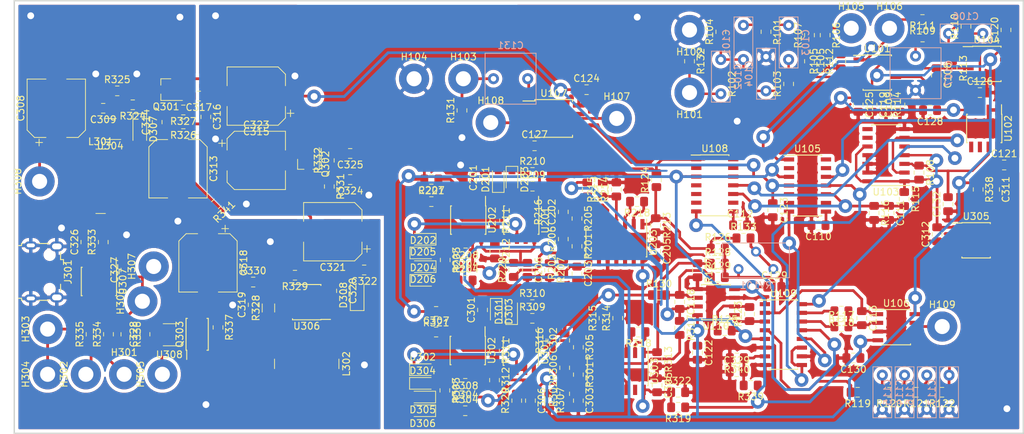
<source format=kicad_pcb>
(kicad_pcb (version 20171130) (host pcbnew 6.0.0-rc1-unknown-644855c~66~ubuntu18.04.1)
  (layers (0 F.Cu signal) (31 B.Cu signal) (34 B.Paste user hide) (35 F.Paste user hide) (36 B.SilkS user hide) (37 F.SilkS user hide) (38 B.Mask user hide) (39 F.Mask user hide) (44 Edge.Cuts user))
  (net 0 "")
  (net 1 "Net-(C101-Pad2)")
  (net 2 "Net-(C101-Pad1)")
  (net 3 "Net-(C102-Pad1)")
  (net 4 "Net-(C103-Pad1)")
  (net 5 "Net-(C104-Pad2)")
  (net 6 GNDA)
  (net 7 "Net-(C105-Pad2)")
  (net 8 "Net-(C105-Pad1)")
  (net 9 "Net-(C106-Pad2)")
  (net 10 "Net-(C106-Pad1)")
  (net 11 "Net-(C107-Pad2)")
  (net 12 "Net-(C108-Pad2)")
  (net 13 "Net-(C108-Pad1)")
  (net 14 "Net-(C109-Pad2)")
  (net 15 "Net-(C110-Pad1)")
  (net 16 "Net-(C111-Pad1)")
  (net 17 "Net-(C112-Pad1)")
  (net 18 "Net-(C113-Pad2)")
  (net 19 /PEAK_NEG)
  (net 20 "Net-(C114-Pad2)")
  (net 21 "Net-(C115-Pad1)")
  (net 22 "Net-(C116-Pad1)")
  (net 23 /WET)
  (net 24 /AGC)
  (net 25 "Net-(C118-Pad1)")
  (net 26 +12VA)
  (net 27 -12VA)
  (net 28 "Net-(C131-Pad2)")
  (net 29 "Net-(C131-Pad1)")
  (net 30 "Net-(C201-Pad2)")
  (net 31 "Net-(C201-Pad1)")
  (net 32 "Net-(C202-Pad1)")
  (net 33 "Net-(C203-Pad1)")
  (net 34 "Net-(C204-Pad2)")
  (net 35 /OUT_POS)
  (net 36 -6V)
  (net 37 "Net-(C206-Pad1)")
  (net 38 "Net-(C207-Pad2)")
  (net 39 "Net-(C301-Pad2)")
  (net 40 "Net-(C301-Pad1)")
  (net 41 "Net-(C302-Pad1)")
  (net 42 "Net-(C303-Pad1)")
  (net 43 "Net-(C304-Pad2)")
  (net 44 /square_root2/OUT)
  (net 45 "Net-(C306-Pad1)")
  (net 46 "Net-(C307-Pad2)")
  (net 47 GNDPWR)
  (net 48 /supply/VBAT_SW)
  (net 49 "Net-(C311-Pad2)")
  (net 50 +5VD)
  (net 51 /supply/15V)
  (net 52 "Net-(C316-Pad2)")
  (net 53 "Net-(C317-Pad2)")
  (net 54 "Net-(C320-Pad2)")
  (net 55 /supply/-15V)
  (net 56 "Net-(C324-Pad2)")
  (net 57 "Net-(C325-Pad2)")
  (net 58 /supply/VBUS)
  (net 59 /supply/BATT+)
  (net 60 "Net-(C328-Pad2)")
  (net 61 "Net-(C328-Pad1)")
  (net 62 -5V)
  (net 63 "Net-(D202-Pad1)")
  (net 64 "Net-(D302-Pad1)")
  (net 65 "Net-(D307-Pad2)")
  (net 66 "Net-(D308-Pad1)")
  (net 67 "Net-(H301-Pad1)")
  (net 68 "Net-(H302-Pad1)")
  (net 69 "Net-(J301-Pad3)")
  (net 70 "Net-(J301-Pad2)")
  (net 71 "Net-(Q303-Pad8)")
  (net 72 "Net-(Q303-Pad5)")
  (net 73 "Net-(Q303-Pad4)")
  (net 74 "Net-(Q303-Pad1)")
  (net 75 /DRY)
  (net 76 "Net-(R109-Pad1)")
  (net 77 /PEAK_COMP)
  (net 78 /PEAK)
  (net 79 "Net-(R119-Pad2)")
  (net 80 "Net-(R123-Pad2)")
  (net 81 /OUT_NEG)
  (net 82 /square_root1/IN)
  (net 83 /square_root2/IN)
  (net 84 "Net-(R203-Pad2)")
  (net 85 "Net-(R205-Pad1)")
  (net 86 "Net-(R206-Pad1)")
  (net 87 "Net-(R209-Pad2)")
  (net 88 "Net-(R211-Pad2)")
  (net 89 "Net-(R214-Pad1)")
  (net 90 "Net-(R217-Pad2)")
  (net 91 "Net-(R218-Pad2)")
  (net 92 "Net-(R218-Pad1)")
  (net 93 "Net-(R303-Pad2)")
  (net 94 "Net-(R305-Pad1)")
  (net 95 "Net-(R306-Pad1)")
  (net 96 "Net-(R309-Pad2)")
  (net 97 "Net-(R311-Pad2)")
  (net 98 "Net-(R314-Pad1)")
  (net 99 "Net-(R317-Pad2)")
  (net 100 "Net-(R318-Pad2)")
  (net 101 "Net-(R318-Pad1)")
  (net 102 "Net-(R324-Pad2)")
  (net 103 "Net-(R328-Pad1)")
  (net 104 "Net-(R329-Pad2)")
  (net 105 "Net-(R333-Pad1)")
  (net 106 "Net-(R334-Pad2)")
  (net 107 "Net-(R335-Pad2)")
  (net 108 "Net-(R337-Pad2)")
  (net 109 "Net-(U102-Pad6)")
  (net 110 "Net-(U102-Pad5)")
  (net 111 "Net-(U103-Pad9)")
  (net 112 "Net-(U103-Pad8)")
  (net 113 /~Q)
  (net 114 /Q)
  (net 115 "Net-(U104-Pad6)")
  (net 116 "Net-(U105-Pad14)")
  (net 117 "Net-(U105-Pad13)")
  (net 118 "Net-(U105-Pad9)")
  (net 119 /PEAK_Q)
  (net 120 "Net-(U105-Pad6)")
  (net 121 "Net-(U105-Pad5)")
  (net 122 "Net-(U105-Pad4)")
  (net 123 "Net-(U105-Pad2)")
  (net 124 "Net-(U108-Pad14)")
  (net 125 "Net-(U108-Pad13)")
  (net 126 "Net-(U108-Pad9)")
  (net 127 /PEAK_~Q)
  (net 128 "Net-(U108-Pad6)")
  (net 129 "Net-(U108-Pad5)")
  (net 130 "Net-(U108-Pad4)")
  (net 131 "Net-(U108-Pad2)")
  (net 132 "Net-(U203-Pad13)")
  (net 133 "Net-(U203-Pad11)")
  (net 134 "Net-(U203-Pad9)")
  (net 135 "Net-(U203-Pad7)")
  (net 136 "Net-(U303-Pad13)")
  (net 137 "Net-(U303-Pad11)")
  (net 138 "Net-(U303-Pad9)")
  (net 139 "Net-(U303-Pad7)")
  (net 140 "Net-(U304-Pad6)")
  (net 141 "Net-(U305-Pad5)")
  (net 142 "Net-(U305-Pad4)")
  (net 143 "Net-(U308-Pad4)")
  (net 144 "Net-(H105-Pad1)")
  (net 145 "Net-(H107-Pad1)")
  (net 146 "Net-(H108-Pad1)")
  (net 147 "Net-(H109-Pad1)")
  (net 148 "Net-(C132-Pad2)")
  (net 149 "Net-(R133-Pad2)")
  (module Potentiometer_THT:Potentiometer_Bourns_3296Y_Vertical (layer B.Cu) (at 159.28 129.8)
    (fp_text reference RV101 (at -2.54 2.39) (layer B.SilkS) (effects (justify mirror)))
    (fp_text value R_POT)
    (pad 3 thru_hole circle (at -5.08 0) (size 1.44 1.44) (drill 0.8) (layers *.Cu *.Mask) (net 19 /PEAK_NEG))
    (pad 2 thru_hole circle (at -2.54 -2.54) (size 1.44 1.44) (drill 0.8) (layers *.Cu *.Mask) (net 149 "Net-(R133-Pad2)"))
    (pad 1 thru_hole circle (at 0 0) (size 1.44 1.44) (drill 0.8) (layers *.Cu *.Mask) (net 149 "Net-(R133-Pad2)"))
  )
  (module Resistor_SMD:R_0805_2012Metric_Pad1.15x1.40mm_HandSolder (layer F.Cu) (at 154.925 125.3)
    (fp_text reference R133 (at 0 -1.65) (layer F.SilkS))
    (fp_text value 1k5)
    (pad 2 smd roundrect (at 1.025 0) (size 1.15 1.4) (layers F.Cu F.Paste F.Mask) (roundrect_rratio 0.217391) (net 149 "Net-(R133-Pad2)"))
    (pad 1 smd roundrect (at -1.025 0) (size 1.15 1.4) (layers F.Cu F.Paste F.Mask) (roundrect_rratio 0.217391) (net 82 /square_root1/IN))
  )
  (module Capacitor_SMD:C_0805_2012Metric_Pad1.15x1.40mm_HandSolder (layer F.Cu) (at 184.8 120.325 90)
    (fp_text reference C132 (at 0 -1.65 90) (layer F.SilkS))
    (fp_text value 220p)
    (pad 2 smd roundrect (at 1.025 0 90) (size 1.15 1.4) (layers F.Cu F.Paste F.Mask) (roundrect_rratio 0.217391) (net 148 "Net-(C132-Pad2)"))
    (pad 1 smd roundrect (at -1.025 0 90) (size 1.15 1.4) (layers F.Cu F.Paste F.Mask) (roundrect_rratio 0.217391) (net 6 GNDA))
  )
  (module Resistor_SMD:R_0805_2012Metric_Pad1.15x1.40mm_HandSolder (layer F.Cu) (at 180.175 147.8 180)
    (fp_text reference R121 (at 0 -1.65 180) (layer F.SilkS))
    (fp_text value 1k5)
    (pad 2 smd roundrect (at 1.025 0 180) (size 1.15 1.4) (layers F.Cu F.Paste F.Mask) (roundrect_rratio 0.217391) (net 21 "Net-(C115-Pad1)"))
    (pad 1 smd roundrect (at -1.025 0 180) (size 1.15 1.4) (layers F.Cu F.Paste F.Mask) (roundrect_rratio 0.217391) (net 22 "Net-(C116-Pad1)"))
  )
  (module Resistor_SMD:R_0805_2012Metric_Pad1.15x1.40mm_HandSolder (layer F.Cu) (at 183.925 147.8 180)
    (fp_text reference R122 (at 0 -1.65 180) (layer F.SilkS))
    (fp_text value 1k5)
    (pad 2 smd roundrect (at 1.025 0 180) (size 1.15 1.4) (layers F.Cu F.Paste F.Mask) (roundrect_rratio 0.217391) (net 22 "Net-(C116-Pad1)"))
    (pad 1 smd roundrect (at -1.025 0 180) (size 1.15 1.4) (layers F.Cu F.Paste F.Mask) (roundrect_rratio 0.217391) (net 23 /WET))
  )
  (module Capacitor_THT:C_Rect_L7.2mm_W2.5mm_P5.00mm_FKS2_FKP2_MKS2_MKP2 (layer B.Cu) (at 178.45 145.3 270)
    (fp_text reference C115 (at 2.5 2.5 270) (layer B.SilkS) (effects (justify mirror)))
    (fp_text value 22n)
    (pad 2 thru_hole circle (at 5 0 270) (size 1.6 1.6) (drill 0.8) (layers *.Cu *.Mask) (net 6 GNDA))
    (pad 1 thru_hole circle (at 0 0 270) (size 1.6 1.6) (drill 0.8) (layers *.Cu *.Mask) (net 21 "Net-(C115-Pad1)"))
  )
  (module Capacitor_THT:C_Rect_L7.2mm_W2.5mm_P5.00mm_FKS2_FKP2_MKS2_MKP2 (layer B.Cu) (at 184.95 145.3 270)
    (fp_text reference C117 (at 2.5 2.5 270) (layer B.SilkS) (effects (justify mirror)))
    (fp_text value 10n)
    (pad 2 thru_hole circle (at 5 0 270) (size 1.6 1.6) (drill 0.8) (layers *.Cu *.Mask) (net 6 GNDA))
    (pad 1 thru_hole circle (at 0 0 270) (size 1.6 1.6) (drill 0.8) (layers *.Cu *.Mask) (net 23 /WET))
  )
  (module Capacitor_THT:C_Rect_L7.2mm_W2.5mm_P5.00mm_FKS2_FKP2_MKS2_MKP2 (layer B.Cu) (at 175.2 150.3 90)
    (fp_text reference C114 (at 2.5 2.5 90) (layer B.SilkS) (effects (justify mirror)))
    (fp_text value 22n)
    (pad 2 thru_hole circle (at 5 0 90) (size 1.6 1.6) (drill 0.8) (layers *.Cu *.Mask) (net 20 "Net-(C114-Pad2)"))
    (pad 1 thru_hole circle (at 0 0 90) (size 1.6 1.6) (drill 0.8) (layers *.Cu *.Mask) (net 6 GNDA))
  )
  (module Resistor_SMD:R_0805_2012Metric_Pad1.15x1.40mm_HandSolder (layer F.Cu) (at 176.225 147.8 180)
    (fp_text reference R120 (at 0 -1.65 180) (layer F.SilkS))
    (fp_text value 1k5)
    (pad 2 smd roundrect (at 1.025 0 180) (size 1.15 1.4) (layers F.Cu F.Paste F.Mask) (roundrect_rratio 0.217391) (net 20 "Net-(C114-Pad2)"))
    (pad 1 smd roundrect (at -1.025 0 180) (size 1.15 1.4) (layers F.Cu F.Paste F.Mask) (roundrect_rratio 0.217391) (net 21 "Net-(C115-Pad1)"))
  )
  (module Capacitor_THT:C_Rect_L7.2mm_W2.5mm_P5.00mm_FKS2_FKP2_MKS2_MKP2 (layer B.Cu) (at 181.7 145.3 270)
    (fp_text reference C116 (at 2.5 2.5 270) (layer B.SilkS) (effects (justify mirror)))
    (fp_text value 22n)
    (pad 2 thru_hole circle (at 5 0 270) (size 1.6 1.6) (drill 0.8) (layers *.Cu *.Mask) (net 6 GNDA))
    (pad 1 thru_hole circle (at 0 0 270) (size 1.6 1.6) (drill 0.8) (layers *.Cu *.Mask) (net 22 "Net-(C116-Pad1)"))
  )
  (module Resistor_SMD:R_0805_2012Metric_Pad1.15x1.40mm_HandSolder (layer F.Cu) (at 147.036 99.445 270)
    (fp_text reference R132 (at 0 -1.65 270) (layer F.SilkS))
    (fp_text value 2M2)
    (pad 2 smd roundrect (at 1.025 0 270) (size 1.15 1.4) (layers F.Cu F.Paste F.Mask) (roundrect_rratio 0.217391) (net 3 "Net-(C102-Pad1)"))
    (pad 1 smd roundrect (at -1.025 0 270) (size 1.15 1.4) (layers F.Cu F.Paste F.Mask) (roundrect_rratio 0.217391) (net 6 GNDA))
  )
  (module MountingHole:MountingHole_2.2mm_M2_Pad (layer F.Cu) (at 183.95 138.2)
    (fp_text reference H109 (at 0 -3.2) (layer F.SilkS))
    (fp_text value 1K_H)
    (pad 1 thru_hole circle (at 0 0) (size 4.4 4.4) (drill 2.2) (layers *.Cu *.Mask) (net 147 "Net-(H109-Pad1)"))
  )
  (module MountingHole:MountingHole_2.2mm_M2_Pad (layer F.Cu) (at 118 108.4)
    (fp_text reference H108 (at 0 -3.2) (layer F.SilkS))
    (fp_text value 1K_W)
    (pad 1 thru_hole circle (at 0 0) (size 4.4 4.4) (drill 2.2) (layers *.Cu *.Mask) (net 146 "Net-(H108-Pad1)"))
  )
  (module MountingHole:MountingHole_2.2mm_M2_Pad (layer F.Cu) (at 136.4 107.8)
    (fp_text reference H107 (at 0 -3.2) (layer F.SilkS))
    (fp_text value 1K_L)
    (pad 1 thru_hole circle (at 0 0) (size 4.4 4.4) (drill 2.2) (layers *.Cu *.Mask) (net 145 "Net-(H107-Pad1)"))
  )
  (module MountingHole:MountingHole_2.2mm_M2_Pad (layer F.Cu) (at 176.246 94.628)
    (fp_text reference H106 (at 0 -3.2) (layer F.SilkS))
    (fp_text value 10K)
    (pad 1 thru_hole circle (at 0 0) (size 4.4 4.4) (drill 2.2) (layers *.Cu *.Mask) (net 75 /DRY))
  )
  (module MountingHole:MountingHole_2.2mm_M2_Pad (layer F.Cu) (at 170.658 94.628)
    (fp_text reference H105 (at 0 -3.2) (layer F.SilkS))
    (fp_text value 10K)
    (pad 1 thru_hole circle (at 0 0) (size 4.4 4.4) (drill 2.2) (layers *.Cu *.Mask) (net 144 "Net-(H105-Pad1)"))
  )
  (module Package_TO_SOT_SMD:SOT-23-6 (layer F.Cu) (at 71.052 139.4 180)
    (fp_text reference U308 (at 0 -2.9 180) (layer F.SilkS))
    (fp_text value DW01)
    (pad 5 smd rect (at 1.1 0 180) (size 1.06 0.65) (layers F.Cu F.Paste F.Mask) (net 60 "Net-(C328-Pad2)"))
    (pad 6 smd rect (at 1.1 -0.95 180) (size 1.06 0.65) (layers F.Cu F.Paste F.Mask) (net 61 "Net-(C328-Pad1)"))
    (pad 4 smd rect (at 1.1 0.95 180) (size 1.06 0.65) (layers F.Cu F.Paste F.Mask) (net 143 "Net-(U308-Pad4)"))
    (pad 3 smd rect (at -1.1 0.95 180) (size 1.06 0.65) (layers F.Cu F.Paste F.Mask) (net 72 "Net-(Q303-Pad5)"))
    (pad 2 smd rect (at -1.1 0 180) (size 1.06 0.65) (layers F.Cu F.Paste F.Mask) (net 108 "Net-(R337-Pad2)"))
    (pad 1 smd rect (at -1.1 -0.95 180) (size 1.06 0.65) (layers F.Cu F.Paste F.Mask) (net 73 "Net-(Q303-Pad4)"))
  )
  (module Package_SO:SOIC-8_3.9x4.9mm_P1.27mm (layer F.Cu) (at 60.765 131.62 270)
    (fp_text reference U307 (at 0 -3.5 270) (layer F.SilkS))
    (fp_text value TP4056)
    (pad 8 smd rect (at 2.7 -1.905 270) (size 1.55 0.6) (layers F.Cu F.Paste F.Mask) (net 58 /supply/VBUS))
    (pad 7 smd rect (at 2.7 -0.635 270) (size 1.55 0.6) (layers F.Cu F.Paste F.Mask) (net 106 "Net-(R334-Pad2)"))
    (pad 6 smd rect (at 2.7 0.635 270) (size 1.55 0.6) (layers F.Cu F.Paste F.Mask) (net 107 "Net-(R335-Pad2)"))
    (pad 5 smd rect (at 2.7 1.905 270) (size 1.55 0.6) (layers F.Cu F.Paste F.Mask) (net 59 /supply/BATT+))
    (pad 4 smd rect (at -2.7 1.905 270) (size 1.55 0.6) (layers F.Cu F.Paste F.Mask) (net 58 /supply/VBUS))
    (pad 3 smd rect (at -2.7 0.635 270) (size 1.55 0.6) (layers F.Cu F.Paste F.Mask) (net 47 GNDPWR))
    (pad 2 smd rect (at -2.7 -0.635 270) (size 1.55 0.6) (layers F.Cu F.Paste F.Mask) (net 105 "Net-(R333-Pad1)"))
    (pad 1 smd rect (at -2.7 -1.905 270) (size 1.55 0.6) (layers F.Cu F.Paste F.Mask) (net 47 GNDPWR))
  )
  (module Package_SO:SOIC-8_3.9x4.9mm_P1.27mm (layer F.Cu) (at 91.118 134.635 180)
    (fp_text reference U306 (at 0 -3.5 180) (layer F.SilkS))
    (fp_text value MC34063AD)
    (pad 8 smd rect (at 2.7 -1.905 180) (size 1.55 0.6) (layers F.Cu F.Paste F.Mask) (net 103 "Net-(R328-Pad1)"))
    (pad 7 smd rect (at 2.7 -0.635 180) (size 1.55 0.6) (layers F.Cu F.Paste F.Mask) (net 103 "Net-(R328-Pad1)"))
    (pad 6 smd rect (at 2.7 0.635 180) (size 1.55 0.6) (layers F.Cu F.Paste F.Mask) (net 51 /supply/15V))
    (pad 5 smd rect (at 2.7 1.905 180) (size 1.55 0.6) (layers F.Cu F.Paste F.Mask) (net 104 "Net-(R329-Pad2)"))
    (pad 4 smd rect (at -2.7 1.905 180) (size 1.55 0.6) (layers F.Cu F.Paste F.Mask) (net 55 /supply/-15V))
    (pad 3 smd rect (at -2.7 0.635 180) (size 1.55 0.6) (layers F.Cu F.Paste F.Mask) (net 54 "Net-(C320-Pad2)"))
    (pad 2 smd rect (at -2.7 -0.635 180) (size 1.55 0.6) (layers F.Cu F.Paste F.Mask) (net 66 "Net-(D308-Pad1)"))
    (pad 1 smd rect (at -2.7 -1.905 180) (size 1.55 0.6) (layers F.Cu F.Paste F.Mask) (net 103 "Net-(R328-Pad1)"))
  )
  (module Package_SO:SOIC-8_3.9x4.9mm_P1.27mm (layer F.Cu) (at 188.9 125.605)
    (fp_text reference U305 (at 0 -3.5) (layer F.SilkS))
    (fp_text value L78L05_SO8)
    (pad 1 smd rect (at -2.7 -1.905) (size 1.55 0.6) (layers F.Cu F.Paste F.Mask) (net 50 +5VD))
    (pad 2 smd rect (at -2.7 -0.635) (size 1.55 0.6) (layers F.Cu F.Paste F.Mask) (net 6 GNDA))
    (pad 3 smd rect (at -2.7 0.635) (size 1.55 0.6) (layers F.Cu F.Paste F.Mask) (net 6 GNDA))
    (pad 4 smd rect (at -2.7 1.905) (size 1.55 0.6) (layers F.Cu F.Paste F.Mask) (net 142 "Net-(U305-Pad4)"))
    (pad 5 smd rect (at 2.7 1.905) (size 1.55 0.6) (layers F.Cu F.Paste F.Mask) (net 141 "Net-(U305-Pad5)"))
    (pad 6 smd rect (at 2.7 0.635) (size 1.55 0.6) (layers F.Cu F.Paste F.Mask) (net 6 GNDA))
    (pad 7 smd rect (at 2.7 -0.635) (size 1.55 0.6) (layers F.Cu F.Paste F.Mask) (net 6 GNDA))
    (pad 8 smd rect (at 2.7 -1.905) (size 1.55 0.6) (layers F.Cu F.Paste F.Mask) (net 49 "Net-(C311-Pad2)"))
  )
  (module Package_TO_SOT_SMD:TSOT-23-6_HandSoldering (layer F.Cu) (at 62.416 109.362 180)
    (fp_text reference U304 (at 0 -2.45 180) (layer F.SilkS))
    (fp_text value MT3608)
    (pad 6 smd rect (at 1.71 -0.95 180) (size 2 0.65) (layers F.Cu F.Paste F.Mask) (net 140 "Net-(U304-Pad6)"))
    (pad 5 smd rect (at 1.71 0 180) (size 2 0.65) (layers F.Cu F.Paste F.Mask) (net 48 /supply/VBAT_SW))
    (pad 4 smd rect (at 1.71 0.95 180) (size 2 0.65) (layers F.Cu F.Paste F.Mask) (net 48 /supply/VBAT_SW))
    (pad 3 smd rect (at -1.71 0.95 180) (size 2 0.65) (layers F.Cu F.Paste F.Mask) (net 102 "Net-(R324-Pad2)"))
    (pad 2 smd rect (at -1.71 0 180) (size 2 0.65) (layers F.Cu F.Paste F.Mask) (net 47 GNDPWR))
    (pad 1 smd rect (at -1.71 -0.95 180) (size 2 0.65) (layers F.Cu F.Paste F.Mask) (net 65 "Net-(D307-Pad2)"))
  )
  (module Package_SO:SOIC-14_3.9x8.7mm_P1.27mm (layer F.Cu) (at 136.55 144.75 270)
    (fp_text reference U303 (at 0 -5.375 270) (layer F.SilkS))
    (fp_text value MC1496)
    (pad 14 smd rect (at 2.7 -3.81 270) (size 1.5 0.6) (layers F.Cu F.Paste F.Mask) (net 36 -6V))
    (pad 13 smd rect (at 2.7 -2.54 270) (size 1.5 0.6) (layers F.Cu F.Paste F.Mask) (net 136 "Net-(U303-Pad13)"))
    (pad 12 smd rect (at 2.7 -1.27 270) (size 1.5 0.6) (layers F.Cu F.Paste F.Mask) (net 95 "Net-(R306-Pad1)"))
    (pad 11 smd rect (at 2.7 0 270) (size 1.5 0.6) (layers F.Cu F.Paste F.Mask) (net 137 "Net-(U303-Pad11)"))
    (pad 10 smd rect (at 2.7 1.27 270) (size 1.5 0.6) (layers F.Cu F.Paste F.Mask) (net 6 GNDA))
    (pad 9 smd rect (at 2.7 2.54 270) (size 1.5 0.6) (layers F.Cu F.Paste F.Mask) (net 138 "Net-(U303-Pad9)"))
    (pad 8 smd rect (at 2.7 3.81 270) (size 1.5 0.6) (layers F.Cu F.Paste F.Mask) (net 42 "Net-(C303-Pad1)"))
    (pad 7 smd rect (at -2.7 3.81 270) (size 1.5 0.6) (layers F.Cu F.Paste F.Mask) (net 139 "Net-(U303-Pad7)"))
    (pad 6 smd rect (at -2.7 2.54 270) (size 1.5 0.6) (layers F.Cu F.Paste F.Mask) (net 94 "Net-(R305-Pad1)"))
    (pad 5 smd rect (at -2.7 1.27 270) (size 1.5 0.6) (layers F.Cu F.Paste F.Mask) (net 99 "Net-(R317-Pad2)"))
    (pad 4 smd rect (at -2.7 0 270) (size 1.5 0.6) (layers F.Cu F.Paste F.Mask) (net 98 "Net-(R314-Pad1)"))
    (pad 3 smd rect (at -2.7 -1.27 270) (size 1.5 0.6) (layers F.Cu F.Paste F.Mask) (net 100 "Net-(R318-Pad2)"))
    (pad 2 smd rect (at -2.7 -2.54 270) (size 1.5 0.6) (layers F.Cu F.Paste F.Mask) (net 101 "Net-(R318-Pad1)"))
    (pad 1 smd rect (at -2.7 -3.81 270) (size 1.5 0.6) (layers F.Cu F.Paste F.Mask) (net 83 /square_root2/IN))
  )
  (module Package_SO:SOIC-8_3.9x4.9mm_P1.27mm (layer F.Cu) (at 114.645 141.7 270)
    (fp_text reference U302 (at 0 -3.5 270) (layer F.SilkS))
    (fp_text value TL072)
    (pad 8 smd rect (at 2.7 -1.905 270) (size 1.55 0.6) (layers F.Cu F.Paste F.Mask) (net 45 "Net-(C306-Pad1)"))
    (pad 7 smd rect (at 2.7 -0.635 270) (size 1.55 0.6) (layers F.Cu F.Paste F.Mask) (net 44 /square_root2/OUT))
    (pad 6 smd rect (at 2.7 0.635 270) (size 1.55 0.6) (layers F.Cu F.Paste F.Mask) (net 43 "Net-(C304-Pad2)"))
    (pad 5 smd rect (at 2.7 1.905 270) (size 1.55 0.6) (layers F.Cu F.Paste F.Mask) (net 6 GNDA))
    (pad 4 smd rect (at -2.7 1.905 270) (size 1.55 0.6) (layers F.Cu F.Paste F.Mask) (net 46 "Net-(C307-Pad2)"))
    (pad 3 smd rect (at -2.7 0.635 270) (size 1.55 0.6) (layers F.Cu F.Paste F.Mask) (net 6 GNDA))
    (pad 2 smd rect (at -2.7 -0.635 270) (size 1.55 0.6) (layers F.Cu F.Paste F.Mask) (net 39 "Net-(C301-Pad2)"))
    (pad 1 smd rect (at -2.7 -1.905 270) (size 1.55 0.6) (layers F.Cu F.Paste F.Mask) (net 40 "Net-(C301-Pad1)"))
  )
  (module Package_SO:SOIC-8_3.9x4.9mm_P1.27mm (layer F.Cu) (at 122.395 141.8 270)
    (fp_text reference U301 (at 0 -3.5 270) (layer F.SilkS))
    (fp_text value NE5532)
    (pad 8 smd rect (at 2.7 -1.905 270) (size 1.55 0.6) (layers F.Cu F.Paste F.Mask) (net 45 "Net-(C306-Pad1)"))
    (pad 7 smd rect (at 2.7 -0.635 270) (size 1.55 0.6) (layers F.Cu F.Paste F.Mask) (net 64 "Net-(D302-Pad1)"))
    (pad 6 smd rect (at 2.7 0.635 270) (size 1.55 0.6) (layers F.Cu F.Paste F.Mask) (net 64 "Net-(D302-Pad1)"))
    (pad 5 smd rect (at 2.7 1.905 270) (size 1.55 0.6) (layers F.Cu F.Paste F.Mask) (net 97 "Net-(R311-Pad2)"))
    (pad 4 smd rect (at -2.7 1.905 270) (size 1.55 0.6) (layers F.Cu F.Paste F.Mask) (net 46 "Net-(C307-Pad2)"))
    (pad 3 smd rect (at -2.7 0.635 270) (size 1.55 0.6) (layers F.Cu F.Paste F.Mask) (net 95 "Net-(R306-Pad1)"))
    (pad 2 smd rect (at -2.7 -0.635 270) (size 1.55 0.6) (layers F.Cu F.Paste F.Mask) (net 94 "Net-(R305-Pad1)"))
    (pad 1 smd rect (at -2.7 -1.905 270) (size 1.55 0.6) (layers F.Cu F.Paste F.Mask) (net 96 "Net-(R309-Pad2)"))
  )
  (module Package_SO:SOIC-14_3.9x8.7mm_P1.27mm (layer F.Cu) (at 136.35 125.95 270)
    (fp_text reference U203 (at 0 -5.375 270) (layer F.SilkS))
    (fp_text value MC1496)
    (pad 1 smd rect (at -2.7 -3.81 270) (size 1.5 0.6) (layers F.Cu F.Paste F.Mask) (net 82 /square_root1/IN))
    (pad 2 smd rect (at -2.7 -2.54 270) (size 1.5 0.6) (layers F.Cu F.Paste F.Mask) (net 92 "Net-(R218-Pad1)"))
    (pad 3 smd rect (at -2.7 -1.27 270) (size 1.5 0.6) (layers F.Cu F.Paste F.Mask) (net 91 "Net-(R218-Pad2)"))
    (pad 4 smd rect (at -2.7 0 270) (size 1.5 0.6) (layers F.Cu F.Paste F.Mask) (net 89 "Net-(R214-Pad1)"))
    (pad 5 smd rect (at -2.7 1.27 270) (size 1.5 0.6) (layers F.Cu F.Paste F.Mask) (net 90 "Net-(R217-Pad2)"))
    (pad 6 smd rect (at -2.7 2.54 270) (size 1.5 0.6) (layers F.Cu F.Paste F.Mask) (net 85 "Net-(R205-Pad1)"))
    (pad 7 smd rect (at -2.7 3.81 270) (size 1.5 0.6) (layers F.Cu F.Paste F.Mask) (net 135 "Net-(U203-Pad7)"))
    (pad 8 smd rect (at 2.7 3.81 270) (size 1.5 0.6) (layers F.Cu F.Paste F.Mask) (net 33 "Net-(C203-Pad1)"))
    (pad 9 smd rect (at 2.7 2.54 270) (size 1.5 0.6) (layers F.Cu F.Paste F.Mask) (net 134 "Net-(U203-Pad9)"))
    (pad 10 smd rect (at 2.7 1.27 270) (size 1.5 0.6) (layers F.Cu F.Paste F.Mask) (net 6 GNDA))
    (pad 11 smd rect (at 2.7 0 270) (size 1.5 0.6) (layers F.Cu F.Paste F.Mask) (net 133 "Net-(U203-Pad11)"))
    (pad 12 smd rect (at 2.7 -1.27 270) (size 1.5 0.6) (layers F.Cu F.Paste F.Mask) (net 86 "Net-(R206-Pad1)"))
    (pad 13 smd rect (at 2.7 -2.54 270) (size 1.5 0.6) (layers F.Cu F.Paste F.Mask) (net 132 "Net-(U203-Pad13)"))
    (pad 14 smd rect (at 2.7 -3.81 270) (size 1.5 0.6) (layers F.Cu F.Paste F.Mask) (net 36 -6V))
  )
  (module Package_SO:SOIC-8_3.9x4.9mm_P1.27mm (layer F.Cu) (at 114.715 122.65 270)
    (fp_text reference U202 (at 0 -3.5 270) (layer F.SilkS))
    (fp_text value TL072)
    (pad 1 smd rect (at -2.7 -1.905 270) (size 1.55 0.6) (layers F.Cu F.Paste F.Mask) (net 31 "Net-(C201-Pad1)"))
    (pad 2 smd rect (at -2.7 -0.635 270) (size 1.55 0.6) (layers F.Cu F.Paste F.Mask) (net 30 "Net-(C201-Pad2)"))
    (pad 3 smd rect (at -2.7 0.635 270) (size 1.55 0.6) (layers F.Cu F.Paste F.Mask) (net 6 GNDA))
    (pad 4 smd rect (at -2.7 1.905 270) (size 1.55 0.6) (layers F.Cu F.Paste F.Mask) (net 38 "Net-(C207-Pad2)"))
    (pad 5 smd rect (at 2.7 1.905 270) (size 1.55 0.6) (layers F.Cu F.Paste F.Mask) (net 6 GNDA))
    (pad 6 smd rect (at 2.7 0.635 270) (size 1.55 0.6) (layers F.Cu F.Paste F.Mask) (net 34 "Net-(C204-Pad2)"))
    (pad 7 smd rect (at 2.7 -0.635 270) (size 1.55 0.6) (layers F.Cu F.Paste F.Mask) (net 35 /OUT_POS))
    (pad 8 smd rect (at 2.7 -1.905 270) (size 1.55 0.6) (layers F.Cu F.Paste F.Mask) (net 37 "Net-(C206-Pad1)"))
  )
  (module Package_SO:SOIC-8_3.9x4.9mm_P1.27mm (layer F.Cu) (at 122.465 122.65 270)
    (fp_text reference U201 (at 0 -3.5 270) (layer F.SilkS))
    (fp_text value NE5532)
    (pad 1 smd rect (at -2.7 -1.905 270) (size 1.55 0.6) (layers F.Cu F.Paste F.Mask) (net 87 "Net-(R209-Pad2)"))
    (pad 2 smd rect (at -2.7 -0.635 270) (size 1.55 0.6) (layers F.Cu F.Paste F.Mask) (net 85 "Net-(R205-Pad1)"))
    (pad 3 smd rect (at -2.7 0.635 270) (size 1.55 0.6) (layers F.Cu F.Paste F.Mask) (net 86 "Net-(R206-Pad1)"))
    (pad 4 smd rect (at -2.7 1.905 270) (size 1.55 0.6) (layers F.Cu F.Paste F.Mask) (net 38 "Net-(C207-Pad2)"))
    (pad 5 smd rect (at 2.7 1.905 270) (size 1.55 0.6) (layers F.Cu F.Paste F.Mask) (net 88 "Net-(R211-Pad2)"))
    (pad 6 smd rect (at 2.7 0.635 270) (size 1.55 0.6) (layers F.Cu F.Paste F.Mask) (net 63 "Net-(D202-Pad1)"))
    (pad 7 smd rect (at 2.7 -0.635 270) (size 1.55 0.6) (layers F.Cu F.Paste F.Mask) (net 63 "Net-(D202-Pad1)"))
    (pad 8 smd rect (at 2.7 -1.905 270) (size 1.55 0.6) (layers F.Cu F.Paste F.Mask) (net 37 "Net-(C206-Pad1)"))
  )
  (module Package_SO:SOIC-8_3.9x4.9mm_P1.27mm (layer F.Cu) (at 150.9 134.635 180)
    (fp_text reference U110 (at 0 -3.5 180) (layer F.SilkS))
    (fp_text value NE5532)
    (pad 1 smd rect (at -2.7 -1.905 180) (size 1.55 0.6) (layers F.Cu F.Paste F.Mask) (net 81 /OUT_NEG))
    (pad 2 smd rect (at -2.7 -0.635 180) (size 1.55 0.6) (layers F.Cu F.Paste F.Mask) (net 80 "Net-(R123-Pad2)"))
    (pad 3 smd rect (at -2.7 0.635 180) (size 1.55 0.6) (layers F.Cu F.Paste F.Mask) (net 6 GNDA))
    (pad 4 smd rect (at -2.7 1.905 180) (size 1.55 0.6) (layers F.Cu F.Paste F.Mask) (net 27 -12VA))
    (pad 5 smd rect (at 2.7 1.905 180) (size 1.55 0.6) (layers F.Cu F.Paste F.Mask) (net 6 GNDA))
    (pad 6 smd rect (at 2.7 0.635 180) (size 1.55 0.6) (layers F.Cu F.Paste F.Mask) (net 25 "Net-(C118-Pad1)"))
    (pad 7 smd rect (at 2.7 -0.635 180) (size 1.55 0.6) (layers F.Cu F.Paste F.Mask) (net 24 /AGC))
    (pad 8 smd rect (at 2.7 -1.905 180) (size 1.55 0.6) (layers F.Cu F.Paste F.Mask) (net 26 +12VA))
  )
  (module Package_SO:SOIC-16_3.9x9.9mm_P1.27mm (layer F.Cu) (at 160.75 139.375)
    (fp_text reference U109 (at 0 -6) (layer F.SilkS))
    (fp_text value CD4053B)
    (pad 16 smd rect (at 2.7 -4.445) (size 1.5 0.6) (layers F.Cu F.Paste F.Mask) (net 50 +5VD))
    (pad 15 smd rect (at 2.7 -3.175) (size 1.5 0.6) (layers F.Cu F.Paste F.Mask) (net 78 /PEAK))
    (pad 14 smd rect (at 2.7 -1.905) (size 1.5 0.6) (layers F.Cu F.Paste F.Mask) (net 77 /PEAK_COMP))
    (pad 13 smd rect (at 2.7 -0.635) (size 1.5 0.6) (layers F.Cu F.Paste F.Mask) (net 127 /PEAK_~Q))
    (pad 12 smd rect (at 2.7 0.635) (size 1.5 0.6) (layers F.Cu F.Paste F.Mask) (net 119 /PEAK_Q))
    (pad 11 smd rect (at 2.7 1.905) (size 1.5 0.6) (layers F.Cu F.Paste F.Mask) (net 114 /Q))
    (pad 10 smd rect (at 2.7 3.175) (size 1.5 0.6) (layers F.Cu F.Paste F.Mask) (net 6 GNDA))
    (pad 9 smd rect (at 2.7 4.445) (size 1.5 0.6) (layers F.Cu F.Paste F.Mask) (net 114 /Q))
    (pad 8 smd rect (at -2.7 4.445) (size 1.5 0.6) (layers F.Cu F.Paste F.Mask) (net 6 GNDA))
    (pad 7 smd rect (at -2.7 3.175) (size 1.5 0.6) (layers F.Cu F.Paste F.Mask) (net 62 -5V))
    (pad 6 smd rect (at -2.7 1.905) (size 1.5 0.6) (layers F.Cu F.Paste F.Mask) (net 6 GNDA))
    (pad 5 smd rect (at -2.7 0.635) (size 1.5 0.6) (layers F.Cu F.Paste F.Mask) (net 35 /OUT_POS))
    (pad 4 smd rect (at -2.7 -0.635) (size 1.5 0.6) (layers F.Cu F.Paste F.Mask) (net 79 "Net-(R119-Pad2)"))
    (pad 3 smd rect (at -2.7 -1.905) (size 1.5 0.6) (layers F.Cu F.Paste F.Mask) (net 81 /OUT_NEG))
    (pad 2 smd rect (at -2.7 -3.175) (size 1.5 0.6) (layers F.Cu F.Paste F.Mask) (net 19 /PEAK_NEG))
    (pad 1 smd rect (at -2.7 -4.445) (size 1.5 0.6) (layers F.Cu F.Paste F.Mask) (net 6 GNDA))
  )
  (module Package_SO:SOIC-14_3.9x8.7mm_P1.27mm (layer F.Cu) (at 150.722 117.572)
    (fp_text reference U108 (at 0 -5.375) (layer F.SilkS))
    (fp_text value LF398_SOIC8)
    (pad 14 smd rect (at 2.7 -3.81) (size 1.5 0.6) (layers F.Cu F.Paste F.Mask) (net 124 "Net-(U108-Pad14)"))
    (pad 13 smd rect (at 2.7 -2.54) (size 1.5 0.6) (layers F.Cu F.Paste F.Mask) (net 125 "Net-(U108-Pad13)"))
    (pad 12 smd rect (at 2.7 -1.27) (size 1.5 0.6) (layers F.Cu F.Paste F.Mask) (net 26 +12VA))
    (pad 11 smd rect (at 2.7 0) (size 1.5 0.6) (layers F.Cu F.Paste F.Mask) (net 113 /~Q))
    (pad 10 smd rect (at 2.7 1.27) (size 1.5 0.6) (layers F.Cu F.Paste F.Mask) (net 16 "Net-(C111-Pad1)"))
    (pad 9 smd rect (at 2.7 2.54) (size 1.5 0.6) (layers F.Cu F.Paste F.Mask) (net 126 "Net-(U108-Pad9)"))
    (pad 8 smd rect (at 2.7 3.81) (size 1.5 0.6) (layers F.Cu F.Paste F.Mask) (net 17 "Net-(C112-Pad1)"))
    (pad 7 smd rect (at -2.7 3.81) (size 1.5 0.6) (layers F.Cu F.Paste F.Mask) (net 127 /PEAK_~Q))
    (pad 6 smd rect (at -2.7 2.54) (size 1.5 0.6) (layers F.Cu F.Paste F.Mask) (net 128 "Net-(U108-Pad6)"))
    (pad 5 smd rect (at -2.7 1.27) (size 1.5 0.6) (layers F.Cu F.Paste F.Mask) (net 129 "Net-(U108-Pad5)"))
    (pad 4 smd rect (at -2.7 0) (size 1.5 0.6) (layers F.Cu F.Paste F.Mask) (net 130 "Net-(U108-Pad4)"))
    (pad 3 smd rect (at -2.7 -1.27) (size 1.5 0.6) (layers F.Cu F.Paste F.Mask) (net 27 -12VA))
    (pad 2 smd rect (at -2.7 -2.54) (size 1.5 0.6) (layers F.Cu F.Paste F.Mask) (net 131 "Net-(U108-Pad2)"))
    (pad 1 smd rect (at -2.7 -3.81) (size 1.5 0.6) (layers F.Cu F.Paste F.Mask) (net 75 /DRY))
  )
  (module Package_SO:SOIJ-8_5.3x5.3mm_P1.27mm (layer F.Cu) (at 127.2 107.8)
    (fp_text reference U107 (at 0 -3.68) (layer F.SilkS))
    (fp_text value NJM4580)
    (pad 8 smd rect (at 3.65 -1.905) (size 1.7 0.65) (layers F.Cu F.Paste F.Mask) (net 26 +12VA))
    (pad 7 smd rect (at 3.65 -0.635) (size 1.7 0.65) (layers F.Cu F.Paste F.Mask) (net 145 "Net-(H107-Pad1)"))
    (pad 6 smd rect (at 3.65 0.635) (size 1.7 0.65) (layers F.Cu F.Paste F.Mask) (net 145 "Net-(H107-Pad1)"))
    (pad 5 smd rect (at 3.65 1.905) (size 1.7 0.65) (layers F.Cu F.Paste F.Mask) (net 75 /DRY))
    (pad 4 smd rect (at -3.65 1.905) (size 1.7 0.65) (layers F.Cu F.Paste F.Mask) (net 27 -12VA))
    (pad 3 smd rect (at -3.65 0.635) (size 1.7 0.65) (layers F.Cu F.Paste F.Mask) (net 146 "Net-(H108-Pad1)"))
    (pad 2 smd rect (at -3.65 -0.635) (size 1.7 0.65) (layers F.Cu F.Paste F.Mask) (net 29 "Net-(C131-Pad1)"))
    (pad 1 smd rect (at -3.65 -1.905) (size 1.7 0.65) (layers F.Cu F.Paste F.Mask) (net 29 "Net-(C131-Pad1)"))
  )
  (module Package_SO:SOIC-8_3.9x4.9mm_P1.27mm (layer F.Cu) (at 177.25 138.295)
    (fp_text reference U106 (at 0 -3.5) (layer F.SilkS))
    (fp_text value TL072)
    (pad 8 smd rect (at 2.7 -1.905) (size 1.55 0.6) (layers F.Cu F.Paste F.Mask) (net 26 +12VA))
    (pad 7 smd rect (at 2.7 -0.635) (size 1.55 0.6) (layers F.Cu F.Paste F.Mask) (net 147 "Net-(H109-Pad1)"))
    (pad 6 smd rect (at 2.7 0.635) (size 1.55 0.6) (layers F.Cu F.Paste F.Mask) (net 147 "Net-(H109-Pad1)"))
    (pad 5 smd rect (at 2.7 1.905) (size 1.55 0.6) (layers F.Cu F.Paste F.Mask) (net 23 /WET))
    (pad 4 smd rect (at -2.7 1.905) (size 1.55 0.6) (layers F.Cu F.Paste F.Mask) (net 27 -12VA))
    (pad 3 smd rect (at -2.7 0.635) (size 1.55 0.6) (layers F.Cu F.Paste F.Mask) (net 6 GNDA))
    (pad 2 smd rect (at -2.7 -0.635) (size 1.55 0.6) (layers F.Cu F.Paste F.Mask) (net 18 "Net-(C113-Pad2)"))
    (pad 1 smd rect (at -2.7 -1.905) (size 1.55 0.6) (layers F.Cu F.Paste F.Mask) (net 19 /PEAK_NEG))
  )
  (module Package_SO:SOIC-14_3.9x8.7mm_P1.27mm (layer F.Cu) (at 164.27 117.602)
    (fp_text reference U105 (at 0 -5.375) (layer F.SilkS))
    (fp_text value LF398_SOIC8)
    (pad 14 smd rect (at 2.7 -3.81) (size 1.5 0.6) (layers F.Cu F.Paste F.Mask) (net 116 "Net-(U105-Pad14)"))
    (pad 13 smd rect (at 2.7 -2.54) (size 1.5 0.6) (layers F.Cu F.Paste F.Mask) (net 117 "Net-(U105-Pad13)"))
    (pad 12 smd rect (at 2.7 -1.27) (size 1.5 0.6) (layers F.Cu F.Paste F.Mask) (net 26 +12VA))
    (pad 11 smd rect (at 2.7 0) (size 1.5 0.6) (layers F.Cu F.Paste F.Mask) (net 114 /Q))
    (pad 10 smd rect (at 2.7 1.27) (size 1.5 0.6) (layers F.Cu F.Paste F.Mask) (net 16 "Net-(C111-Pad1)"))
    (pad 9 smd rect (at 2.7 2.54) (size 1.5 0.6) (layers F.Cu F.Paste F.Mask) (net 118 "Net-(U105-Pad9)"))
    (pad 8 smd rect (at 2.7 3.81) (size 1.5 0.6) (layers F.Cu F.Paste F.Mask) (net 15 "Net-(C110-Pad1)"))
    (pad 7 smd rect (at -2.7 3.81) (size 1.5 0.6) (layers F.Cu F.Paste F.Mask) (net 119 /PEAK_Q))
    (pad 6 smd rect (at -2.7 2.54) (size 1.5 0.6) (layers F.Cu F.Paste F.Mask) (net 120 "Net-(U105-Pad6)"))
    (pad 5 smd rect (at -2.7 1.27) (size 1.5 0.6) (layers F.Cu F.Paste F.Mask) (net 121 "Net-(U105-Pad5)"))
    (pad 4 smd rect (at -2.7 0) (size 1.5 0.6) (layers F.Cu F.Paste F.Mask) (net 122 "Net-(U105-Pad4)"))
    (pad 3 smd rect (at -2.7 -1.27) (size 1.5 0.6) (layers F.Cu F.Paste F.Mask) (net 27 -12VA))
    (pad 2 smd rect (at -2.7 -2.54) (size 1.5 0.6) (layers F.Cu F.Paste F.Mask) (net 123 "Net-(U105-Pad2)"))
    (pad 1 smd rect (at -2.7 -3.81) (size 1.5 0.6) (layers F.Cu F.Paste F.Mask) (net 75 /DRY))
  )
  (module Package_SO:SOIC-8_3.9x4.9mm_P1.27mm (layer F.Cu) (at 190.47 99.835)
    (fp_text reference U104 (at 0 -3.5) (layer F.SilkS))
    (fp_text value TL072)
    (pad 8 smd rect (at 2.7 -1.905) (size 1.55 0.6) (layers F.Cu F.Paste F.Mask) (net 26 +12VA))
    (pad 7 smd rect (at 2.7 -0.635) (size 1.55 0.6) (layers F.Cu F.Paste F.Mask) (net 115 "Net-(U104-Pad6)"))
    (pad 6 smd rect (at 2.7 0.635) (size 1.55 0.6) (layers F.Cu F.Paste F.Mask) (net 115 "Net-(U104-Pad6)"))
    (pad 5 smd rect (at 2.7 1.905) (size 1.55 0.6) (layers F.Cu F.Paste F.Mask) (net 6 GNDA))
    (pad 4 smd rect (at -2.7 1.905) (size 1.55 0.6) (layers F.Cu F.Paste F.Mask) (net 27 -12VA))
    (pad 3 smd rect (at -2.7 0.635) (size 1.55 0.6) (layers F.Cu F.Paste F.Mask) (net 13 "Net-(C108-Pad1)"))
    (pad 2 smd rect (at -2.7 -0.635) (size 1.55 0.6) (layers F.Cu F.Paste F.Mask) (net 10 "Net-(C106-Pad1)"))
    (pad 1 smd rect (at -2.7 -1.905) (size 1.55 0.6) (layers F.Cu F.Paste F.Mask) (net 9 "Net-(C106-Pad2)"))
  )
  (module Package_SO:SOIC-14_3.9x8.7mm_P1.27mm (layer F.Cu) (at 175.738 113.17 180)
    (fp_text reference U103 (at 0 -5.375 180) (layer F.SilkS))
    (fp_text value 74HC74)
    (pad 14 smd rect (at 2.7 -3.81 180) (size 1.5 0.6) (layers F.Cu F.Paste F.Mask) (net 50 +5VD))
    (pad 13 smd rect (at 2.7 -2.54 180) (size 1.5 0.6) (layers F.Cu F.Paste F.Mask) (net 6 GNDA))
    (pad 12 smd rect (at 2.7 -1.27 180) (size 1.5 0.6) (layers F.Cu F.Paste F.Mask) (net 6 GNDA))
    (pad 11 smd rect (at 2.7 0 180) (size 1.5 0.6) (layers F.Cu F.Paste F.Mask) (net 6 GNDA))
    (pad 10 smd rect (at 2.7 1.27 180) (size 1.5 0.6) (layers F.Cu F.Paste F.Mask) (net 50 +5VD))
    (pad 9 smd rect (at 2.7 2.54 180) (size 1.5 0.6) (layers F.Cu F.Paste F.Mask) (net 111 "Net-(U103-Pad9)"))
    (pad 8 smd rect (at 2.7 3.81 180) (size 1.5 0.6) (layers F.Cu F.Paste F.Mask) (net 112 "Net-(U103-Pad8)"))
    (pad 7 smd rect (at -2.7 3.81 180) (size 1.5 0.6) (layers F.Cu F.Paste F.Mask) (net 6 GNDA))
    (pad 6 smd rect (at -2.7 2.54 180) (size 1.5 0.6) (layers F.Cu F.Paste F.Mask) (net 113 /~Q))
    (pad 5 smd rect (at -2.7 1.27 180) (size 1.5 0.6) (layers F.Cu F.Paste F.Mask) (net 114 /Q))
    (pad 4 smd rect (at -2.7 0 180) (size 1.5 0.6) (layers F.Cu F.Paste F.Mask) (net 50 +5VD))
    (pad 3 smd rect (at -2.7 -1.27 180) (size 1.5 0.6) (layers F.Cu F.Paste F.Mask) (net 148 "Net-(C132-Pad2)"))
    (pad 2 smd rect (at -2.7 -2.54 180) (size 1.5 0.6) (layers F.Cu F.Paste F.Mask) (net 113 /~Q))
    (pad 1 smd rect (at -2.7 -3.81 180) (size 1.5 0.6) (layers F.Cu F.Paste F.Mask) (net 50 +5VD))
  )
  (module Package_SO:SOIC-8_3.9x4.9mm_P1.27mm (layer F.Cu) (at 190.089 109.266 270)
    (fp_text reference U102 (at 0 -3.5 270) (layer F.SilkS))
    (fp_text value LM311)
    (pad 8 smd rect (at 2.7 -1.905 270) (size 1.55 0.6) (layers F.Cu F.Paste F.Mask) (net 26 +12VA))
    (pad 7 smd rect (at 2.7 -0.635 270) (size 1.55 0.6) (layers F.Cu F.Paste F.Mask) (net 148 "Net-(C132-Pad2)"))
    (pad 6 smd rect (at 2.7 0.635 270) (size 1.55 0.6) (layers F.Cu F.Paste F.Mask) (net 109 "Net-(U102-Pad6)"))
    (pad 5 smd rect (at 2.7 1.905 270) (size 1.55 0.6) (layers F.Cu F.Paste F.Mask) (net 110 "Net-(U102-Pad5)"))
    (pad 4 smd rect (at -2.7 1.905 270) (size 1.55 0.6) (layers F.Cu F.Paste F.Mask) (net 27 -12VA))
    (pad 3 smd rect (at -2.7 0.635 270) (size 1.55 0.6) (layers F.Cu F.Paste F.Mask) (net 9 "Net-(C106-Pad2)"))
    (pad 2 smd rect (at -2.7 -0.635 270) (size 1.55 0.6) (layers F.Cu F.Paste F.Mask) (net 6 GNDA))
    (pad 1 smd rect (at -2.7 -1.905 270) (size 1.55 0.6) (layers F.Cu F.Paste F.Mask) (net 6 GNDA))
  )
  (module Package_SO:SOIC-8_3.9x4.9mm_P1.27mm (layer F.Cu) (at 174.468 101.105)
    (fp_text reference U101 (at 0 -3.5) (layer F.SilkS))
    (fp_text value NE5532)
    (pad 8 smd rect (at 2.7 -1.905) (size 1.55 0.6) (layers F.Cu F.Paste F.Mask) (net 26 +12VA))
    (pad 7 smd rect (at 2.7 -0.635) (size 1.55 0.6) (layers F.Cu F.Paste F.Mask) (net 13 "Net-(C108-Pad1)"))
    (pad 6 smd rect (at 2.7 0.635) (size 1.55 0.6) (layers F.Cu F.Paste F.Mask) (net 12 "Net-(C108-Pad2)"))
    (pad 5 smd rect (at 2.7 1.905) (size 1.55 0.6) (layers F.Cu F.Paste F.Mask) (net 14 "Net-(C109-Pad2)"))
    (pad 4 smd rect (at -2.7 1.905) (size 1.55 0.6) (layers F.Cu F.Paste F.Mask) (net 27 -12VA))
    (pad 3 smd rect (at -2.7 0.635) (size 1.55 0.6) (layers F.Cu F.Paste F.Mask) (net 4 "Net-(C103-Pad1)"))
    (pad 2 smd rect (at -2.7 -0.635) (size 1.55 0.6) (layers F.Cu F.Paste F.Mask) (net 7 "Net-(C105-Pad2)"))
    (pad 1 smd rect (at -2.7 -1.905) (size 1.55 0.6) (layers F.Cu F.Paste F.Mask) (net 75 /DRY))
  )
  (module Resistor_SMD:R_0805_2012Metric_Pad1.15x1.40mm_HandSolder (layer F.Cu) (at 77.91 120.284 225)
    (fp_text reference R341 (at 0 -1.65 225) (layer F.SilkS))
    (fp_text value 22R)
    (pad 2 smd roundrect (at 1.024999 0 225) (size 1.15 1.4) (layers F.Cu F.Paste F.Mask) (roundrect_rratio 0.217391) (net 47 GNDPWR))
    (pad 1 smd roundrect (at -1.024999 0 225) (size 1.15 1.4) (layers F.Cu F.Paste F.Mask) (roundrect_rratio 0.217391) (net 6 GNDA))
  )
  (module Resistor_SMD:R_0805_2012Metric_Pad1.15x1.40mm_HandSolder (layer F.Cu) (at 153.95 142.8 180)
    (fp_text reference R340 (at 0 -1.65 180) (layer F.SilkS))
    (fp_text value 6k8)
    (pad 2 smd roundrect (at 1.025 0 180) (size 1.15 1.4) (layers F.Cu F.Paste F.Mask) (roundrect_rratio 0.217391) (net 6 GNDA))
    (pad 1 smd roundrect (at -1.025 0 180) (size 1.15 1.4) (layers F.Cu F.Paste F.Mask) (roundrect_rratio 0.217391) (net 62 -5V))
  )
  (module Resistor_SMD:R_0805_2012Metric_Pad1.15x1.40mm_HandSolder (layer F.Cu) (at 155.975 146.8 180)
    (fp_text reference R339 (at 0 -1.65 180) (layer F.SilkS))
    (fp_text value 10k)
    (pad 2 smd roundrect (at 1.025 0 180) (size 1.15 1.4) (layers F.Cu F.Paste F.Mask) (roundrect_rratio 0.217391) (net 62 -5V))
    (pad 1 smd roundrect (at -1.025 0 180) (size 1.15 1.4) (layers F.Cu F.Paste F.Mask) (roundrect_rratio 0.217391) (net 27 -12VA))
  )
  (module Resistor_SMD:R_0805_2012Metric_Pad1.15x1.40mm_HandSolder (layer F.Cu) (at 189.2 118.175 270)
    (fp_text reference R338 (at 0 -1.65 270) (layer F.SilkS))
    (fp_text value 100R)
    (pad 1 smd roundrect (at -1.025 0 270) (size 1.15 1.4) (layers F.Cu F.Paste F.Mask) (roundrect_rratio 0.217391) (net 26 +12VA))
    (pad 2 smd roundrect (at 1.025 0 270) (size 1.15 1.4) (layers F.Cu F.Paste F.Mask) (roundrect_rratio 0.217391) (net 49 "Net-(C311-Pad2)"))
  )
  (module Resistor_SMD:R_0805_2012Metric_Pad1.15x1.40mm_HandSolder (layer F.Cu) (at 78.164 138.327 270)
    (fp_text reference R337 (at 0 -1.65 270) (layer F.SilkS))
    (fp_text value 1k)
    (pad 2 smd roundrect (at 1.025 0 270) (size 1.15 1.4) (layers F.Cu F.Paste F.Mask) (roundrect_rratio 0.217391) (net 108 "Net-(R337-Pad2)"))
    (pad 1 smd roundrect (at -1.025 0 270) (size 1.15 1.4) (layers F.Cu F.Paste F.Mask) (roundrect_rratio 0.217391) (net 47 GNDPWR))
  )
  (module Resistor_SMD:R_0805_2012Metric_Pad1.15x1.40mm_HandSolder (layer F.Cu) (at 64.702 139.334 270)
    (fp_text reference R336 (at 0 -1.65 270) (layer F.SilkS))
    (fp_text value 100R)
    (pad 2 smd roundrect (at 1.025 0 270) (size 1.15 1.4) (layers F.Cu F.Paste F.Mask) (roundrect_rratio 0.217391) (net 60 "Net-(C328-Pad2)"))
    (pad 1 smd roundrect (at -1.025 0 270) (size 1.15 1.4) (layers F.Cu F.Paste F.Mask) (roundrect_rratio 0.217391) (net 59 /supply/BATT+))
  )
  (module Resistor_SMD:R_0805_2012Metric_Pad1.15x1.40mm_HandSolder (layer F.Cu) (at 59.622 139.325 90)
    (fp_text reference R335 (at 0 -1.65 90) (layer F.SilkS))
    (fp_text value 1k)
    (pad 2 smd roundrect (at 1.025 0 90) (size 1.15 1.4) (layers F.Cu F.Paste F.Mask) (roundrect_rratio 0.217391) (net 107 "Net-(R335-Pad2)"))
    (pad 1 smd roundrect (at -1.025 0 90) (size 1.15 1.4) (layers F.Cu F.Paste F.Mask) (roundrect_rratio 0.217391) (net 68 "Net-(H302-Pad1)"))
  )
  (module Resistor_SMD:R_0805_2012Metric_Pad1.15x1.40mm_HandSolder (layer F.Cu) (at 62.162 139.325 90)
    (fp_text reference R334 (at 0 -1.65 90) (layer F.SilkS))
    (fp_text value 1k)
    (pad 2 smd roundrect (at 1.025 0 90) (size 1.15 1.4) (layers F.Cu F.Paste F.Mask) (roundrect_rratio 0.217391) (net 106 "Net-(R334-Pad2)"))
    (pad 1 smd roundrect (at -1.025 0 90) (size 1.15 1.4) (layers F.Cu F.Paste F.Mask) (roundrect_rratio 0.217391) (net 67 "Net-(H301-Pad1)"))
  )
  (module Resistor_SMD:R_0805_2012Metric_Pad1.15x1.40mm_HandSolder (layer F.Cu) (at 61.4 125.863 90)
    (fp_text reference R333 (at 0 -1.65 90) (layer F.SilkS))
    (fp_text value 1k2)
    (pad 2 smd roundrect (at 1.025 0 90) (size 1.15 1.4) (layers F.Cu F.Paste F.Mask) (roundrect_rratio 0.217391) (net 47 GNDPWR))
    (pad 1 smd roundrect (at -1.025 0 90) (size 1.15 1.4) (layers F.Cu F.Paste F.Mask) (roundrect_rratio 0.217391) (net 105 "Net-(R333-Pad1)"))
  )
  (module Resistor_SMD:R_0805_2012Metric_Pad1.15x1.40mm_HandSolder (layer F.Cu) (at 94.42 113.934 90)
    (fp_text reference R332 (at 0 -1.65 90) (layer F.SilkS))
    (fp_text value 10k)
    (pad 2 smd roundrect (at 1.025 0 90) (size 1.15 1.4) (layers F.Cu F.Paste F.Mask) (roundrect_rratio 0.217391) (net 57 "Net-(C325-Pad2)"))
    (pad 1 smd roundrect (at -1.025 0 90) (size 1.15 1.4) (layers F.Cu F.Paste F.Mask) (roundrect_rratio 0.217391) (net 56 "Net-(C324-Pad2)"))
  )
  (module Resistor_SMD:R_0805_2012Metric_Pad1.15x1.40mm_HandSolder (layer F.Cu) (at 94.42 117.744 270)
    (fp_text reference R331 (at 0 -1.65 270) (layer F.SilkS))
    (fp_text value 10k)
    (pad 2 smd roundrect (at 1.025 0 270) (size 1.15 1.4) (layers F.Cu F.Paste F.Mask) (roundrect_rratio 0.217391) (net 55 /supply/-15V))
    (pad 1 smd roundrect (at -1.025 0 270) (size 1.15 1.4) (layers F.Cu F.Paste F.Mask) (roundrect_rratio 0.217391) (net 56 "Net-(C324-Pad2)"))
  )
  (module Resistor_SMD:R_0805_2012Metric_Pad1.15x1.40mm_HandSolder (layer F.Cu) (at 83.3 131.7)
    (fp_text reference R330 (at 0 -1.65) (layer F.SilkS))
    (fp_text value 11k)
    (pad 2 smd roundrect (at 1.025 0) (size 1.15 1.4) (layers F.Cu F.Paste F.Mask) (roundrect_rratio 0.217391) (net 104 "Net-(R329-Pad2)"))
    (pad 1 smd roundrect (at -1.025 0) (size 1.15 1.4) (layers F.Cu F.Paste F.Mask) (roundrect_rratio 0.217391) (net 47 GNDPWR))
  )
  (module Resistor_SMD:R_0805_2012Metric_Pad1.15x1.40mm_HandSolder (layer F.Cu) (at 89.4 130.7 180)
    (fp_text reference R329 (at 0 -1.65 180) (layer F.SilkS))
    (fp_text value 1k)
    (pad 2 smd roundrect (at 1.025 0 180) (size 1.15 1.4) (layers F.Cu F.Paste F.Mask) (roundrect_rratio 0.217391) (net 104 "Net-(R329-Pad2)"))
    (pad 1 smd roundrect (at -1.025 0 180) (size 1.15 1.4) (layers F.Cu F.Paste F.Mask) (roundrect_rratio 0.217391) (net 55 /supply/-15V))
  )
  (module Resistor_SMD:R_1206_3216Metric_Pad1.42x1.75mm_HandSolder (layer F.Cu) (at 85.53 135.4875 90)
    (fp_text reference R328 (at 0 -1.82 90) (layer F.SilkS))
    (fp_text value 0R33)
    (pad 2 smd roundrect (at 1.4875 0 90) (size 1.425 1.75) (layers F.Cu F.Paste F.Mask) (roundrect_rratio 0.175439) (net 51 /supply/15V))
    (pad 1 smd roundrect (at -1.4875 0 90) (size 1.425 1.75) (layers F.Cu F.Paste F.Mask) (roundrect_rratio 0.175439) (net 103 "Net-(R328-Pad1)"))
  )
  (module Resistor_SMD:R_0805_2012Metric_Pad1.15x1.40mm_HandSolder (layer F.Cu) (at 73.093 106.568 180)
    (fp_text reference R327 (at 0 -1.65 180) (layer F.SilkS))
    (fp_text value 10k)
    (pad 2 smd roundrect (at 1.025 0 180) (size 1.15 1.4) (layers F.Cu F.Paste F.Mask) (roundrect_rratio 0.217391) (net 53 "Net-(C317-Pad2)"))
    (pad 1 smd roundrect (at -1.025 0 180) (size 1.15 1.4) (layers F.Cu F.Paste F.Mask) (roundrect_rratio 0.217391) (net 52 "Net-(C316-Pad2)"))
  )
  (module Resistor_SMD:R_0805_2012Metric_Pad1.15x1.40mm_HandSolder (layer F.Cu) (at 73.093 108.6 180)
    (fp_text reference R326 (at 0 -1.65 180) (layer F.SilkS))
    (fp_text value 10k)
    (pad 2 smd roundrect (at 1.025 0 180) (size 1.15 1.4) (layers F.Cu F.Paste F.Mask) (roundrect_rratio 0.217391) (net 51 /supply/15V))
    (pad 1 smd roundrect (at -1.025 0 180) (size 1.15 1.4) (layers F.Cu F.Paste F.Mask) (roundrect_rratio 0.217391) (net 52 "Net-(C316-Pad2)"))
  )
  (module Resistor_SMD:R_0805_2012Metric_Pad1.15x1.40mm_HandSolder (layer F.Cu) (at 63.441 103.774)
    (fp_text reference R325 (at 0 -1.65) (layer F.SilkS))
    (fp_text value 1k)
    (pad 2 smd roundrect (at 1.025 0) (size 1.15 1.4) (layers F.Cu F.Paste F.Mask) (roundrect_rratio 0.217391) (net 102 "Net-(R324-Pad2)"))
    (pad 1 smd roundrect (at -1.025 0) (size 1.15 1.4) (layers F.Cu F.Paste F.Mask) (roundrect_rratio 0.217391) (net 47 GNDPWR))
  )
  (module Resistor_SMD:R_0805_2012Metric_Pad1.15x1.40mm_HandSolder (layer F.Cu) (at 65.709 105.806 180)
    (fp_text reference R324 (at 0 -1.65 180) (layer F.SilkS))
    (fp_text value 24k)
    (pad 2 smd roundrect (at 1.025 0 180) (size 1.15 1.4) (layers F.Cu F.Paste F.Mask) (roundrect_rratio 0.217391) (net 102 "Net-(R324-Pad2)"))
    (pad 1 smd roundrect (at -1.025 0 180) (size 1.15 1.4) (layers F.Cu F.Paste F.Mask) (roundrect_rratio 0.217391) (net 51 /supply/15V))
  )
  (module Resistor_SMD:R_0805_2012Metric_Pad1.15x1.40mm_HandSolder (layer F.Cu) (at 145.375 147.8)
    (fp_text reference R322 (at 0 -1.65) (layer F.SilkS))
    (fp_text value 4k7)
    (pad 2 smd roundrect (at 1.025 0) (size 1.15 1.4) (layers F.Cu F.Paste F.Mask) (roundrect_rratio 0.217391) (net 6 GNDA))
    (pad 1 smd roundrect (at -1.025 0) (size 1.15 1.4) (layers F.Cu F.Paste F.Mask) (roundrect_rratio 0.217391) (net 36 -6V))
  )
  (module Resistor_SMD:R_0805_2012Metric_Pad1.15x1.40mm_HandSolder (layer F.Cu) (at 110.025 136 180)
    (fp_text reference R321 (at 0 -1.65 180) (layer F.SilkS))
    (fp_text value 220)
    (pad 2 smd roundrect (at 1.025 0 180) (size 1.15 1.4) (layers F.Cu F.Paste F.Mask) (roundrect_rratio 0.217391) (net 27 -12VA))
    (pad 1 smd roundrect (at -1.025 0 180) (size 1.15 1.4) (layers F.Cu F.Paste F.Mask) (roundrect_rratio 0.217391) (net 46 "Net-(C307-Pad2)"))
  )
  (module Resistor_SMD:R_0805_2012Metric_Pad1.15x1.40mm_HandSolder (layer F.Cu) (at 121.8 149.025 90)
    (fp_text reference R320 (at 0 -1.65 90) (layer F.SilkS))
    (fp_text value 220)
    (pad 2 smd roundrect (at 1.025 0 90) (size 1.15 1.4) (layers F.Cu F.Paste F.Mask) (roundrect_rratio 0.217391) (net 45 "Net-(C306-Pad1)"))
    (pad 1 smd roundrect (at -1.025 0 90) (size 1.15 1.4) (layers F.Cu F.Paste F.Mask) (roundrect_rratio 0.217391) (net 26 +12VA))
  )
  (module Resistor_SMD:R_0805_2012Metric_Pad1.15x1.40mm_HandSolder (layer F.Cu) (at 145.375 150 180)
    (fp_text reference R319 (at 0 -1.65 180) (layer F.SilkS))
    (fp_text value 4k7)
    (pad 2 smd roundrect (at 1.025 0 180) (size 1.15 1.4) (layers F.Cu F.Paste F.Mask) (roundrect_rratio 0.217391) (net 36 -6V))
    (pad 1 smd roundrect (at -1.025 0 180) (size 1.15 1.4) (layers F.Cu F.Paste F.Mask) (roundrect_rratio 0.217391) (net 27 -12VA))
  )
  (module Resistor_SMD:R_0805_2012Metric_Pad1.15x1.40mm_HandSolder (layer F.Cu) (at 139.575 139 180)
    (fp_text reference R318 (at 0 -1.65 180) (layer F.SilkS))
    (fp_text value 100R)
    (pad 2 smd roundrect (at 1.025 0 180) (size 1.15 1.4) (layers F.Cu F.Paste F.Mask) (roundrect_rratio 0.217391) (net 100 "Net-(R318-Pad2)"))
    (pad 1 smd roundrect (at -1.025 0 180) (size 1.15 1.4) (layers F.Cu F.Paste F.Mask) (roundrect_rratio 0.217391) (net 101 "Net-(R318-Pad1)"))
  )
  (module Resistor_SMD:R_0805_2012Metric_Pad1.15x1.40mm_HandSolder (layer F.Cu) (at 145.6 138.4 270)
    (fp_text reference R317 (at 0 -1.65 270) (layer F.SilkS))
    (fp_text value 680k)
    (pad 2 smd roundrect (at 1.025 0 270) (size 1.15 1.4) (layers F.Cu F.Paste F.Mask) (roundrect_rratio 0.217391) (net 99 "Net-(R317-Pad2)"))
    (pad 1 smd roundrect (at -1.025 0 270) (size 1.15 1.4) (layers F.Cu F.Paste F.Mask) (roundrect_rratio 0.217391) (net 24 /AGC))
  )
  (module Resistor_SMD:R_0805_2012Metric_Pad1.15x1.40mm_HandSolder (layer F.Cu) (at 126.8 140.25 90)
    (fp_text reference R316 (at 0 -1.65 90) (layer F.SilkS))
    (fp_text value 220k)
    (pad 2 smd roundrect (at 1.025 0 90) (size 1.15 1.4) (layers F.Cu F.Paste F.Mask) (roundrect_rratio 0.217391) (net 6 GNDA))
    (pad 1 smd roundrect (at -1.025 0 90) (size 1.15 1.4) (layers F.Cu F.Paste F.Mask) (roundrect_rratio 0.217391) (net 95 "Net-(R306-Pad1)"))
  )
  (module Resistor_SMD:R_0805_2012Metric_Pad1.15x1.40mm_HandSolder (layer F.Cu) (at 134.55 136.975 90)
    (fp_text reference R315 (at 0 -1.65 90) (layer F.SilkS))
    (fp_text value 4R7)
    (pad 2 smd roundrect (at 1.025 0 90) (size 1.15 1.4) (layers F.Cu F.Paste F.Mask) (roundrect_rratio 0.217391) (net 6 GNDA))
    (pad 1 smd roundrect (at -1.025 0 90) (size 1.15 1.4) (layers F.Cu F.Paste F.Mask) (roundrect_rratio 0.217391) (net 98 "Net-(R314-Pad1)"))
  )
  (module Resistor_SMD:R_0805_2012Metric_Pad1.15x1.40mm_HandSolder (layer F.Cu) (at 136.55 136.975 90)
    (fp_text reference R314 (at 0 -1.65 90) (layer F.SilkS))
    (fp_text value 470)
    (pad 2 smd roundrect (at 1.025 0 90) (size 1.15 1.4) (layers F.Cu F.Paste F.Mask) (roundrect_rratio 0.217391) (net 6 GNDA))
    (pad 1 smd roundrect (at -1.025 0 90) (size 1.15 1.4) (layers F.Cu F.Paste F.Mask) (roundrect_rratio 0.217391) (net 98 "Net-(R314-Pad1)"))
  )
  (module Resistor_SMD:R_0805_2012Metric_Pad1.15x1.40mm_HandSolder (layer F.Cu) (at 142.3 142.975 270)
    (fp_text reference R313 (at 0 -1.65 270) (layer F.SilkS))
    (fp_text value 4R7)
    (pad 2 smd roundrect (at 1.025 0 270) (size 1.15 1.4) (layers F.Cu F.Paste F.Mask) (roundrect_rratio 0.217391) (net 6 GNDA))
    (pad 1 smd roundrect (at -1.025 0 270) (size 1.15 1.4) (layers F.Cu F.Paste F.Mask) (roundrect_rratio 0.217391) (net 83 /square_root2/IN))
  )
  (module Resistor_SMD:R_0805_2012Metric_Pad1.15x1.40mm_HandSolder (layer F.Cu) (at 118.55 146.025 270)
    (fp_text reference R312 (at 0 -1.65 270) (layer F.SilkS))
    (fp_text value 2k2)
    (pad 2 smd roundrect (at 1.025 0 270) (size 1.15 1.4) (layers F.Cu F.Paste F.Mask) (roundrect_rratio 0.217391) (net 6 GNDA))
    (pad 1 smd roundrect (at -1.025 0 270) (size 1.15 1.4) (layers F.Cu F.Paste F.Mask) (roundrect_rratio 0.217391) (net 97 "Net-(R311-Pad2)"))
  )
  (module Resistor_SMD:R_0805_2012Metric_Pad1.15x1.40mm_HandSolder (layer F.Cu) (at 118.55 141.75 270)
    (fp_text reference R311 (at 0 -1.65 270) (layer F.SilkS))
    (fp_text value 2k2)
    (pad 2 smd roundrect (at 1.025 0 270) (size 1.15 1.4) (layers F.Cu F.Paste F.Mask) (roundrect_rratio 0.217391) (net 97 "Net-(R311-Pad2)"))
    (pad 1 smd roundrect (at -1.025 0 270) (size 1.15 1.4) (layers F.Cu F.Paste F.Mask) (roundrect_rratio 0.217391) (net 40 "Net-(C301-Pad1)"))
  )
  (module Resistor_SMD:R_0805_2012Metric_Pad1.15x1.40mm_HandSolder (layer F.Cu) (at 124.075 135)
    (fp_text reference R310 (at 0 -1.65) (layer F.SilkS))
    (fp_text value 1k)
    (pad 2 smd roundrect (at 1.025 0) (size 1.15 1.4) (layers F.Cu F.Paste F.Mask) (roundrect_rratio 0.217391) (net 96 "Net-(R309-Pad2)"))
    (pad 1 smd roundrect (at -1.025 0) (size 1.15 1.4) (layers F.Cu F.Paste F.Mask) (roundrect_rratio 0.217391) (net 39 "Net-(C301-Pad2)"))
  )
  (module Resistor_SMD:R_0805_2012Metric_Pad1.15x1.40mm_HandSolder (layer F.Cu) (at 124.075 137)
    (fp_text reference R309 (at 0 -1.65) (layer F.SilkS))
    (fp_text value 220k)
    (pad 2 smd roundrect (at 1.025 0) (size 1.15 1.4) (layers F.Cu F.Paste F.Mask) (roundrect_rratio 0.217391) (net 96 "Net-(R309-Pad2)"))
    (pad 1 smd roundrect (at -1.025 0) (size 1.15 1.4) (layers F.Cu F.Paste F.Mask) (roundrect_rratio 0.217391) (net 94 "Net-(R305-Pad1)"))
  )
  (module Resistor_SMD:R_0805_2012Metric_Pad1.15x1.40mm_HandSolder (layer F.Cu) (at 114.275 148.5)
    (fp_text reference R308 (at 0 -1.65) (layer F.SilkS))
    (fp_text value 4k7)
    (pad 2 smd roundrect (at 1.025 0) (size 1.15 1.4) (layers F.Cu F.Paste F.Mask) (roundrect_rratio 0.217391) (net 44 /square_root2/OUT))
    (pad 1 smd roundrect (at -1.025 0) (size 1.15 1.4) (layers F.Cu F.Paste F.Mask) (roundrect_rratio 0.217391) (net 93 "Net-(R303-Pad2)"))
  )
  (module Resistor_SMD:R_0805_2012Metric_Pad1.15x1.40mm_HandSolder (layer F.Cu) (at 126.55 148.975 270)
    (fp_text reference R307 (at 0 -1.65 270) (layer F.SilkS))
    (fp_text value 1k)
    (pad 2 smd roundrect (at 1.025 0 270) (size 1.15 1.4) (layers F.Cu F.Paste F.Mask) (roundrect_rratio 0.217391) (net 6 GNDA))
    (pad 1 smd roundrect (at -1.025 0 270) (size 1.15 1.4) (layers F.Cu F.Paste F.Mask) (roundrect_rratio 0.217391) (net 42 "Net-(C303-Pad1)"))
  )
  (module Resistor_SMD:R_0805_2012Metric_Pad1.15x1.40mm_HandSolder (layer F.Cu) (at 128.8 144.225 90)
    (fp_text reference R306 (at 0 -1.65 90) (layer F.SilkS))
    (fp_text value 100k)
    (pad 2 smd roundrect (at 1.025 0 90) (size 1.15 1.4) (layers F.Cu F.Paste F.Mask) (roundrect_rratio 0.217391) (net 41 "Net-(C302-Pad1)"))
    (pad 1 smd roundrect (at -1.025 0 90) (size 1.15 1.4) (layers F.Cu F.Paste F.Mask) (roundrect_rratio 0.217391) (net 95 "Net-(R306-Pad1)"))
  )
  (module Resistor_SMD:R_0805_2012Metric_Pad1.15x1.40mm_HandSolder (layer F.Cu) (at 130.8 141.225 270)
    (fp_text reference R305 (at 0 -1.65 270) (layer F.SilkS))
    (fp_text value 100k)
    (pad 2 smd roundrect (at 1.025 0 270) (size 1.15 1.4) (layers F.Cu F.Paste F.Mask) (roundrect_rratio 0.217391) (net 41 "Net-(C302-Pad1)"))
    (pad 1 smd roundrect (at -1.025 0 270) (size 1.15 1.4) (layers F.Cu F.Paste F.Mask) (roundrect_rratio 0.217391) (net 94 "Net-(R305-Pad1)"))
  )
  (module Resistor_SMD:R_0805_2012Metric_Pad1.15x1.40mm_HandSolder (layer F.Cu) (at 114.275 150.5)
    (fp_text reference R304 (at 0 -1.65) (layer F.SilkS))
    (fp_text value 47)
    (pad 2 smd roundrect (at 1.025 0) (size 1.15 1.4) (layers F.Cu F.Paste F.Mask) (roundrect_rratio 0.217391) (net 6 GNDA))
    (pad 1 smd roundrect (at -1.025 0) (size 1.15 1.4) (layers F.Cu F.Paste F.Mask) (roundrect_rratio 0.217391) (net 93 "Net-(R303-Pad2)"))
  )
  (module Resistor_SMD:R_0805_2012Metric_Pad1.15x1.40mm_HandSolder (layer F.Cu) (at 111.3 147.525 270)
    (fp_text reference R303 (at 0 -1.65 270) (layer F.SilkS))
    (fp_text value 3k9)
    (pad 2 smd roundrect (at 1.025 0 270) (size 1.15 1.4) (layers F.Cu F.Paste F.Mask) (roundrect_rratio 0.217391) (net 93 "Net-(R303-Pad2)"))
    (pad 1 smd roundrect (at -1.025 0 270) (size 1.15 1.4) (layers F.Cu F.Paste F.Mask) (roundrect_rratio 0.217391) (net 43 "Net-(C304-Pad2)"))
  )
  (module Resistor_SMD:R_0805_2012Metric_Pad1.15x1.40mm_HandSolder (layer F.Cu) (at 128.8 148.025 90)
    (fp_text reference R302 (at 0 -1.65 90) (layer F.SilkS))
    (fp_text value 22k)
    (pad 2 smd roundrect (at 1.025 0 90) (size 1.15 1.4) (layers F.Cu F.Paste F.Mask) (roundrect_rratio 0.217391) (net 26 +12VA))
    (pad 1 smd roundrect (at -1.025 0 90) (size 1.15 1.4) (layers F.Cu F.Paste F.Mask) (roundrect_rratio 0.217391) (net 42 "Net-(C303-Pad1)"))
  )
  (module Resistor_SMD:R_0805_2012Metric_Pad1.15x1.40mm_HandSolder (layer F.Cu) (at 130.8 145.225 270)
    (fp_text reference R301 (at 0 -1.65 270) (layer F.SilkS))
    (fp_text value 1k)
    (pad 2 smd roundrect (at 1.025 0 270) (size 1.15 1.4) (layers F.Cu F.Paste F.Mask) (roundrect_rratio 0.217391) (net 26 +12VA))
    (pad 1 smd roundrect (at -1.025 0 270) (size 1.15 1.4) (layers F.Cu F.Paste F.Mask) (roundrect_rratio 0.217391) (net 41 "Net-(C302-Pad1)"))
  )
  (module Resistor_SMD:R_0805_2012Metric_Pad1.15x1.40mm_HandSolder (layer F.Cu) (at 109.325 116.7 180)
    (fp_text reference R221 (at 0 -1.65 180) (layer F.SilkS))
    (fp_text value 220)
    (pad 1 smd roundrect (at -1.025 0 180) (size 1.15 1.4) (layers F.Cu F.Paste F.Mask) (roundrect_rratio 0.217391) (net 38 "Net-(C207-Pad2)"))
    (pad 2 smd roundrect (at 1.025 0 180) (size 1.15 1.4) (layers F.Cu F.Paste F.Mask) (roundrect_rratio 0.217391) (net 27 -12VA))
  )
  (module Resistor_SMD:R_0805_2012Metric_Pad1.15x1.40mm_HandSolder (layer F.Cu) (at 121.35 129.925 90)
    (fp_text reference R220 (at 0 -1.65 90) (layer F.SilkS))
    (fp_text value 220)
    (pad 1 smd roundrect (at -1.025 0 90) (size 1.15 1.4) (layers F.Cu F.Paste F.Mask) (roundrect_rratio 0.217391) (net 26 +12VA))
    (pad 2 smd roundrect (at 1.025 0 90) (size 1.15 1.4) (layers F.Cu F.Paste F.Mask) (roundrect_rratio 0.217391) (net 37 "Net-(C206-Pad1)"))
  )
  (module Resistor_SMD:R_0805_2012Metric_Pad1.15x1.40mm_HandSolder (layer F.Cu) (at 139.375 119.95 180)
    (fp_text reference R218 (at 0 -1.65 180) (layer F.SilkS))
    (fp_text value 100R)
    (pad 1 smd roundrect (at -1.025 0 180) (size 1.15 1.4) (layers F.Cu F.Paste F.Mask) (roundrect_rratio 0.217391) (net 92 "Net-(R218-Pad1)"))
    (pad 2 smd roundrect (at 1.025 0 180) (size 1.15 1.4) (layers F.Cu F.Paste F.Mask) (roundrect_rratio 0.217391) (net 91 "Net-(R218-Pad2)"))
  )
  (module Resistor_SMD:R_0805_2012Metric_Pad1.15x1.40mm_HandSolder (layer F.Cu) (at 132.1 118.175 270)
    (fp_text reference R217 (at 0 -1.65 270) (layer F.SilkS))
    (fp_text value 680k)
    (pad 1 smd roundrect (at -1.025 0 270) (size 1.15 1.4) (layers F.Cu F.Paste F.Mask) (roundrect_rratio 0.217391) (net 24 /AGC))
    (pad 2 smd roundrect (at 1.025 0 270) (size 1.15 1.4) (layers F.Cu F.Paste F.Mask) (roundrect_rratio 0.217391) (net 90 "Net-(R217-Pad2)"))
  )
  (module Resistor_SMD:R_0805_2012Metric_Pad1.15x1.40mm_HandSolder (layer F.Cu) (at 126.6 121.475 90)
    (fp_text reference R216 (at 0 -1.65 90) (layer F.SilkS))
    (fp_text value 220k)
    (pad 1 smd roundrect (at -1.025 0 90) (size 1.15 1.4) (layers F.Cu F.Paste F.Mask) (roundrect_rratio 0.217391) (net 86 "Net-(R206-Pad1)"))
    (pad 2 smd roundrect (at 1.025 0 90) (size 1.15 1.4) (layers F.Cu F.Paste F.Mask) (roundrect_rratio 0.217391) (net 6 GNDA))
  )
  (module Resistor_SMD:R_0805_2012Metric_Pad1.15x1.40mm_HandSolder (layer F.Cu) (at 134.35 118.175 90)
    (fp_text reference R215 (at 0 -1.65 90) (layer F.SilkS))
    (fp_text value 4R7)
    (pad 1 smd roundrect (at -1.025 0 90) (size 1.15 1.4) (layers F.Cu F.Paste F.Mask) (roundrect_rratio 0.217391) (net 89 "Net-(R214-Pad1)"))
    (pad 2 smd roundrect (at 1.025 0 90) (size 1.15 1.4) (layers F.Cu F.Paste F.Mask) (roundrect_rratio 0.217391) (net 6 GNDA))
  )
  (module Resistor_SMD:R_0805_2012Metric_Pad1.15x1.40mm_HandSolder (layer F.Cu) (at 136.35 118.175 90)
    (fp_text reference R214 (at 0 -1.65 90) (layer F.SilkS))
    (fp_text value 470)
    (pad 1 smd roundrect (at -1.025 0 90) (size 1.15 1.4) (layers F.Cu F.Paste F.Mask) (roundrect_rratio 0.217391) (net 89 "Net-(R214-Pad1)"))
    (pad 2 smd roundrect (at 1.025 0 90) (size 1.15 1.4) (layers F.Cu F.Paste F.Mask) (roundrect_rratio 0.217391) (net 6 GNDA))
  )
  (module Resistor_SMD:R_0805_2012Metric_Pad1.15x1.40mm_HandSolder (layer F.Cu) (at 142.1 123.4 270)
    (fp_text reference R213 (at 0 -1.65 270) (layer F.SilkS))
    (fp_text value 4R7)
    (pad 1 smd roundrect (at -1.025 0 270) (size 1.15 1.4) (layers F.Cu F.Paste F.Mask) (roundrect_rratio 0.217391) (net 82 /square_root1/IN))
    (pad 2 smd roundrect (at 1.025 0 270) (size 1.15 1.4) (layers F.Cu F.Paste F.Mask) (roundrect_rratio 0.217391) (net 6 GNDA))
  )
  (module Resistor_SMD:R_0805_2012Metric_Pad1.15x1.40mm_HandSolder (layer F.Cu) (at 118.6 127.225 270)
    (fp_text reference R212 (at 0 -1.65 270) (layer F.SilkS))
    (fp_text value 2k2)
    (pad 1 smd roundrect (at -1.025 0 270) (size 1.15 1.4) (layers F.Cu F.Paste F.Mask) (roundrect_rratio 0.217391) (net 88 "Net-(R211-Pad2)"))
    (pad 2 smd roundrect (at 1.025 0 270) (size 1.15 1.4) (layers F.Cu F.Paste F.Mask) (roundrect_rratio 0.217391) (net 6 GNDA))
  )
  (module Resistor_SMD:R_0805_2012Metric_Pad1.15x1.40mm_HandSolder (layer F.Cu) (at 118.6 122.725 270)
    (fp_text reference R211 (at 0 -1.65 270) (layer F.SilkS))
    (fp_text value 2k2)
    (pad 1 smd roundrect (at -1.025 0 270) (size 1.15 1.4) (layers F.Cu F.Paste F.Mask) (roundrect_rratio 0.217391) (net 31 "Net-(C201-Pad1)"))
    (pad 2 smd roundrect (at 1.025 0 270) (size 1.15 1.4) (layers F.Cu F.Paste F.Mask) (roundrect_rratio 0.217391) (net 88 "Net-(R211-Pad2)"))
  )
  (module Resistor_SMD:R_0805_2012Metric_Pad1.15x1.40mm_HandSolder (layer F.Cu) (at 124.1 115.7)
    (fp_text reference R210 (at 0 -1.65) (layer F.SilkS))
    (fp_text value 1k)
    (pad 1 smd roundrect (at -1.025 0) (size 1.15 1.4) (layers F.Cu F.Paste F.Mask) (roundrect_rratio 0.217391) (net 30 "Net-(C201-Pad2)"))
    (pad 2 smd roundrect (at 1.025 0) (size 1.15 1.4) (layers F.Cu F.Paste F.Mask) (roundrect_rratio 0.217391) (net 87 "Net-(R209-Pad2)"))
  )
  (module Resistor_SMD:R_0805_2012Metric_Pad1.15x1.40mm_HandSolder (layer F.Cu) (at 124.1 117.7)
    (fp_text reference R209 (at 0 -1.65) (layer F.SilkS))
    (fp_text value 220k)
    (pad 1 smd roundrect (at -1.025 0) (size 1.15 1.4) (layers F.Cu F.Paste F.Mask) (roundrect_rratio 0.217391) (net 85 "Net-(R205-Pad1)"))
    (pad 2 smd roundrect (at 1.025 0) (size 1.15 1.4) (layers F.Cu F.Paste F.Mask) (roundrect_rratio 0.217391) (net 87 "Net-(R209-Pad2)"))
  )
  (module Resistor_SMD:R_0805_2012Metric_Pad1.15x1.40mm_HandSolder (layer F.Cu) (at 114.325 129.45)
    (fp_text reference R208 (at 0 -1.65) (layer F.SilkS))
    (fp_text value 4k7)
    (pad 1 smd roundrect (at -1.025 0) (size 1.15 1.4) (layers F.Cu F.Paste F.Mask) (roundrect_rratio 0.217391) (net 84 "Net-(R203-Pad2)"))
    (pad 2 smd roundrect (at 1.025 0) (size 1.15 1.4) (layers F.Cu F.Paste F.Mask) (roundrect_rratio 0.217391) (net 35 /OUT_POS))
  )
  (module Resistor_SMD:R_0805_2012Metric_Pad1.15x1.40mm_HandSolder (layer F.Cu) (at 126.6 129.975 270)
    (fp_text reference R207 (at 0 -1.65 270) (layer F.SilkS))
    (fp_text value 1k)
    (pad 1 smd roundrect (at -1.025 0 270) (size 1.15 1.4) (layers F.Cu F.Paste F.Mask) (roundrect_rratio 0.217391) (net 33 "Net-(C203-Pad1)"))
    (pad 2 smd roundrect (at 1.025 0 270) (size 1.15 1.4) (layers F.Cu F.Paste F.Mask) (roundrect_rratio 0.217391) (net 6 GNDA))
  )
  (module Resistor_SMD:R_0805_2012Metric_Pad1.15x1.40mm_HandSolder (layer F.Cu) (at 128.6 125.425 90)
    (fp_text reference R206 (at 0 -1.65 90) (layer F.SilkS))
    (fp_text value 100k)
    (pad 1 smd roundrect (at -1.025 0 90) (size 1.15 1.4) (layers F.Cu F.Paste F.Mask) (roundrect_rratio 0.217391) (net 86 "Net-(R206-Pad1)"))
    (pad 2 smd roundrect (at 1.025 0 90) (size 1.15 1.4) (layers F.Cu F.Paste F.Mask) (roundrect_rratio 0.217391) (net 32 "Net-(C202-Pad1)"))
  )
  (module Resistor_SMD:R_0805_2012Metric_Pad1.15x1.40mm_HandSolder (layer F.Cu) (at 130.6 122.425 270)
    (fp_text reference R205 (at 0 -1.65 270) (layer F.SilkS))
    (fp_text value 100k)
    (pad 1 smd roundrect (at -1.025 0 270) (size 1.15 1.4) (layers F.Cu F.Paste F.Mask) (roundrect_rratio 0.217391) (net 85 "Net-(R205-Pad1)"))
    (pad 2 smd roundrect (at 1.025 0 270) (size 1.15 1.4) (layers F.Cu F.Paste F.Mask) (roundrect_rratio 0.217391) (net 32 "Net-(C202-Pad1)"))
  )
  (module Resistor_SMD:R_0805_2012Metric_Pad1.15x1.40mm_HandSolder (layer F.Cu) (at 114.325 131.45)
    (fp_text reference R204 (at 0 -1.65) (layer F.SilkS))
    (fp_text value 47)
    (pad 1 smd roundrect (at -1.025 0) (size 1.15 1.4) (layers F.Cu F.Paste F.Mask) (roundrect_rratio 0.217391) (net 84 "Net-(R203-Pad2)"))
    (pad 2 smd roundrect (at 1.025 0) (size 1.15 1.4) (layers F.Cu F.Paste F.Mask) (roundrect_rratio 0.217391) (net 6 GNDA))
  )
  (module Resistor_SMD:R_0805_2012Metric_Pad1.15x1.40mm_HandSolder (layer F.Cu) (at 111.35 128.475 270)
    (fp_text reference R203 (at 0 -1.65 270) (layer F.SilkS))
    (fp_text value 3k9)
    (pad 1 smd roundrect (at -1.025 0 270) (size 1.15 1.4) (layers F.Cu F.Paste F.Mask) (roundrect_rratio 0.217391) (net 34 "Net-(C204-Pad2)"))
    (pad 2 smd roundrect (at 1.025 0 270) (size 1.15 1.4) (layers F.Cu F.Paste F.Mask) (roundrect_rratio 0.217391) (net 84 "Net-(R203-Pad2)"))
  )
  (module Resistor_SMD:R_0805_2012Metric_Pad1.15x1.40mm_HandSolder (layer F.Cu) (at 128.6 129.475 90)
    (fp_text reference R202 (at 0 -1.65 90) (layer F.SilkS))
    (fp_text value 22k)
    (pad 1 smd roundrect (at -1.025 0 90) (size 1.15 1.4) (layers F.Cu F.Paste F.Mask) (roundrect_rratio 0.217391) (net 33 "Net-(C203-Pad1)"))
    (pad 2 smd roundrect (at 1.025 0 90) (size 1.15 1.4) (layers F.Cu F.Paste F.Mask) (roundrect_rratio 0.217391) (net 26 +12VA))
  )
  (module Resistor_SMD:R_0805_2012Metric_Pad1.15x1.40mm_HandSolder (layer F.Cu) (at 130.6 126.475 270)
    (fp_text reference R201 (at 0 -1.65 270) (layer F.SilkS))
    (fp_text value 1k)
    (pad 1 smd roundrect (at -1.025 0 270) (size 1.15 1.4) (layers F.Cu F.Paste F.Mask) (roundrect_rratio 0.217391) (net 32 "Net-(C202-Pad1)"))
    (pad 2 smd roundrect (at 1.025 0 270) (size 1.15 1.4) (layers F.Cu F.Paste F.Mask) (roundrect_rratio 0.217391) (net 26 +12VA))
  )
  (module Resistor_SMD:R_0805_2012Metric_Pad1.15x1.40mm_HandSolder (layer F.Cu) (at 113.8 106.625 90)
    (fp_text reference R131 (at 0 -1.65 90) (layer F.SilkS))
    (fp_text value 220k)
    (pad 2 smd roundrect (at 1.025 0 90) (size 1.15 1.4) (layers F.Cu F.Paste F.Mask) (roundrect_rratio 0.217391) (net 28 "Net-(C131-Pad2)"))
    (pad 1 smd roundrect (at -1.025 0 90) (size 1.15 1.4) (layers F.Cu F.Paste F.Mask) (roundrect_rratio 0.217391) (net 6 GNDA))
  )
  (module Resistor_SMD:R_0805_2012Metric_Pad1.15x1.40mm_HandSolder (layer F.Cu) (at 142.575 133.6)
    (fp_text reference R130 (at 0 -1.65) (layer F.SilkS))
    (fp_text value 2k)
    (pad 2 smd roundrect (at 1.025 0) (size 1.15 1.4) (layers F.Cu F.Paste F.Mask) (roundrect_rratio 0.217391) (net 25 "Net-(C118-Pad1)"))
    (pad 1 smd roundrect (at -1.025 0) (size 1.15 1.4) (layers F.Cu F.Paste F.Mask) (roundrect_rratio 0.217391) (net 44 /square_root2/OUT))
  )
  (module Resistor_SMD:R_0805_2012Metric_Pad1.15x1.40mm_HandSolder (layer F.Cu) (at 151.175 131)
    (fp_text reference R129 (at 0 -1.65) (layer F.SilkS))
    (fp_text value 2k7)
    (pad 2 smd roundrect (at 1.025 0) (size 1.15 1.4) (layers F.Cu F.Paste F.Mask) (roundrect_rratio 0.217391) (net 19 /PEAK_NEG))
    (pad 1 smd roundrect (at -1.025 0) (size 1.15 1.4) (layers F.Cu F.Paste F.Mask) (roundrect_rratio 0.217391) (net 25 "Net-(C118-Pad1)"))
  )
  (module Resistor_SMD:R_0805_2012Metric_Pad1.15x1.40mm_HandSolder (layer F.Cu) (at 151.175 129)
    (fp_text reference R128 (at 0 -1.65) (layer F.SilkS))
    (fp_text value 1k)
    (pad 2 smd roundrect (at 1.025 0) (size 1.15 1.4) (layers F.Cu F.Paste F.Mask) (roundrect_rratio 0.217391) (net 19 /PEAK_NEG))
    (pad 1 smd roundrect (at -1.025 0) (size 1.15 1.4) (layers F.Cu F.Paste F.Mask) (roundrect_rratio 0.217391) (net 83 /square_root2/IN))
  )
  (module Resistor_SMD:R_0805_2012Metric_Pad1.15x1.40mm_HandSolder (layer F.Cu) (at 148.2 129.975 270)
    (fp_text reference R127 (at 0 -1.65 270) (layer F.SilkS))
    (fp_text value 1k)
    (pad 2 smd roundrect (at 1.025 0 270) (size 1.15 1.4) (layers F.Cu F.Paste F.Mask) (roundrect_rratio 0.217391) (net 6 GNDA))
    (pad 1 smd roundrect (at -1.025 0 270) (size 1.15 1.4) (layers F.Cu F.Paste F.Mask) (roundrect_rratio 0.217391) (net 83 /square_root2/IN))
  )
  (module Resistor_SMD:R_0805_2012Metric_Pad1.15x1.40mm_HandSolder (layer F.Cu) (at 151.175 126.8)
    (fp_text reference R126 (at 0 -1.65) (layer F.SilkS))
    (fp_text value 1k5)
    (pad 2 smd roundrect (at 1.025 0) (size 1.15 1.4) (layers F.Cu F.Paste F.Mask) (roundrect_rratio 0.217391) (net 19 /PEAK_NEG))
    (pad 1 smd roundrect (at -1.025 0) (size 1.15 1.4) (layers F.Cu F.Paste F.Mask) (roundrect_rratio 0.217391) (net 82 /square_root1/IN))
  )
  (module Resistor_SMD:R_0805_2012Metric_Pad1.15x1.40mm_HandSolder (layer F.Cu) (at 152.175 138.8)
    (fp_text reference R125 (at 0 -1.65) (layer F.SilkS))
    (fp_text value 2k2)
    (pad 1 smd roundrect (at -1.025 0) (size 1.15 1.4) (layers F.Cu F.Paste F.Mask) (roundrect_rratio 0.217391) (net 80 "Net-(R123-Pad2)"))
    (pad 2 smd roundrect (at 1.025 0) (size 1.15 1.4) (layers F.Cu F.Paste F.Mask) (roundrect_rratio 0.217391) (net 35 /OUT_POS))
  )
  (module Resistor_SMD:R_0805_2012Metric_Pad1.15x1.40mm_HandSolder (layer F.Cu) (at 142.2 116.8 90)
    (fp_text reference R124 (at 0 -1.65 90) (layer F.SilkS))
    (fp_text value 1k)
    (pad 2 smd roundrect (at 1.025 0 90) (size 1.15 1.4) (layers F.Cu F.Paste F.Mask) (roundrect_rratio 0.217391) (net 75 /DRY))
    (pad 1 smd roundrect (at -1.025 0 90) (size 1.15 1.4) (layers F.Cu F.Paste F.Mask) (roundrect_rratio 0.217391) (net 82 /square_root1/IN))
  )
  (module Resistor_SMD:R_0805_2012Metric_Pad1.15x1.40mm_HandSolder (layer F.Cu) (at 155.8 136.375 90)
    (fp_text reference R123 (at 0 -1.65 90) (layer F.SilkS))
    (fp_text value 2k2)
    (pad 2 smd roundrect (at 1.025 0 90) (size 1.15 1.4) (layers F.Cu F.Paste F.Mask) (roundrect_rratio 0.217391) (net 80 "Net-(R123-Pad2)"))
    (pad 1 smd roundrect (at -1.025 0 90) (size 1.15 1.4) (layers F.Cu F.Paste F.Mask) (roundrect_rratio 0.217391) (net 81 /OUT_NEG))
  )
  (module Resistor_SMD:R_0805_2012Metric_Pad1.15x1.40mm_HandSolder (layer F.Cu) (at 171.6 147.8 180)
    (fp_text reference R119 (at 0 -1.65 180) (layer F.SilkS))
    (fp_text value 1k5)
    (pad 2 smd roundrect (at 1.025 0 180) (size 1.15 1.4) (layers F.Cu F.Paste F.Mask) (roundrect_rratio 0.217391) (net 79 "Net-(R119-Pad2)"))
    (pad 1 smd roundrect (at -1.025 0 180) (size 1.15 1.4) (layers F.Cu F.Paste F.Mask) (roundrect_rratio 0.217391) (net 20 "Net-(C114-Pad2)"))
  )
  (module Resistor_SMD:R_0805_2012Metric_Pad1.15x1.40mm_HandSolder (layer F.Cu) (at 169.225 135.95 180)
    (fp_text reference R118 (at 0 -1.65 180) (layer F.SilkS))
    (fp_text value 10k)
    (pad 2 smd roundrect (at 1.025 0 180) (size 1.15 1.4) (layers F.Cu F.Paste F.Mask) (roundrect_rratio 0.217391) (net 78 /PEAK))
    (pad 1 smd roundrect (at -1.025 0 180) (size 1.15 1.4) (layers F.Cu F.Paste F.Mask) (roundrect_rratio 0.217391) (net 18 "Net-(C113-Pad2)"))
  )
  (module Resistor_SMD:R_0805_2012Metric_Pad1.15x1.40mm_HandSolder (layer F.Cu) (at 169.225 138.2)
    (fp_text reference R117 (at 0 -1.65) (layer F.SilkS))
    (fp_text value 10k)
    (pad 2 smd roundrect (at 1.025 0) (size 1.15 1.4) (layers F.Cu F.Paste F.Mask) (roundrect_rratio 0.217391) (net 18 "Net-(C113-Pad2)"))
    (pad 1 smd roundrect (at -1.025 0) (size 1.15 1.4) (layers F.Cu F.Paste F.Mask) (roundrect_rratio 0.217391) (net 77 /PEAK_COMP))
  )
  (module Resistor_SMD:R_0805_2012Metric_Pad1.15x1.40mm_HandSolder (layer F.Cu) (at 174 121.6 270)
    (fp_text reference R116 (at 0 -1.65 270) (layer F.SilkS))
    (fp_text value 1k)
    (pad 2 smd roundrect (at 1.025 0 270) (size 1.15 1.4) (layers F.Cu F.Paste F.Mask) (roundrect_rratio 0.217391) (net 6 GNDA))
    (pad 1 smd roundrect (at -1.025 0 270) (size 1.15 1.4) (layers F.Cu F.Paste F.Mask) (roundrect_rratio 0.217391) (net 16 "Net-(C111-Pad1)"))
  )
  (module Resistor_SMD:R_0805_2012Metric_Pad1.15x1.40mm_HandSolder (layer F.Cu) (at 178.4 119.575 270)
    (fp_text reference R115 (at 0 -1.65 270) (layer F.SilkS))
    (fp_text value 3k9)
    (pad 2 smd roundrect (at 1.025 0 270) (size 1.15 1.4) (layers F.Cu F.Paste F.Mask) (roundrect_rratio 0.217391) (net 16 "Net-(C111-Pad1)"))
    (pad 1 smd roundrect (at -1.025 0 270) (size 1.15 1.4) (layers F.Cu F.Paste F.Mask) (roundrect_rratio 0.217391) (net 50 +5VD))
  )
  (module Resistor_SMD:R_0805_2012Metric_Pad1.15x1.40mm_HandSolder (layer F.Cu) (at 175.738 105.804 270)
    (fp_text reference R114 (at 0 -1.65 270) (layer F.SilkS))
    (fp_text value 330k)
    (pad 2 smd roundrect (at 1.025 0 270) (size 1.15 1.4) (layers F.Cu F.Paste F.Mask) (roundrect_rratio 0.217391) (net 6 GNDA))
    (pad 1 smd roundrect (at -1.025 0 270) (size 1.15 1.4) (layers F.Cu F.Paste F.Mask) (roundrect_rratio 0.217391) (net 14 "Net-(C109-Pad2)"))
  )
  (module Resistor_SMD:R_0805_2012Metric_Pad1.15x1.40mm_HandSolder (layer F.Cu) (at 185.39 100.479 270)
    (fp_text reference R113 (at 0 -1.65 270) (layer F.SilkS))
    (fp_text value 330k)
    (pad 2 smd roundrect (at 1.025 0 270) (size 1.15 1.4) (layers F.Cu F.Paste F.Mask) (roundrect_rratio 0.217391) (net 12 "Net-(C108-Pad2)"))
    (pad 1 smd roundrect (at -1.025 0 270) (size 1.15 1.4) (layers F.Cu F.Paste F.Mask) (roundrect_rratio 0.217391) (net 9 "Net-(C106-Pad2)"))
  )
  (module Resistor_SMD:R_0805_2012Metric_Pad1.15x1.40mm_HandSolder (layer F.Cu) (at 169.134 99.463 90)
    (fp_text reference R112 (at 0 -1.65 90) (layer F.SilkS))
    (fp_text value 470k)
    (pad 2 smd roundrect (at 1.025 0 90) (size 1.15 1.4) (layers F.Cu F.Paste F.Mask) (roundrect_rratio 0.217391) (net 8 "Net-(C105-Pad1)"))
    (pad 1 smd roundrect (at -1.025 0 90) (size 1.15 1.4) (layers F.Cu F.Paste F.Mask) (roundrect_rratio 0.217391) (net 7 "Net-(C105-Pad2)"))
  )
  (module Resistor_SMD:R_0805_2012Metric_Pad1.15x1.40mm_HandSolder (layer F.Cu) (at 181.081 95.898)
    (fp_text reference R111 (at 0 -1.65) (layer F.SilkS))
    (fp_text value 1k5)
    (pad 2 smd roundrect (at 1.025 0) (size 1.15 1.4) (layers F.Cu F.Paste F.Mask) (roundrect_rratio 0.217391) (net 76 "Net-(R109-Pad1)"))
    (pad 1 smd roundrect (at -1.025 0) (size 1.15 1.4) (layers F.Cu F.Paste F.Mask) (roundrect_rratio 0.217391) (net 11 "Net-(C107-Pad2)"))
  )
  (module Resistor_SMD:R_0805_2012Metric_Pad1.15x1.40mm_HandSolder (layer F.Cu) (at 187.422 94.374 90)
    (fp_text reference R110 (at 0 -1.65 90) (layer F.SilkS))
    (fp_text value 10k)
    (pad 2 smd roundrect (at 1.025 0 90) (size 1.15 1.4) (layers F.Cu F.Paste F.Mask) (roundrect_rratio 0.217391) (net 76 "Net-(R109-Pad1)"))
    (pad 1 smd roundrect (at -1.025 0 90) (size 1.15 1.4) (layers F.Cu F.Paste F.Mask) (roundrect_rratio 0.217391) (net 10 "Net-(C106-Pad1)"))
  )
  (module Resistor_SMD:R_0805_2012Metric_Pad1.15x1.40mm_HandSolder (layer F.Cu) (at 181.063 93.358 180)
    (fp_text reference R109 (at 0 -1.65 180) (layer F.SilkS))
    (fp_text value 1k)
    (pad 2 smd roundrect (at 1.025 0 180) (size 1.15 1.4) (layers F.Cu F.Paste F.Mask) (roundrect_rratio 0.217391) (net 75 /DRY))
    (pad 1 smd roundrect (at -1.025 0 180) (size 1.15 1.4) (layers F.Cu F.Paste F.Mask) (roundrect_rratio 0.217391) (net 76 "Net-(R109-Pad1)"))
  )
  (module Resistor_SMD:R_0805_2012Metric_Pad1.15x1.40mm_HandSolder (layer F.Cu) (at 180.564 115.71 270)
    (fp_text reference R108 (at 0 -1.65 270) (layer F.SilkS))
    (fp_text value 4k7)
    (pad 2 smd roundrect (at 1.025 0 270) (size 1.15 1.4) (layers F.Cu F.Paste F.Mask) (roundrect_rratio 0.217391) (net 50 +5VD))
    (pad 1 smd roundrect (at -1.025 0 270) (size 1.15 1.4) (layers F.Cu F.Paste F.Mask) (roundrect_rratio 0.217391) (net 148 "Net-(C132-Pad2)"))
  )
  (module Resistor_SMD:R_0805_2012Metric_Pad1.15x1.40mm_HandSolder (layer F.Cu) (at 164.562 95.635 90)
    (fp_text reference R107 (at 0 -1.65 90) (layer F.SilkS))
    (fp_text value 330)
    (pad 2 smd roundrect (at 1.025 0 90) (size 1.15 1.4) (layers F.Cu F.Paste F.Mask) (roundrect_rratio 0.217391) (net 6 GNDA))
    (pad 1 smd roundrect (at -1.025 0 90) (size 1.15 1.4) (layers F.Cu F.Paste F.Mask) (roundrect_rratio 0.217391) (net 8 "Net-(C105-Pad1)"))
  )
  (module Resistor_SMD:R_0805_2012Metric_Pad1.15x1.40mm_HandSolder (layer F.Cu) (at 166.848 95.635 270)
    (fp_text reference R106 (at 0 -1.65 270) (layer F.SilkS))
    (fp_text value 330)
    (pad 2 smd roundrect (at 1.025 0 270) (size 1.15 1.4) (layers F.Cu F.Paste F.Mask) (roundrect_rratio 0.217391) (net 8 "Net-(C105-Pad1)"))
    (pad 1 smd roundrect (at -1.025 0 270) (size 1.15 1.4) (layers F.Cu F.Paste F.Mask) (roundrect_rratio 0.217391) (net 144 "Net-(H105-Pad1)"))
  )
  (module Resistor_SMD:R_0805_2012Metric_Pad1.15x1.40mm_HandSolder (layer F.Cu) (at 166.848 99.454 90)
    (fp_text reference R105 (at 0 -1.65 90) (layer F.SilkS))
    (fp_text value 470k)
    (pad 2 smd roundrect (at 1.025 0 90) (size 1.15 1.4) (layers F.Cu F.Paste F.Mask) (roundrect_rratio 0.217391) (net 8 "Net-(C105-Pad1)"))
    (pad 1 smd roundrect (at -1.025 0 90) (size 1.15 1.4) (layers F.Cu F.Paste F.Mask) (roundrect_rratio 0.217391) (net 7 "Net-(C105-Pad2)"))
  )
  (module Resistor_SMD:R_0805_2012Metric_Pad1.15x1.40mm_HandSolder (layer F.Cu) (at 151.608 95.145 90)
    (fp_text reference R104 (at 0 -1.65 90) (layer F.SilkS))
    (fp_text value 100k)
    (pad 2 smd roundrect (at 1.025 0 90) (size 1.15 1.4) (layers F.Cu F.Paste F.Mask) (roundrect_rratio 0.217391) (net 6 GNDA))
    (pad 1 smd roundrect (at -1.025 0 90) (size 1.15 1.4) (layers F.Cu F.Paste F.Mask) (roundrect_rratio 0.217391) (net 1 "Net-(C101-Pad2)"))
  )
  (module Resistor_SMD:R_0805_2012Metric_Pad1.15x1.40mm_HandSolder (layer F.Cu) (at 161.514 102.765 90)
    (fp_text reference R103 (at 0 -1.65 90) (layer F.SilkS))
    (fp_text value 68k)
    (pad 2 smd roundrect (at 1.025 0 90) (size 1.15 1.4) (layers F.Cu F.Paste F.Mask) (roundrect_rratio 0.217391) (net 4 "Net-(C103-Pad1)"))
    (pad 1 smd roundrect (at -1.025 0 90) (size 1.15 1.4) (layers F.Cu F.Paste F.Mask) (roundrect_rratio 0.217391) (net 5 "Net-(C104-Pad2)"))
  )
  (module Resistor_SMD:R_0805_2012Metric_Pad1.15x1.40mm_HandSolder (layer F.Cu) (at 154.91 102.756 90)
    (fp_text reference R102 (at 0 -1.65 90) (layer F.SilkS))
    (fp_text value 68k)
    (pad 2 smd roundrect (at 1.025 0 90) (size 1.15 1.4) (layers F.Cu F.Paste F.Mask) (roundrect_rratio 0.217391) (net 1 "Net-(C101-Pad2)"))
    (pad 1 smd roundrect (at -1.025 0 90) (size 1.15 1.4) (layers F.Cu F.Paste F.Mask) (roundrect_rratio 0.217391) (net 5 "Net-(C104-Pad2)"))
  )
  (module Resistor_SMD:R_0805_2012Metric_Pad1.15x1.40mm_HandSolder (layer F.Cu) (at 158.212 95.145 270)
    (fp_text reference R101 (at 0 -1.65 270) (layer F.SilkS))
    (fp_text value 18k)
    (pad 2 smd roundrect (at 1.025 0 270) (size 1.15 1.4) (layers F.Cu F.Paste F.Mask) (roundrect_rratio 0.217391) (net 6 GNDA))
    (pad 1 smd roundrect (at -1.025 0 270) (size 1.15 1.4) (layers F.Cu F.Paste F.Mask) (roundrect_rratio 0.217391) (net 2 "Net-(C101-Pad1)"))
  )
  (module Package_SO:TSSOP-8_4.4x3mm_P0.65mm (layer F.Cu) (at 75.116 139.334 90)
    (fp_text reference Q303 (at 0 -2.55 90) (layer F.SilkS))
    (fp_text value FS8205)
    (pad 8 smd rect (at 2.95 -0.975 90) (size 1.45 0.45) (layers F.Cu F.Paste F.Mask) (net 71 "Net-(Q303-Pad8)"))
    (pad 7 smd rect (at 2.95 -0.325 90) (size 1.45 0.45) (layers F.Cu F.Paste F.Mask) (net 47 GNDPWR))
    (pad 6 smd rect (at 2.95 0.325 90) (size 1.45 0.45) (layers F.Cu F.Paste F.Mask) (net 47 GNDPWR))
    (pad 5 smd rect (at 2.95 0.975 90) (size 1.45 0.45) (layers F.Cu F.Paste F.Mask) (net 72 "Net-(Q303-Pad5)"))
    (pad 4 smd rect (at -2.95 0.975 90) (size 1.45 0.45) (layers F.Cu F.Paste F.Mask) (net 73 "Net-(Q303-Pad4)"))
    (pad 3 smd rect (at -2.95 0.325 90) (size 1.45 0.45) (layers F.Cu F.Paste F.Mask) (net 61 "Net-(C328-Pad1)"))
    (pad 2 smd rect (at -2.95 -0.325 90) (size 1.45 0.45) (layers F.Cu F.Paste F.Mask) (net 61 "Net-(C328-Pad1)"))
    (pad 1 smd rect (at -2.95 -0.975 90) (size 1.45 0.45) (layers F.Cu F.Paste F.Mask) (net 74 "Net-(Q303-Pad1)"))
  )
  (module Package_TO_SOT_SMD:SOT-23_Handsoldering (layer F.Cu) (at 91.372 114.466 270)
    (fp_text reference Q302 (at 0 -2.5 270) (layer F.SilkS))
    (fp_text value BSS84)
    (pad 3 smd rect (at 1.5 0 270) (size 1.9 0.8) (layers F.Cu F.Paste F.Mask) (net 55 /supply/-15V))
    (pad 2 smd rect (at -1.5 0.95 270) (size 1.9 0.8) (layers F.Cu F.Paste F.Mask) (net 27 -12VA))
    (pad 1 smd rect (at -1.5 -0.95 270) (size 1.9 0.8) (layers F.Cu F.Paste F.Mask) (net 57 "Net-(C325-Pad2)"))
  )
  (module Package_TO_SOT_SMD:SOT-23_Handsoldering (layer F.Cu) (at 70.568 103.586 180)
    (fp_text reference Q301 (at 0 -2.5 180) (layer F.SilkS))
    (fp_text value 2N7002)
    (pad 3 smd rect (at 1.5 0 180) (size 1.9 0.8) (layers F.Cu F.Paste F.Mask) (net 51 /supply/15V))
    (pad 2 smd rect (at -1.5 0.95 180) (size 1.9 0.8) (layers F.Cu F.Paste F.Mask) (net 26 +12VA))
    (pad 1 smd rect (at -1.5 -0.95 180) (size 1.9 0.8) (layers F.Cu F.Paste F.Mask) (net 53 "Net-(C317-Pad2)"))
  )
  (module Inductor_SMD:L_Wuerth_WE-PD2-Typ-XL (layer F.Cu) (at 91.118 143.652 270)
    (fp_text reference L302 (at 0 -5.8 270) (layer F.SilkS))
    (fp_text value 220u)
    (pad 2 smd rect (at 3.18 0 270) (size 3.75 9.5) (layers F.Cu F.Paste F.Mask) (net 47 GNDPWR))
    (pad 1 smd rect (at -3.18 0 270) (size 3.75 9.5) (layers F.Cu F.Paste F.Mask) (net 66 "Net-(D308-Pad1)"))
  )
  (module Inductor_SMD:L_Wuerth_WE-PD2-Typ-XL (layer F.Cu) (at 61.014 116.982)
    (fp_text reference L301 (at 0 -5.8) (layer F.SilkS))
    (fp_text value 220u)
    (pad 2 smd rect (at 3.18 0) (size 3.75 9.5) (layers F.Cu F.Paste F.Mask) (net 65 "Net-(D307-Pad2)"))
    (pad 1 smd rect (at -3.18 0) (size 3.75 9.5) (layers F.Cu F.Paste F.Mask) (net 48 /supply/VBAT_SW))
  )
  (module Connector_USB:USB_Micro-B_Wuerth_629105150521 (layer F.Cu) (at 52.764 130.22 270)
    (fp_text reference J301 (at 0 -3.5 270) (layer F.SilkS))
    (fp_text value USB_B_Micro)
    (pad "" np_thru_hole oval (at 2.5 -0.8 270) (size 0.8 0.8) (drill 0.8) (layers *.Cu *.Mask))
    (pad "" np_thru_hole oval (at -2.5 -0.8 270) (size 0.8 0.8) (drill 0.8) (layers *.Cu *.Mask))
    (pad 6 thru_hole oval (at 3.875 1.95 270) (size 1.15 1.8) (drill oval 0.55 1.2) (layers *.Cu *.Mask) (net 47 GNDPWR))
    (pad 6 thru_hole oval (at -3.875 1.95 270) (size 1.15 1.8) (drill oval 0.55 1.2) (layers *.Cu *.Mask) (net 47 GNDPWR))
    (pad 6 thru_hole oval (at 3.725 -1.85 270) (size 1.45 2) (drill oval 0.85 1.4) (layers *.Cu *.Mask) (net 47 GNDPWR))
    (pad 6 thru_hole oval (at -3.725 -1.85 270) (size 1.45 2) (drill oval 0.85 1.4) (layers *.Cu *.Mask) (net 47 GNDPWR))
    (pad 5 smd rect (at 1.3 -1.9 270) (size 0.45 1.3) (layers F.Cu F.Paste F.Mask) (net 47 GNDPWR))
    (pad 4 smd rect (at 0.65 -1.9 270) (size 0.45 1.3) (layers F.Cu F.Paste F.Mask) (net 47 GNDPWR))
    (pad 3 smd rect (at 0 -1.9 270) (size 0.45 1.3) (layers F.Cu F.Paste F.Mask) (net 69 "Net-(J301-Pad3)"))
    (pad 2 smd rect (at -0.65 -1.9 270) (size 0.45 1.3) (layers F.Cu F.Paste F.Mask) (net 70 "Net-(J301-Pad2)"))
    (pad 1 smd rect (at -1.3 -1.9 270) (size 0.45 1.3) (layers F.Cu F.Paste F.Mask) (net 58 /supply/VBUS))
  )
  (module MountingHole:MountingHole_2.2mm_M2_Pad (layer F.Cu) (at 52.1 117 90)
    (fp_text reference H308 (at 0 -3.2 90) (layer F.SilkS))
    (fp_text value VBAT_SW-)
    (pad 1 thru_hole circle (at 0 0 90) (size 4.4 4.4) (drill 2.2) (layers *.Cu *.Mask) (net 48 /supply/VBAT_SW))
  )
  (module MountingHole:MountingHole_2.2mm_M2_Pad (layer F.Cu) (at 68.766 129.428 90)
    (fp_text reference H307 (at 0 -3.2 90) (layer F.SilkS))
    (fp_text value VBAT_SW+)
    (pad 1 thru_hole circle (at 0 0 90) (size 4.4 4.4) (drill 2.2) (layers *.Cu *.Mask) (net 59 /supply/BATT+))
  )
  (module MountingHole:MountingHole_2.2mm_M2_Pad (layer F.Cu) (at 67.115 134.508 90)
    (fp_text reference H306 (at 0 -3.2 90) (layer F.SilkS))
    (fp_text value BATT+)
    (pad 1 thru_hole circle (at 0 0 90) (size 4.4 4.4) (drill 2.2) (layers *.Cu *.Mask) (net 59 /supply/BATT+))
  )
  (module MountingHole:MountingHole_2.2mm_M2_Pad (layer F.Cu) (at 70.036 145.176 90)
    (fp_text reference H305 (at 0 -3.2 90) (layer F.SilkS))
    (fp_text value BATT-)
    (pad 1 thru_hole circle (at 0 0 90) (size 4.4 4.4) (drill 2.2) (layers *.Cu *.Mask) (net 61 "Net-(C328-Pad1)"))
  )
  (module MountingHole:MountingHole_2.2mm_M2_Pad (layer F.Cu) (at 53.272 145.176 90)
    (fp_text reference H304 (at 0 -3.2 90) (layer F.SilkS))
    (fp_text value LED_STDBY+)
    (pad 1 thru_hole circle (at 0 0 90) (size 4.4 4.4) (drill 2.2) (layers *.Cu *.Mask) (net 58 /supply/VBUS))
  )
  (module MountingHole:MountingHole_2.2mm_M2_Pad (layer F.Cu) (at 53.272 138.572 90)
    (fp_text reference H303 (at 0 -3.2 90) (layer F.SilkS))
    (fp_text value LED_CHG+)
    (pad 1 thru_hole circle (at 0 0 90) (size 4.4 4.4) (drill 2.2) (layers *.Cu *.Mask) (net 58 /supply/VBUS))
  )
  (module MountingHole:MountingHole_2.2mm_M2_Pad (layer F.Cu) (at 58.86 145.176 90)
    (fp_text reference H302 (at 0 -3.2 90) (layer F.SilkS))
    (fp_text value LED_STDBY-)
    (pad 1 thru_hole circle (at 0 0 90) (size 4.4 4.4) (drill 2.2) (layers *.Cu *.Mask) (net 68 "Net-(H302-Pad1)"))
  )
  (module MountingHole:MountingHole_2.2mm_M2_Pad (layer F.Cu) (at 64.448 145.176)
    (fp_text reference H301 (at 0 -3.2) (layer F.SilkS))
    (fp_text value LED_CHG-)
    (pad 1 thru_hole circle (at 0 0) (size 4.4 4.4) (drill 2.2) (layers *.Cu *.Mask) (net 67 "Net-(H301-Pad1)"))
  )
  (module MountingHole:MountingHole_2.2mm_M2_Pad (layer F.Cu) (at 106.8 102)
    (fp_text reference H104 (at 0 -3.2) (layer F.SilkS))
    (fp_text value OUT_GND)
    (pad 1 thru_hole circle (at 0 0) (size 4.4 4.4) (drill 2.2) (layers *.Cu *.Mask) (net 6 GNDA))
  )
  (module MountingHole:MountingHole_2.2mm_M2_Pad (layer F.Cu) (at 114 102)
    (fp_text reference H103 (at 0 -3.2) (layer F.SilkS))
    (fp_text value OUT)
    (pad 1 thru_hole circle (at 0 0) (size 4.4 4.4) (drill 2.2) (layers *.Cu *.Mask) (net 28 "Net-(C131-Pad2)"))
  )
  (module MountingHole:MountingHole_2.2mm_M2_Pad (layer F.Cu) (at 147.036 94.882 180)
    (fp_text reference H102 (at 0 -3.2 180) (layer F.SilkS))
    (fp_text value IN_GND)
    (pad 1 thru_hole circle (at 0 0 180) (size 4.4 4.4) (drill 2.2) (layers *.Cu *.Mask) (net 6 GNDA))
  )
  (module MountingHole:MountingHole_2.2mm_M2_Pad (layer F.Cu) (at 147.036 104.026 180)
    (fp_text reference H101 (at 0 -3.2 180) (layer F.SilkS))
    (fp_text value IN)
    (pad 1 thru_hole circle (at 0 0 180) (size 4.4 4.4) (drill 2.2) (layers *.Cu *.Mask) (net 3 "Net-(C102-Pad1)"))
  )
  (module Diode_SMD:D_SOD-123 (layer F.Cu) (at 98.484 133.62 90)
    (fp_text reference D308 (at 0 -2 90) (layer F.SilkS))
    (fp_text value 1N5819)
    (pad 2 smd rect (at 1.65 0 90) (size 0.9 1.2) (layers F.Cu F.Paste F.Mask) (net 55 /supply/-15V))
    (pad 1 smd rect (at -1.65 0 90) (size 0.9 1.2) (layers F.Cu F.Paste F.Mask) (net 66 "Net-(D308-Pad1)"))
  )
  (module Diode_SMD:D_SOD-123 (layer F.Cu) (at 66.734 109.362 270)
    (fp_text reference D307 (at 0 -2 270) (layer F.SilkS))
    (fp_text value 1N5819)
    (pad 2 smd rect (at 1.65 0 270) (size 0.9 1.2) (layers F.Cu F.Paste F.Mask) (net 65 "Net-(D307-Pad2)"))
    (pad 1 smd rect (at -1.65 0 270) (size 0.9 1.2) (layers F.Cu F.Paste F.Mask) (net 51 /supply/15V))
  )
  (module Diode_SMD:D_SOD-323_HandSoldering (layer F.Cu) (at 108.05 150.5 180)
    (fp_text reference D306 (at 0 -1.85 180) (layer F.SilkS))
    (fp_text value 1N4148WS)
    (pad 2 smd rect (at 1.25 0 180) (size 1 1) (layers F.Cu F.Paste F.Mask) (net 64 "Net-(D302-Pad1)"))
    (pad 1 smd rect (at -1.25 0 180) (size 1 1) (layers F.Cu F.Paste F.Mask) (net 43 "Net-(C304-Pad2)"))
  )
  (module Diode_SMD:D_SOD-323_HandSoldering (layer F.Cu) (at 108.05 148.5 180)
    (fp_text reference D305 (at 0 -1.85 180) (layer F.SilkS))
    (fp_text value 1N4148WS)
    (pad 2 smd rect (at 1.25 0 180) (size 1 1) (layers F.Cu F.Paste F.Mask) (net 64 "Net-(D302-Pad1)"))
    (pad 1 smd rect (at -1.25 0 180) (size 1 1) (layers F.Cu F.Paste F.Mask) (net 43 "Net-(C304-Pad2)"))
  )
  (module Diode_SMD:D_SOD-323_HandSoldering (layer F.Cu) (at 108.05 146.5)
    (fp_text reference D304 (at 0 -1.85) (layer F.SilkS))
    (fp_text value 1N4148WS)
    (pad 2 smd rect (at 1.25 0) (size 1 1) (layers F.Cu F.Paste F.Mask) (net 43 "Net-(C304-Pad2)"))
    (pad 1 smd rect (at -1.25 0) (size 1 1) (layers F.Cu F.Paste F.Mask) (net 64 "Net-(D302-Pad1)"))
  )
  (module Diode_SMD:D_SOD-323_HandSoldering (layer F.Cu) (at 118.8 136 270)
    (fp_text reference D303 (at 0 -1.85 270) (layer F.SilkS))
    (fp_text value 1N4148WS)
    (pad 2 smd rect (at 1.25 0 270) (size 1 1) (layers F.Cu F.Paste F.Mask) (net 40 "Net-(C301-Pad1)"))
    (pad 1 smd rect (at -1.25 0 270) (size 1 1) (layers F.Cu F.Paste F.Mask) (net 39 "Net-(C301-Pad2)"))
  )
  (module Diode_SMD:D_SOD-323_HandSoldering (layer F.Cu) (at 108.05 144.5)
    (fp_text reference D302 (at 0 -1.85) (layer F.SilkS))
    (fp_text value 1N4148WS)
    (pad 2 smd rect (at 1.25 0) (size 1 1) (layers F.Cu F.Paste F.Mask) (net 43 "Net-(C304-Pad2)"))
    (pad 1 smd rect (at -1.25 0) (size 1 1) (layers F.Cu F.Paste F.Mask) (net 64 "Net-(D302-Pad1)"))
  )
  (module Diode_SMD:D_SOD-323_HandSoldering (layer F.Cu) (at 121.05 136 90)
    (fp_text reference D301 (at 0 -1.85 90) (layer F.SilkS))
    (fp_text value 1N4148WS)
    (pad 2 smd rect (at 1.25 0 90) (size 1 1) (layers F.Cu F.Paste F.Mask) (net 39 "Net-(C301-Pad2)"))
    (pad 1 smd rect (at -1.25 0 90) (size 1 1) (layers F.Cu F.Paste F.Mask) (net 40 "Net-(C301-Pad1)"))
  )
  (module Diode_SMD:D_SOD-323_HandSoldering (layer F.Cu) (at 108.1 129.45 180)
    (fp_text reference D206 (at 0 -1.85 180) (layer F.SilkS))
    (fp_text value 1N4148WS)
    (pad 1 smd rect (at -1.25 0 180) (size 1 1) (layers F.Cu F.Paste F.Mask) (net 34 "Net-(C204-Pad2)"))
    (pad 2 smd rect (at 1.25 0 180) (size 1 1) (layers F.Cu F.Paste F.Mask) (net 63 "Net-(D202-Pad1)"))
  )
  (module Diode_SMD:D_SOD-323_HandSoldering (layer F.Cu) (at 108.1 125.45 180)
    (fp_text reference D205 (at 0 -1.85 180) (layer F.SilkS))
    (fp_text value 1N4148WS)
    (pad 1 smd rect (at -1.25 0 180) (size 1 1) (layers F.Cu F.Paste F.Mask) (net 34 "Net-(C204-Pad2)"))
    (pad 2 smd rect (at 1.25 0 180) (size 1 1) (layers F.Cu F.Paste F.Mask) (net 63 "Net-(D202-Pad1)"))
  )
  (module Diode_SMD:D_SOD-323_HandSoldering (layer F.Cu) (at 108.1 131.45)
    (fp_text reference D204 (at 0 -1.85) (layer F.SilkS))
    (fp_text value 1N4148WS)
    (pad 1 smd rect (at -1.25 0) (size 1 1) (layers F.Cu F.Paste F.Mask) (net 63 "Net-(D202-Pad1)"))
    (pad 2 smd rect (at 1.25 0) (size 1 1) (layers F.Cu F.Paste F.Mask) (net 34 "Net-(C204-Pad2)"))
  )
  (module Diode_SMD:D_SOD-323_HandSoldering (layer F.Cu) (at 121.1 116.7 270)
    (fp_text reference D203 (at 0 -1.85 270) (layer F.SilkS))
    (fp_text value 1N4148WS)
    (pad 1 smd rect (at -1.25 0 270) (size 1 1) (layers F.Cu F.Paste F.Mask) (net 30 "Net-(C201-Pad2)"))
    (pad 2 smd rect (at 1.25 0 270) (size 1 1) (layers F.Cu F.Paste F.Mask) (net 31 "Net-(C201-Pad1)"))
  )
  (module Diode_SMD:D_SOD-323_HandSoldering (layer F.Cu) (at 108.1 127.45)
    (fp_text reference D202 (at 0 -1.85) (layer F.SilkS))
    (fp_text value 1N4148WS)
    (pad 1 smd rect (at -1.25 0) (size 1 1) (layers F.Cu F.Paste F.Mask) (net 63 "Net-(D202-Pad1)"))
    (pad 2 smd rect (at 1.25 0) (size 1 1) (layers F.Cu F.Paste F.Mask) (net 34 "Net-(C204-Pad2)"))
  )
  (module Diode_SMD:D_SOD-323_HandSoldering (layer F.Cu) (at 119.1 116.7 90)
    (fp_text reference D201 (at 0 -1.85 90) (layer F.SilkS))
    (fp_text value 1N4148WS)
    (pad 1 smd rect (at -1.25 0 90) (size 1 1) (layers F.Cu F.Paste F.Mask) (net 31 "Net-(C201-Pad1)"))
    (pad 2 smd rect (at 1.25 0 90) (size 1 1) (layers F.Cu F.Paste F.Mask) (net 30 "Net-(C201-Pad2)"))
  )
  (module Capacitor_SMD:C_0805_2012Metric_Pad1.15x1.40mm_HandSolder (layer F.Cu) (at 153.925 144.8)
    (fp_text reference C329 (at 0 -1.65) (layer F.SilkS))
    (fp_text value 1u)
    (pad 2 smd roundrect (at 1.025 0) (size 1.15 1.4) (layers F.Cu F.Paste F.Mask) (roundrect_rratio 0.217391) (net 62 -5V))
    (pad 1 smd roundrect (at -1.025 0) (size 1.15 1.4) (layers F.Cu F.Paste F.Mask) (roundrect_rratio 0.217391) (net 6 GNDA))
  )
  (module Capacitor_SMD:C_0805_2012Metric_Pad1.15x1.40mm_HandSolder (layer F.Cu) (at 67.496 139.325 90)
    (fp_text reference C328 (at 0 -1.65 90) (layer F.SilkS))
    (fp_text value 100n)
    (pad 2 smd roundrect (at 1.025 0 90) (size 1.15 1.4) (layers F.Cu F.Paste F.Mask) (roundrect_rratio 0.217391) (net 60 "Net-(C328-Pad2)"))
    (pad 1 smd roundrect (at -1.025 0 90) (size 1.15 1.4) (layers F.Cu F.Paste F.Mask) (roundrect_rratio 0.217391) (net 61 "Net-(C328-Pad1)"))
  )
  (module Capacitor_SMD:C_0805_2012Metric_Pad1.15x1.40mm_HandSolder (layer F.Cu) (at 64.702 129.936 90)
    (fp_text reference C327 (at 0 -1.65 90) (layer F.SilkS))
    (fp_text value 10u)
    (pad 2 smd roundrect (at 1.025 0 90) (size 1.15 1.4) (layers F.Cu F.Paste F.Mask) (roundrect_rratio 0.217391) (net 47 GNDPWR))
    (pad 1 smd roundrect (at -1.025 0 90) (size 1.15 1.4) (layers F.Cu F.Paste F.Mask) (roundrect_rratio 0.217391) (net 59 /supply/BATT+))
  )
  (module Capacitor_SMD:C_0805_2012Metric_Pad1.15x1.40mm_HandSolder (layer F.Cu) (at 58.86 125.863 90)
    (fp_text reference C326 (at 0 -1.65 90) (layer F.SilkS))
    (fp_text value 10u)
    (pad 2 smd roundrect (at 1.025 0 90) (size 1.15 1.4) (layers F.Cu F.Paste F.Mask) (roundrect_rratio 0.217391) (net 47 GNDPWR))
    (pad 1 smd roundrect (at -1.025 0 90) (size 1.15 1.4) (layers F.Cu F.Paste F.Mask) (roundrect_rratio 0.217391) (net 58 /supply/VBUS))
  )
  (module Capacitor_SMD:C_0805_2012Metric_Pad1.15x1.40mm_HandSolder (layer F.Cu) (at 97.468 112.918 180)
    (fp_text reference C325 (at 0 -1.65 180) (layer F.SilkS))
    (fp_text value 680n)
    (pad 2 smd roundrect (at 1.025 0 180) (size 1.15 1.4) (layers F.Cu F.Paste F.Mask) (roundrect_rratio 0.217391) (net 57 "Net-(C325-Pad2)"))
    (pad 1 smd roundrect (at -1.025 0 180) (size 1.15 1.4) (layers F.Cu F.Paste F.Mask) (roundrect_rratio 0.217391) (net 6 GNDA))
  )
  (module Capacitor_SMD:C_0805_2012Metric_Pad1.15x1.40mm_HandSolder (layer F.Cu) (at 97.468 116.728 180)
    (fp_text reference C324 (at 0 -1.65 180) (layer F.SilkS))
    (fp_text value 680n)
    (pad 2 smd roundrect (at 1.025 0 180) (size 1.15 1.4) (layers F.Cu F.Paste F.Mask) (roundrect_rratio 0.217391) (net 56 "Net-(C324-Pad2)"))
    (pad 1 smd roundrect (at -1.025 0 180) (size 1.15 1.4) (layers F.Cu F.Paste F.Mask) (roundrect_rratio 0.217391) (net 6 GNDA))
  )
  (module Capacitor_SMD:CP_Elec_8x10 (layer F.Cu) (at 83.752 113.934)
    (fp_text reference C323 (at 0 -5.2) (layer F.SilkS))
    (fp_text value 100u)
    (pad 2 smd roundrect (at 3.25 0) (size 3.5 2.5) (layers F.Cu F.Paste F.Mask) (roundrect_rratio 0.1) (net 27 -12VA))
    (pad 1 smd roundrect (at -3.25 0) (size 3.5 2.5) (layers F.Cu F.Paste F.Mask) (roundrect_rratio 0.1) (net 6 GNDA))
  )
  (module Capacitor_SMD:C_0805_2012Metric_Pad1.15x1.40mm_HandSolder (layer F.Cu) (at 99.509 129.936 180)
    (fp_text reference C322 (at 0 -1.65 180) (layer F.SilkS))
    (fp_text value 100n)
    (pad 2 smd roundrect (at 1.025 0 180) (size 1.15 1.4) (layers F.Cu F.Paste F.Mask) (roundrect_rratio 0.217391) (net 55 /supply/-15V))
    (pad 1 smd roundrect (at -1.025 0 180) (size 1.15 1.4) (layers F.Cu F.Paste F.Mask) (roundrect_rratio 0.217391) (net 47 GNDPWR))
  )
  (module Capacitor_SMD:CP_Elec_8x10 (layer F.Cu) (at 94.928 124.348 180)
    (fp_text reference C321 (at 0 -5.2 180) (layer F.SilkS))
    (fp_text value 100u)
    (pad 2 smd roundrect (at 3.25 0 180) (size 3.5 2.5) (layers F.Cu F.Paste F.Mask) (roundrect_rratio 0.1) (net 55 /supply/-15V))
    (pad 1 smd roundrect (at -3.25 0 180) (size 3.5 2.5) (layers F.Cu F.Paste F.Mask) (roundrect_rratio 0.1) (net 47 GNDPWR))
  )
  (module Capacitor_SMD:C_0805_2012Metric_Pad1.15x1.40mm_HandSolder (layer F.Cu) (at 96.198 132.984 270)
    (fp_text reference C320 (at 0 -1.65 270) (layer F.SilkS))
    (fp_text value 330p)
    (pad 2 smd roundrect (at 1.025 0 270) (size 1.15 1.4) (layers F.Cu F.Paste F.Mask) (roundrect_rratio 0.217391) (net 54 "Net-(C320-Pad2)"))
    (pad 1 smd roundrect (at -1.025 0 270) (size 1.15 1.4) (layers F.Cu F.Paste F.Mask) (roundrect_rratio 0.217391) (net 55 /supply/-15V))
  )
  (module Capacitor_SMD:C_0805_2012Metric_Pad1.15x1.40mm_HandSolder (layer F.Cu) (at 83.3 135.025 90)
    (fp_text reference C319 (at 0 -1.65 90) (layer F.SilkS))
    (fp_text value 100n)
    (pad 2 smd roundrect (at 1.025 0 90) (size 1.15 1.4) (layers F.Cu F.Paste F.Mask) (roundrect_rratio 0.217391) (net 51 /supply/15V))
    (pad 1 smd roundrect (at -1.025 0 90) (size 1.15 1.4) (layers F.Cu F.Paste F.Mask) (roundrect_rratio 0.217391) (net 47 GNDPWR))
  )
  (module Capacitor_SMD:CP_Elec_8x10 (layer F.Cu) (at 76.7 128.9 270)
    (fp_text reference C318 (at 0 -5.2 270) (layer F.SilkS))
    (fp_text value 100u)
    (pad 2 smd roundrect (at 3.25 0 270) (size 3.5 2.5) (layers F.Cu F.Paste F.Mask) (roundrect_rratio 0.1) (net 47 GNDPWR))
    (pad 1 smd roundrect (at -3.25 0 270) (size 3.5 2.5) (layers F.Cu F.Paste F.Mask) (roundrect_rratio 0.1) (net 51 /supply/15V))
  )
  (module Capacitor_SMD:C_0805_2012Metric_Pad1.15x1.40mm_HandSolder (layer F.Cu) (at 75.361 104.536 180)
    (fp_text reference C317 (at 0 -1.65 180) (layer F.SilkS))
    (fp_text value 680n)
    (pad 2 smd roundrect (at 1.025 0 180) (size 1.15 1.4) (layers F.Cu F.Paste F.Mask) (roundrect_rratio 0.217391) (net 53 "Net-(C317-Pad2)"))
    (pad 1 smd roundrect (at -1.025 0 180) (size 1.15 1.4) (layers F.Cu F.Paste F.Mask) (roundrect_rratio 0.217391) (net 6 GNDA))
  )
  (module Capacitor_SMD:C_0805_2012Metric_Pad1.15x1.40mm_HandSolder (layer F.Cu) (at 76.386 107.575 270)
    (fp_text reference C316 (at 0 -1.65 270) (layer F.SilkS))
    (fp_text value 680n)
    (pad 2 smd roundrect (at 1.025 0 270) (size 1.15 1.4) (layers F.Cu F.Paste F.Mask) (roundrect_rratio 0.217391) (net 52 "Net-(C316-Pad2)"))
    (pad 1 smd roundrect (at -1.025 0 270) (size 1.15 1.4) (layers F.Cu F.Paste F.Mask) (roundrect_rratio 0.217391) (net 6 GNDA))
  )
  (module Capacitor_SMD:CP_Elec_8x10 (layer F.Cu) (at 83.752 104.536 180)
    (fp_text reference C315 (at 0 -5.2 180) (layer F.SilkS))
    (fp_text value 100u)
    (pad 2 smd roundrect (at 3.25 0 180) (size 3.5 2.5) (layers F.Cu F.Paste F.Mask) (roundrect_rratio 0.1) (net 6 GNDA))
    (pad 1 smd roundrect (at -3.25 0 180) (size 3.5 2.5) (layers F.Cu F.Paste F.Mask) (roundrect_rratio 0.1) (net 26 +12VA))
  )
  (module Capacitor_SMD:C_0805_2012Metric_Pad1.15x1.40mm_HandSolder (layer F.Cu) (at 69.274 108.337 90)
    (fp_text reference C314 (at 0 -1.65 90) (layer F.SilkS))
    (fp_text value 100n)
    (pad 2 smd roundrect (at 1.025 0 90) (size 1.15 1.4) (layers F.Cu F.Paste F.Mask) (roundrect_rratio 0.217391) (net 51 /supply/15V))
    (pad 1 smd roundrect (at -1.025 0 90) (size 1.15 1.4) (layers F.Cu F.Paste F.Mask) (roundrect_rratio 0.217391) (net 47 GNDPWR))
  )
  (module Capacitor_SMD:CP_Elec_8x10 (layer F.Cu) (at 72.322 115.152 270)
    (fp_text reference C313 (at 0 -5.2 270) (layer F.SilkS))
    (fp_text value 100u)
    (pad 2 smd roundrect (at 3.25 0 270) (size 3.5 2.5) (layers F.Cu F.Paste F.Mask) (roundrect_rratio 0.1) (net 47 GNDPWR))
    (pad 1 smd roundrect (at -3.25 0 270) (size 3.5 2.5) (layers F.Cu F.Paste F.Mask) (roundrect_rratio 0.1) (net 51 /supply/15V))
  )
  (module Capacitor_SMD:C_0805_2012Metric_Pad1.15x1.40mm_HandSolder (layer F.Cu) (at 183.2 124.725 90)
    (fp_text reference C312 (at 0 -1.65 90) (layer F.SilkS))
    (fp_text value 100n)
    (pad 1 smd roundrect (at -1.025 0 90) (size 1.15 1.4) (layers F.Cu F.Paste F.Mask) (roundrect_rratio 0.217391) (net 6 GNDA))
    (pad 2 smd roundrect (at 1.025 0 90) (size 1.15 1.4) (layers F.Cu F.Paste F.Mask) (roundrect_rratio 0.217391) (net 50 +5VD))
  )
  (module Capacitor_SMD:C_0805_2012Metric_Pad1.15x1.40mm_HandSolder (layer F.Cu) (at 191.6 118.175 270)
    (fp_text reference C311 (at 0 -1.65 270) (layer F.SilkS))
    (fp_text value 100n)
    (pad 1 smd roundrect (at -1.025 0 270) (size 1.15 1.4) (layers F.Cu F.Paste F.Mask) (roundrect_rratio 0.217391) (net 6 GNDA))
    (pad 2 smd roundrect (at 1.025 0 270) (size 1.15 1.4) (layers F.Cu F.Paste F.Mask) (roundrect_rratio 0.217391) (net 49 "Net-(C311-Pad2)"))
  )
  (module Capacitor_SMD:C_0805_2012Metric_Pad1.15x1.40mm_HandSolder (layer F.Cu) (at 61.391 106.314 180)
    (fp_text reference C309 (at 0 -1.65 180) (layer F.SilkS))
    (fp_text value 100n)
    (pad 2 smd roundrect (at 1.025 0 180) (size 1.15 1.4) (layers F.Cu F.Paste F.Mask) (roundrect_rratio 0.217391) (net 48 /supply/VBAT_SW))
    (pad 1 smd roundrect (at -1.025 0 180) (size 1.15 1.4) (layers F.Cu F.Paste F.Mask) (roundrect_rratio 0.217391) (net 47 GNDPWR))
  )
  (module Capacitor_SMD:CP_Elec_8x10 (layer F.Cu) (at 54.542 106.314 90)
    (fp_text reference C308 (at 0 -5.2 90) (layer F.SilkS))
    (fp_text value 100u)
    (pad 2 smd roundrect (at 3.25 0 90) (size 3.5 2.5) (layers F.Cu F.Paste F.Mask) (roundrect_rratio 0.1) (net 47 GNDPWR))
    (pad 1 smd roundrect (at -3.25 0 90) (size 3.5 2.5) (layers F.Cu F.Paste F.Mask) (roundrect_rratio 0.1) (net 48 /supply/VBAT_SW))
  )
  (module Capacitor_SMD:C_0805_2012Metric_Pad1.15x1.40mm_HandSolder (layer F.Cu) (at 110.025 139)
    (fp_text reference C307 (at 0 -1.65) (layer F.SilkS))
    (fp_text value 100n)
    (pad 2 smd roundrect (at 1.025 0) (size 1.15 1.4) (layers F.Cu F.Paste F.Mask) (roundrect_rratio 0.217391) (net 46 "Net-(C307-Pad2)"))
    (pad 1 smd roundrect (at -1.025 0) (size 1.15 1.4) (layers F.Cu F.Paste F.Mask) (roundrect_rratio 0.217391) (net 6 GNDA))
  )
  (module Capacitor_SMD:C_0805_2012Metric_Pad1.15x1.40mm_HandSolder (layer F.Cu) (at 123.8 149.025 270)
    (fp_text reference C306 (at 0 -1.65 270) (layer F.SilkS))
    (fp_text value 100n)
    (pad 2 smd roundrect (at 1.025 0 270) (size 1.15 1.4) (layers F.Cu F.Paste F.Mask) (roundrect_rratio 0.217391) (net 6 GNDA))
    (pad 1 smd roundrect (at -1.025 0 270) (size 1.15 1.4) (layers F.Cu F.Paste F.Mask) (roundrect_rratio 0.217391) (net 45 "Net-(C306-Pad1)"))
  )
  (module Capacitor_SMD:C_0805_2012Metric_Pad1.15x1.40mm_HandSolder (layer F.Cu) (at 142.3 146.775 270)
    (fp_text reference C305 (at 0 -1.65 270) (layer F.SilkS))
    (fp_text value 100n)
    (pad 2 smd roundrect (at 1.025 0 270) (size 1.15 1.4) (layers F.Cu F.Paste F.Mask) (roundrect_rratio 0.217391) (net 36 -6V))
    (pad 1 smd roundrect (at -1.025 0 270) (size 1.15 1.4) (layers F.Cu F.Paste F.Mask) (roundrect_rratio 0.217391) (net 6 GNDA))
  )
  (module Capacitor_SMD:C_0805_2012Metric_Pad1.15x1.40mm_HandSolder (layer F.Cu) (at 114.275 146.5 180)
    (fp_text reference C304 (at 0 -1.65 180) (layer F.SilkS))
    (fp_text value 100p)
    (pad 2 smd roundrect (at 1.025 0 180) (size 1.15 1.4) (layers F.Cu F.Paste F.Mask) (roundrect_rratio 0.217391) (net 43 "Net-(C304-Pad2)"))
    (pad 1 smd roundrect (at -1.025 0 180) (size 1.15 1.4) (layers F.Cu F.Paste F.Mask) (roundrect_rratio 0.217391) (net 44 /square_root2/OUT))
  )
  (module Capacitor_SMD:C_0805_2012Metric_Pad1.15x1.40mm_HandSolder (layer F.Cu) (at 130.8 149.025 270)
    (fp_text reference C303 (at 0 -1.65 270) (layer F.SilkS))
    (fp_text value 1n)
    (pad 2 smd roundrect (at 1.025 0 270) (size 1.15 1.4) (layers F.Cu F.Paste F.Mask) (roundrect_rratio 0.217391) (net 6 GNDA))
    (pad 1 smd roundrect (at -1.025 0 270) (size 1.15 1.4) (layers F.Cu F.Paste F.Mask) (roundrect_rratio 0.217391) (net 42 "Net-(C303-Pad1)"))
  )
  (module Capacitor_SMD:C_0805_2012Metric_Pad1.15x1.40mm_HandSolder (layer F.Cu) (at 128.8 140.225 90)
    (fp_text reference C302 (at 0 -1.65 90) (layer F.SilkS))
    (fp_text value 100n)
    (pad 2 smd roundrect (at 1.025 0 90) (size 1.15 1.4) (layers F.Cu F.Paste F.Mask) (roundrect_rratio 0.217391) (net 6 GNDA))
    (pad 1 smd roundrect (at -1.025 0 90) (size 1.15 1.4) (layers F.Cu F.Paste F.Mask) (roundrect_rratio 0.217391) (net 41 "Net-(C302-Pad1)"))
  )
  (module Capacitor_SMD:C_0805_2012Metric_Pad1.15x1.40mm_HandSolder (layer F.Cu) (at 116.8 135.775 90)
    (fp_text reference C301 (at 0 -1.65 90) (layer F.SilkS))
    (fp_text value 100p)
    (pad 2 smd roundrect (at 1.025 0 90) (size 1.15 1.4) (layers F.Cu F.Paste F.Mask) (roundrect_rratio 0.217391) (net 39 "Net-(C301-Pad2)"))
    (pad 1 smd roundrect (at -1.025 0 90) (size 1.15 1.4) (layers F.Cu F.Paste F.Mask) (roundrect_rratio 0.217391) (net 40 "Net-(C301-Pad1)"))
  )
  (module Capacitor_SMD:C_0805_2012Metric_Pad1.15x1.40mm_HandSolder (layer F.Cu) (at 109.325 119.95)
    (fp_text reference C207 (at 0 -1.65) (layer F.SilkS))
    (fp_text value 100n)
    (pad 1 smd roundrect (at -1.025 0) (size 1.15 1.4) (layers F.Cu F.Paste F.Mask) (roundrect_rratio 0.217391) (net 6 GNDA))
    (pad 2 smd roundrect (at 1.025 0) (size 1.15 1.4) (layers F.Cu F.Paste F.Mask) (roundrect_rratio 0.217391) (net 38 "Net-(C207-Pad2)"))
  )
  (module Capacitor_SMD:C_0805_2012Metric_Pad1.15x1.40mm_HandSolder (layer F.Cu) (at 123.35 129.925 270)
    (fp_text reference C206 (at 0 -1.65 270) (layer F.SilkS))
    (fp_text value 100n)
    (pad 1 smd roundrect (at -1.025 0 270) (size 1.15 1.4) (layers F.Cu F.Paste F.Mask) (roundrect_rratio 0.217391) (net 37 "Net-(C206-Pad1)"))
    (pad 2 smd roundrect (at 1.025 0 270) (size 1.15 1.4) (layers F.Cu F.Paste F.Mask) (roundrect_rratio 0.217391) (net 6 GNDA))
  )
  (module Capacitor_SMD:C_0805_2012Metric_Pad1.15x1.40mm_HandSolder (layer F.Cu) (at 142.1 127.2 270)
    (fp_text reference C205 (at 0 -1.65 270) (layer F.SilkS))
    (fp_text value 100n)
    (pad 1 smd roundrect (at -1.025 0 270) (size 1.15 1.4) (layers F.Cu F.Paste F.Mask) (roundrect_rratio 0.217391) (net 6 GNDA))
    (pad 2 smd roundrect (at 1.025 0 270) (size 1.15 1.4) (layers F.Cu F.Paste F.Mask) (roundrect_rratio 0.217391) (net 36 -6V))
  )
  (module Capacitor_SMD:C_0805_2012Metric_Pad1.15x1.40mm_HandSolder (layer F.Cu) (at 114.325 127.45 180)
    (fp_text reference C204 (at 0 -1.65 180) (layer F.SilkS))
    (fp_text value 100p)
    (pad 1 smd roundrect (at -1.025 0 180) (size 1.15 1.4) (layers F.Cu F.Paste F.Mask) (roundrect_rratio 0.217391) (net 35 /OUT_POS))
    (pad 2 smd roundrect (at 1.025 0 180) (size 1.15 1.4) (layers F.Cu F.Paste F.Mask) (roundrect_rratio 0.217391) (net 34 "Net-(C204-Pad2)"))
  )
  (module Capacitor_SMD:C_0805_2012Metric_Pad1.15x1.40mm_HandSolder (layer F.Cu) (at 130.6 130.475 270)
    (fp_text reference C203 (at 0 -1.65 270) (layer F.SilkS))
    (fp_text value 1n)
    (pad 1 smd roundrect (at -1.025 0 270) (size 1.15 1.4) (layers F.Cu F.Paste F.Mask) (roundrect_rratio 0.217391) (net 33 "Net-(C203-Pad1)"))
    (pad 2 smd roundrect (at 1.025 0 270) (size 1.15 1.4) (layers F.Cu F.Paste F.Mask) (roundrect_rratio 0.217391) (net 6 GNDA))
  )
  (module Capacitor_SMD:C_0805_2012Metric_Pad1.15x1.40mm_HandSolder (layer F.Cu) (at 128.6 121.45 90)
    (fp_text reference C202 (at 0 -1.65 90) (layer F.SilkS))
    (fp_text value 100n)
    (pad 1 smd roundrect (at -1.025 0 90) (size 1.15 1.4) (layers F.Cu F.Paste F.Mask) (roundrect_rratio 0.217391) (net 32 "Net-(C202-Pad1)"))
    (pad 2 smd roundrect (at 1.025 0 90) (size 1.15 1.4) (layers F.Cu F.Paste F.Mask) (roundrect_rratio 0.217391) (net 6 GNDA))
  )
  (module Capacitor_SMD:C_0805_2012Metric_Pad1.15x1.40mm_HandSolder (layer F.Cu) (at 117.1 116.475 90)
    (fp_text reference C201 (at 0 -1.65 90) (layer F.SilkS))
    (fp_text value 100p)
    (pad 1 smd roundrect (at -1.025 0 90) (size 1.15 1.4) (layers F.Cu F.Paste F.Mask) (roundrect_rratio 0.217391) (net 31 "Net-(C201-Pad1)"))
    (pad 2 smd roundrect (at 1.025 0 90) (size 1.15 1.4) (layers F.Cu F.Paste F.Mask) (roundrect_rratio 0.217391) (net 30 "Net-(C201-Pad2)"))
  )
  (module Capacitor_THT:C_Rect_L7.2mm_W7.2mm_P5.00mm_FKS2_FKP2_MKS2_MKP2 (layer B.Cu) (at 123.4 102 180)
    (fp_text reference C131 (at 2.5 4.85 180) (layer B.SilkS) (effects (justify mirror)))
    (fp_text value 1u)
    (pad 2 thru_hole circle (at 5 0 180) (size 1.6 1.6) (drill 0.8) (layers *.Cu *.Mask) (net 28 "Net-(C131-Pad2)"))
    (pad 1 thru_hole circle (at 0 0 180) (size 1.6 1.6) (drill 0.8) (layers *.Cu *.Mask) (net 29 "Net-(C131-Pad1)"))
  )
  (module Capacitor_SMD:C_0805_2012Metric_Pad1.15x1.40mm_HandSolder (layer F.Cu) (at 170.975 142.8 180)
    (fp_text reference C130 (at 0 -1.65 180) (layer F.SilkS))
    (fp_text value 10n)
    (pad 2 smd roundrect (at 1.025 0 180) (size 1.15 1.4) (layers F.Cu F.Paste F.Mask) (roundrect_rratio 0.217391) (net 6 GNDA))
    (pad 1 smd roundrect (at -1.025 0 180) (size 1.15 1.4) (layers F.Cu F.Paste F.Mask) (roundrect_rratio 0.217391) (net 27 -12VA))
  )
  (module Capacitor_SMD:C_0805_2012Metric_Pad1.15x1.40mm_HandSolder (layer F.Cu) (at 159.425 132.4)
    (fp_text reference C129 (at 0 -1.65) (layer F.SilkS))
    (fp_text value 10n)
    (pad 2 smd roundrect (at 1.025 0) (size 1.15 1.4) (layers F.Cu F.Paste F.Mask) (roundrect_rratio 0.217391) (net 6 GNDA))
    (pad 1 smd roundrect (at -1.025 0) (size 1.15 1.4) (layers F.Cu F.Paste F.Mask) (roundrect_rratio 0.217391) (net 27 -12VA))
  )
  (module Capacitor_SMD:C_0805_2012Metric_Pad1.15x1.40mm_HandSolder (layer F.Cu) (at 182.175 106.6 180)
    (fp_text reference C128 (at 0 -1.65 180) (layer F.SilkS))
    (fp_text value 10n)
    (pad 2 smd roundrect (at 1.025 0 180) (size 1.15 1.4) (layers F.Cu F.Paste F.Mask) (roundrect_rratio 0.217391) (net 6 GNDA))
    (pad 1 smd roundrect (at -1.025 0 180) (size 1.15 1.4) (layers F.Cu F.Paste F.Mask) (roundrect_rratio 0.217391) (net 27 -12VA))
  )
  (module Capacitor_SMD:C_0805_2012Metric_Pad1.15x1.40mm_HandSolder (layer F.Cu) (at 124.4 111.8)
    (fp_text reference C127 (at 0 -1.65) (layer F.SilkS))
    (fp_text value 10n)
    (pad 2 smd roundrect (at 1.025 0) (size 1.15 1.4) (layers F.Cu F.Paste F.Mask) (roundrect_rratio 0.217391) (net 6 GNDA))
    (pad 1 smd roundrect (at -1.025 0) (size 1.15 1.4) (layers F.Cu F.Paste F.Mask) (roundrect_rratio 0.217391) (net 27 -12VA))
  )
  (module Capacitor_SMD:C_0805_2012Metric_Pad1.15x1.40mm_HandSolder (layer F.Cu) (at 189.454 104.026)
    (fp_text reference C126 (at 0 -1.65) (layer F.SilkS))
    (fp_text value 10n)
    (pad 2 smd roundrect (at 1.025 0) (size 1.15 1.4) (layers F.Cu F.Paste F.Mask) (roundrect_rratio 0.217391) (net 6 GNDA))
    (pad 1 smd roundrect (at -1.025 0) (size 1.15 1.4) (layers F.Cu F.Paste F.Mask) (roundrect_rratio 0.217391) (net 27 -12VA))
  )
  (module Capacitor_SMD:C_0805_2012Metric_Pad1.15x1.40mm_HandSolder (layer F.Cu) (at 171.674 105.804 270)
    (fp_text reference C125 (at 0 -1.65 270) (layer F.SilkS))
    (fp_text value 10n)
    (pad 2 smd roundrect (at 1.025 0 270) (size 1.15 1.4) (layers F.Cu F.Paste F.Mask) (roundrect_rratio 0.217391) (net 6 GNDA))
    (pad 1 smd roundrect (at -1.025 0 270) (size 1.15 1.4) (layers F.Cu F.Paste F.Mask) (roundrect_rratio 0.217391) (net 27 -12VA))
  )
  (module Capacitor_SMD:C_0805_2012Metric_Pad1.15x1.40mm_HandSolder (layer F.Cu) (at 132 103.6)
    (fp_text reference C124 (at 0 -1.65) (layer F.SilkS))
    (fp_text value 10n)
    (pad 2 smd roundrect (at 1.025 0) (size 1.15 1.4) (layers F.Cu F.Paste F.Mask) (roundrect_rratio 0.217391) (net 6 GNDA))
    (pad 1 smd roundrect (at -1.025 0) (size 1.15 1.4) (layers F.Cu F.Paste F.Mask) (roundrect_rratio 0.217391) (net 26 +12VA))
  )
  (module Capacitor_SMD:C_0805_2012Metric_Pad1.15x1.40mm_HandSolder (layer F.Cu) (at 159.2 121.2 270)
    (fp_text reference C123 (at 0 -1.65 270) (layer F.SilkS))
    (fp_text value 10n)
    (pad 2 smd roundrect (at 1.025 0 270) (size 1.15 1.4) (layers F.Cu F.Paste F.Mask) (roundrect_rratio 0.217391) (net 6 GNDA))
    (pad 1 smd roundrect (at -1.025 0 270) (size 1.15 1.4) (layers F.Cu F.Paste F.Mask) (roundrect_rratio 0.217391) (net 26 +12VA))
  )
  (module Capacitor_SMD:C_0805_2012Metric_Pad1.15x1.40mm_HandSolder (layer F.Cu) (at 148.2 142.025 270)
    (fp_text reference C122 (at 0 -1.65 270) (layer F.SilkS))
    (fp_text value 10n)
    (pad 2 smd roundrect (at 1.025 0 270) (size 1.15 1.4) (layers F.Cu F.Paste F.Mask) (roundrect_rratio 0.217391) (net 6 GNDA))
    (pad 1 smd roundrect (at -1.025 0 270) (size 1.15 1.4) (layers F.Cu F.Paste F.Mask) (roundrect_rratio 0.217391) (net 26 +12VA))
  )
  (module Capacitor_SMD:C_0805_2012Metric_Pad1.15x1.40mm_HandSolder (layer F.Cu) (at 193 114.6)
    (fp_text reference C121 (at 0 -1.65) (layer F.SilkS))
    (fp_text value 10n)
    (pad 2 smd roundrect (at 1.025 0) (size 1.15 1.4) (layers F.Cu F.Paste F.Mask) (roundrect_rratio 0.217391) (net 6 GNDA))
    (pad 1 smd roundrect (at -1.025 0) (size 1.15 1.4) (layers F.Cu F.Paste F.Mask) (roundrect_rratio 0.217391) (net 26 +12VA))
  )
  (module Capacitor_SMD:C_0805_2012Metric_Pad1.15x1.40mm_HandSolder (layer F.Cu) (at 193.264 94.873 90)
    (fp_text reference C120 (at 0 -1.65 90) (layer F.SilkS))
    (fp_text value 10n)
    (pad 2 smd roundrect (at 1.025 0 90) (size 1.15 1.4) (layers F.Cu F.Paste F.Mask) (roundrect_rratio 0.217391) (net 6 GNDA))
    (pad 1 smd roundrect (at -1.025 0 90) (size 1.15 1.4) (layers F.Cu F.Paste F.Mask) (roundrect_rratio 0.217391) (net 26 +12VA))
  )
  (module Capacitor_SMD:C_0805_2012Metric_Pad1.15x1.40mm_HandSolder (layer F.Cu) (at 173.706 105.813 270)
    (fp_text reference C119 (at 0 -1.65 270) (layer F.SilkS))
    (fp_text value 10n)
    (pad 2 smd roundrect (at 1.025 0 270) (size 1.15 1.4) (layers F.Cu F.Paste F.Mask) (roundrect_rratio 0.217391) (net 6 GNDA))
    (pad 1 smd roundrect (at -1.025 0 270) (size 1.15 1.4) (layers F.Cu F.Paste F.Mask) (roundrect_rratio 0.217391) (net 26 +12VA))
  )
  (module Capacitor_SMD:C_0805_2012Metric_Pad1.15x1.40mm_HandSolder (layer F.Cu) (at 145.6 134.6 270)
    (fp_text reference C118 (at 0 -1.65 270) (layer F.SilkS))
    (fp_text value 3n3)
    (pad 2 smd roundrect (at 1.025 0 270) (size 1.15 1.4) (layers F.Cu F.Paste F.Mask) (roundrect_rratio 0.217391) (net 24 /AGC))
    (pad 1 smd roundrect (at -1.025 0 270) (size 1.15 1.4) (layers F.Cu F.Paste F.Mask) (roundrect_rratio 0.217391) (net 25 "Net-(C118-Pad1)"))
  )
  (module Capacitor_SMD:C_0805_2012Metric_Pad1.15x1.40mm_HandSolder (layer F.Cu) (at 172.2 136.975 270)
    (fp_text reference C113 (at 0 -1.65 270) (layer F.SilkS))
    (fp_text value 1n)
    (pad 2 smd roundrect (at 1.025 0 270) (size 1.15 1.4) (layers F.Cu F.Paste F.Mask) (roundrect_rratio 0.217391) (net 18 "Net-(C113-Pad2)"))
    (pad 1 smd roundrect (at -1.025 0 270) (size 1.15 1.4) (layers F.Cu F.Paste F.Mask) (roundrect_rratio 0.217391) (net 19 /PEAK_NEG))
  )
  (module Capacitor_SMD:C_0805_2012Metric_Pad1.15x1.40mm_HandSolder (layer F.Cu) (at 154.425 123.4)
    (fp_text reference C112 (at 0 -1.65) (layer F.SilkS))
    (fp_text value 100n)
    (pad 2 smd roundrect (at 1.025 0) (size 1.15 1.4) (layers F.Cu F.Paste F.Mask) (roundrect_rratio 0.217391) (net 6 GNDA))
    (pad 1 smd roundrect (at -1.025 0) (size 1.15 1.4) (layers F.Cu F.Paste F.Mask) (roundrect_rratio 0.217391) (net 17 "Net-(C112-Pad1)"))
  )
  (module Capacitor_SMD:C_0805_2012Metric_Pad1.15x1.40mm_HandSolder (layer F.Cu) (at 176.2 121.6 270)
    (fp_text reference C111 (at 0 -1.65 270) (layer F.SilkS))
    (fp_text value 100n)
    (pad 2 smd roundrect (at 1.025 0 270) (size 1.15 1.4) (layers F.Cu F.Paste F.Mask) (roundrect_rratio 0.217391) (net 6 GNDA))
    (pad 1 smd roundrect (at -1.025 0 270) (size 1.15 1.4) (layers F.Cu F.Paste F.Mask) (roundrect_rratio 0.217391) (net 16 "Net-(C111-Pad1)"))
  )
  (module Capacitor_SMD:C_0805_2012Metric_Pad1.15x1.40mm_HandSolder (layer F.Cu) (at 165.875 123.4 180)
    (fp_text reference C110 (at 0 -1.65 180) (layer F.SilkS))
    (fp_text value 100n)
    (pad 2 smd roundrect (at 1.025 0 180) (size 1.15 1.4) (layers F.Cu F.Paste F.Mask) (roundrect_rratio 0.217391) (net 6 GNDA))
    (pad 1 smd roundrect (at -1.025 0 180) (size 1.15 1.4) (layers F.Cu F.Paste F.Mask) (roundrect_rratio 0.217391) (net 15 "Net-(C110-Pad1)"))
  )
  (module Capacitor_SMD:C_0805_2012Metric_Pad1.15x1.40mm_HandSolder (layer F.Cu) (at 177.77 105.804 90)
    (fp_text reference C109 (at 0 -1.65 90) (layer F.SilkS))
    (fp_text value 1u)
    (pad 2 smd roundrect (at 1.025 0 90) (size 1.15 1.4) (layers F.Cu F.Paste F.Mask) (roundrect_rratio 0.217391) (net 14 "Net-(C109-Pad2)"))
    (pad 1 smd roundrect (at -1.025 0 90) (size 1.15 1.4) (layers F.Cu F.Paste F.Mask) (roundrect_rratio 0.217391) (net 6 GNDA))
  )
  (module Capacitor_SMD:C_0805_2012Metric_Pad1.15x1.40mm_HandSolder (layer F.Cu) (at 183.104 101.495 270)
    (fp_text reference C108 (at 0 -1.65 270) (layer F.SilkS))
    (fp_text value 150n)
    (pad 2 smd roundrect (at 1.025 0 270) (size 1.15 1.4) (layers F.Cu F.Paste F.Mask) (roundrect_rratio 0.217391) (net 12 "Net-(C108-Pad2)"))
    (pad 1 smd roundrect (at -1.025 0 270) (size 1.15 1.4) (layers F.Cu F.Paste F.Mask) (roundrect_rratio 0.217391) (net 13 "Net-(C108-Pad1)"))
  )
  (module Capacitor_THT:C_Rect_L7.2mm_W7.2mm_P5.00mm_FKS2_FKP2_MKS2_MKP2 (layer B.Cu) (at 180.056 103.692 90)
    (fp_text reference C107 (at 2.5 4.85 90) (layer B.SilkS) (effects (justify mirror)))
    (fp_text value 10u)
    (pad 2 thru_hole circle (at 5 0 90) (size 1.6 1.6) (drill 0.8) (layers *.Cu *.Mask) (net 11 "Net-(C107-Pad2)"))
    (pad 1 thru_hole circle (at 0 0 90) (size 1.6 1.6) (drill 0.8) (layers *.Cu *.Mask) (net 6 GNDA))
  )
  (module Capacitor_THT:C_Rect_L7.2mm_W2.5mm_P5.00mm_FKS2_FKP2_MKS2_MKP2 (layer B.Cu) (at 189.882 95.39 180)
    (fp_text reference C106 (at 2.5 2.5 180) (layer B.SilkS) (effects (justify mirror)))
    (fp_text value 47n)
    (pad 2 thru_hole circle (at 5 0 180) (size 1.6 1.6) (drill 0.8) (layers *.Cu *.Mask) (net 9 "Net-(C106-Pad2)"))
    (pad 1 thru_hole circle (at 0 0 180) (size 1.6 1.6) (drill 0.8) (layers *.Cu *.Mask) (net 10 "Net-(C106-Pad1)"))
  )
  (module Capacitor_SMD:C_0805_2012Metric_Pad1.15x1.40mm_HandSolder (layer F.Cu) (at 164.562 99.445 270)
    (fp_text reference C105 (at 0 -1.65 270) (layer F.SilkS))
    (fp_text value 1u)
    (pad 2 smd roundrect (at 1.025 0 270) (size 1.15 1.4) (layers F.Cu F.Paste F.Mask) (roundrect_rratio 0.217391) (net 7 "Net-(C105-Pad2)"))
    (pad 1 smd roundrect (at -1.025 0 270) (size 1.15 1.4) (layers F.Cu F.Paste F.Mask) (roundrect_rratio 0.217391) (net 8 "Net-(C105-Pad1)"))
  )
  (module Capacitor_THT:C_Rect_L7.2mm_W2.5mm_P5.00mm_FKS2_FKP2_MKS2_MKP2 (layer B.Cu) (at 158.212 98.772 270)
    (fp_text reference C104 (at 2.5 2.5 270) (layer B.SilkS) (effects (justify mirror)))
    (fp_text value 100n)
    (pad 2 thru_hole circle (at 5 0 270) (size 1.6 1.6) (drill 0.8) (layers *.Cu *.Mask) (net 5 "Net-(C104-Pad2)"))
    (pad 1 thru_hole circle (at 0 0 270) (size 1.6 1.6) (drill 0.8) (layers *.Cu *.Mask) (net 6 GNDA))
  )
  (module Capacitor_THT:C_Rect_L7.2mm_W2.5mm_P5.00mm_FKS2_FKP2_MKS2_MKP2 (layer B.Cu) (at 161.514 99.2 90)
    (fp_text reference C103 (at 2.5 2.5 90) (layer B.SilkS) (effects (justify mirror)))
    (fp_text value 100n)
    (pad 2 thru_hole circle (at 5 0 90) (size 1.6 1.6) (drill 0.8) (layers *.Cu *.Mask) (net 2 "Net-(C101-Pad1)"))
    (pad 1 thru_hole circle (at 0 0 90) (size 1.6 1.6) (drill 0.8) (layers *.Cu *.Mask) (net 4 "Net-(C103-Pad1)"))
  )
  (module Capacitor_THT:C_Rect_L7.2mm_W2.5mm_P5.00mm_FKS2_FKP2_MKS2_MKP2 (layer B.Cu) (at 151.608 104.2 90)
    (fp_text reference C102 (at 2.5 2.5 90) (layer B.SilkS) (effects (justify mirror)))
    (fp_text value 100n)
    (pad 2 thru_hole circle (at 5 0 90) (size 1.6 1.6) (drill 0.8) (layers *.Cu *.Mask) (net 1 "Net-(C101-Pad2)"))
    (pad 1 thru_hole circle (at 0 0 90) (size 1.6 1.6) (drill 0.8) (layers *.Cu *.Mask) (net 3 "Net-(C102-Pad1)"))
  )
  (module Capacitor_THT:C_Rect_L7.2mm_W2.5mm_P5.00mm_FKS2_FKP2_MKS2_MKP2 (layer B.Cu) (at 154.91 94.2 270)
    (fp_text reference C101 (at 2.5 2.5 270) (layer B.SilkS) (effects (justify mirror)))
    (fp_text value 100n)
    (pad 2 thru_hole circle (at 5 0 270) (size 1.6 1.6) (drill 0.8) (layers *.Cu *.Mask) (net 1 "Net-(C101-Pad2)"))
    (pad 1 thru_hole circle (at 0 0 270) (size 1.6 1.6) (drill 0.8) (layers *.Cu *.Mask) (net 2 "Net-(C101-Pad1)"))
  )
  (gr_text "Petr Polasek 2018-12-28\nSubharmonic generator" (at 105.8 93.8) (layer F.Cu) (effects (font (size 1.5 1.5) (thickness 0.3))))
  (gr_line (start 48.4 90.6) (end 195.8 90.6) (layer Edge.Cuts) (width 0.2))
  (gr_line (start 48.4 153.8) (end 48.4 90.6) (layer Edge.Cuts) (width 0.2))
  (gr_line (start 195.8 153.8) (end 48.4 153.8) (layer Edge.Cuts) (width 0.2))
  (gr_line (start 195.8 90.6) (end 195.8 153.8) (layer Edge.Cuts) (width 0.2))
  (segment (start 151.608 99.2) (end 154.91 99.2) (width 0.35) (layer F.Cu) (net 1))
  (segment (start 154.91 99.2) (end 154.91 101.74) (width 0.35) (layer F.Cu) (net 1))
  (segment (start 151.608 99.2) (end 151.608 98.06863) (width 0.35) (layer F.Cu) (net 1))
  (segment (start 151.608 98.06863) (end 151.608 96.152) (width 0.35) (layer F.Cu) (net 1))
  (segment (start 158.212 94.12) (end 161.514 94.12) (width 0.35) (layer F.Cu) (net 2))
  (segment (start 158.212 94.12) (end 157.412 94.12) (width 0.35) (layer F.Cu) (net 2))
  (segment (start 157.412 94.12) (end 154.91 94.12) (width 0.35) (layer F.Cu) (net 2))
  (segment (start 147.036 104.026) (end 147.036 100.914731) (width 0.35) (layer F.Cu) (net 3))
  (segment (start 147.036 100.914731) (end 147.036 100.47) (width 0.35) (layer F.Cu) (net 3))
  (segment (start 151.608 104.2) (end 147.21 104.2) (width 0.35) (layer F.Cu) (net 3))
  (segment (start 147.21 104.2) (end 147.036 104.026) (width 0.35) (layer F.Cu) (net 3))
  (segment (start 161.514 101.74) (end 161.514 99.2) (width 0.35) (layer F.Cu) (net 4))
  (segment (start 161.514 101.74) (end 171.674 101.74) (width 0.35) (layer F.Cu) (net 4))
  (segment (start 154.91 103.781) (end 158.203 103.781) (width 0.35) (layer F.Cu) (net 5))
  (segment (start 158.203 103.781) (end 158.212 103.772) (width 0.35) (layer F.Cu) (net 5))
  (segment (start 158.212 103.772) (end 161.514 103.772) (width 0.35) (layer F.Cu) (net 5))
  (via (at 77.8 110.8) (size 2) (drill 1) (layers F.Cu B.Cu) (net 6))
  (via (at 82.3 120.3) (size 2) (drill 1) (layers F.Cu B.Cu) (net 6))
  (segment (start 173.038 115.71) (end 173.038 113.264) (width 0.35) (layer F.Cu) (net 6))
  (segment (start 173.038 113.264) (end 172.944 113.17) (width 0.35) (layer F.Cu) (net 6))
  (segment (start 174.138 113.17) (end 175.484 111.824) (width 0.35) (layer F.Cu) (net 6))
  (segment (start 173.038 113.17) (end 174.138 113.17) (width 0.35) (layer F.Cu) (net 6))
  (segment (start 175.484 111.824) (end 175.484 110.376) (width 0.35) (layer F.Cu) (net 6))
  (segment (start 175.484 110.376) (end 176.5 109.36) (width 0.35) (layer F.Cu) (net 6))
  (segment (start 176.5 109.36) (end 178.532 109.36) (width 0.35) (layer F.Cu) (net 6))
  (segment (start 191.994 108.09) (end 191.994 106.566) (width 0.35) (layer F.Cu) (net 6))
  (segment (start 178.532 109.36) (end 190.724 109.36) (width 0.35) (layer F.Cu) (net 6))
  (segment (start 190.724 109.36) (end 191.994 108.09) (width 0.35) (layer F.Cu) (net 6))
  (via (at 89.4 101.6) (size 2) (drill 1) (layers F.Cu B.Cu) (net 6))
  (via (at 100.2 119) (size 2) (drill 1) (layers F.Cu B.Cu) (net 6))
  (via (at 113.6 114.6) (size 2) (drill 1) (layers F.Cu B.Cu) (net 6))
  (via (at 113.8 110.6) (size 2) (drill 1) (layers F.Cu B.Cu) (net 6))
  (via (at 77.8 92.8) (size 2) (drill 1) (layers F.Cu B.Cu) (net 6))
  (via (at 139.4 93) (size 2) (drill 1) (layers F.Cu B.Cu) (net 6))
  (via (at 193.4 150.2) (size 2) (drill 1) (layers F.Cu B.Cu) (net 6))
  (via (at 154 108.2) (size 2) (drill 1) (layers F.Cu B.Cu) (net 6))
  (segment (start 164.562 100.47) (end 166.848 100.47) (width 0.35) (layer F.Cu) (net 7))
  (segment (start 166.848 100.479) (end 169.125 100.479) (width 0.35) (layer F.Cu) (net 7))
  (segment (start 169.125 100.479) (end 169.134 100.47) (width 0.35) (layer F.Cu) (net 7))
  (segment (start 171.768 100.47) (end 169.134 100.47) (width 0.35) (layer F.Cu) (net 7))
  (segment (start 166.848 98.429) (end 169.125 98.429) (width 0.35) (layer F.Cu) (net 8))
  (segment (start 169.125 98.429) (end 169.134 98.438) (width 0.35) (layer F.Cu) (net 8))
  (segment (start 164.562 98.42) (end 164.562 96.66) (width 0.35) (layer F.Cu) (net 8))
  (segment (start 166.848 98.429) (end 164.571 98.429) (width 0.35) (layer F.Cu) (net 8))
  (segment (start 164.571 98.429) (end 164.562 98.438) (width 0.35) (layer F.Cu) (net 8))
  (segment (start 166.848 96.66) (end 166.848 98.438) (width 0.35) (layer F.Cu) (net 8))
  (segment (start 184.882 95.39) (end 184.882 97.676) (width 0.35) (layer F.Cu) (net 9))
  (segment (start 184.882 97.676) (end 185.39 98.184) (width 0.35) (layer F.Cu) (net 9))
  (segment (start 185.39 98.184) (end 185.39 99.454) (width 0.35) (layer F.Cu) (net 9))
  (segment (start 189.454 98.489) (end 189.454 105.441) (width 0.35) (layer F.Cu) (net 9))
  (segment (start 187.77 97.93) (end 188.895 97.93) (width 0.35) (layer F.Cu) (net 9))
  (segment (start 189.454 105.441) (end 189.454 106.566) (width 0.35) (layer F.Cu) (net 9))
  (segment (start 189.149 98.184) (end 189.454 98.489) (width 0.35) (layer F.Cu) (net 9))
  (segment (start 188.895 97.93) (end 189.149 98.184) (width 0.35) (layer F.Cu) (net 9))
  (segment (start 191.486 95.847) (end 189.149 98.184) (width 0.35) (layer F.Cu) (net 9))
  (segment (start 184.882 95.39) (end 185.898 94.374) (width 0.35) (layer F.Cu) (net 9))
  (segment (start 189.454 93.612) (end 190.724 93.612) (width 0.35) (layer F.Cu) (net 9))
  (segment (start 185.898 94.374) (end 188.692 94.374) (width 0.35) (layer F.Cu) (net 9))
  (segment (start 188.692 94.374) (end 189.454 93.612) (width 0.35) (layer F.Cu) (net 9))
  (segment (start 191.486 94.374) (end 191.486 95.847) (width 0.35) (layer F.Cu) (net 9))
  (segment (start 190.724 93.612) (end 191.486 94.374) (width 0.35) (layer F.Cu) (net 9))
  (segment (start 187.422 95.399) (end 189.953 95.399) (width 0.35) (layer F.Cu) (net 10))
  (segment (start 186.406 96.406) (end 187.422 95.39) (width 0.35) (layer F.Cu) (net 10))
  (segment (start 186.406 98.438) (end 186.406 96.406) (width 0.35) (layer F.Cu) (net 10))
  (segment (start 187.77 99.2) (end 187.295 99.2) (width 0.35) (layer F.Cu) (net 10))
  (segment (start 187.295 99.2) (end 186.406 98.438) (width 0.35) (layer F.Cu) (net 10))
  (segment (start 180.056 95.898) (end 180.056 98.692) (width 0.35) (layer F.Cu) (net 11))
  (segment (start 177.168 101.74) (end 180.818 101.74) (width 0.35) (layer F.Cu) (net 12))
  (segment (start 180.818 101.74) (end 181.58 102.502) (width 0.35) (layer F.Cu) (net 12))
  (segment (start 181.58 102.502) (end 183.104 102.502) (width 0.35) (layer F.Cu) (net 12))
  (segment (start 183.104 102.502) (end 185.136 102.502) (width 0.35) (layer F.Cu) (net 12))
  (segment (start 185.136 102.502) (end 185.39 102.248) (width 0.35) (layer F.Cu) (net 12))
  (segment (start 185.39 102.248) (end 185.39 101.486) (width 0.35) (layer F.Cu) (net 12))
  (segment (start 177.168 100.47) (end 178.293 100.47) (width 0.35) (layer F.Cu) (net 13))
  (segment (start 178.293 100.47) (end 183.104 100.47) (width 0.35) (layer F.Cu) (net 13))
  (segment (start 183.104 100.47) (end 187.676 100.47) (width 0.35) (layer F.Cu) (net 13))
  (segment (start 175.738 104.779) (end 177.761 104.779) (width 0.35) (layer F.Cu) (net 14))
  (segment (start 177.761 104.779) (end 177.77 104.788) (width 0.35) (layer F.Cu) (net 14))
  (segment (start 177.77 104.779) (end 177.77 104.026) (width 0.35) (layer F.Cu) (net 14))
  (segment (start 177.77 104.026) (end 177.262 103.518) (width 0.35) (layer F.Cu) (net 14))
  (segment (start 177.262 103.518) (end 177.262 103.01) (width 0.35) (layer F.Cu) (net 14))
  (segment (start 166.97 121.412) (end 166.97 123.37) (width 0.4) (layer F.Cu) (net 15))
  (via (at 156.6 120.6) (size 2) (drill 1) (layers F.Cu B.Cu) (net 16))
  (segment (start 153.422 118.842) (end 154.842 118.842) (width 0.4) (layer F.Cu) (net 16))
  (segment (start 154.842 118.842) (end 156.6 120.6) (width 0.4) (layer F.Cu) (net 16))
  (via (at 169.8 120.6) (size 2) (drill 1) (layers F.Cu B.Cu) (net 16))
  (segment (start 156.6 120.6) (end 169.8 120.6) (width 0.4) (layer B.Cu) (net 16))
  (segment (start 169.8 120.6) (end 168.1 118.9) (width 0.4) (layer F.Cu) (net 16))
  (segment (start 168.1 118.9) (end 167 118.9) (width 0.4) (layer F.Cu) (net 16))
  (segment (start 169.8 120.6) (end 174 120.6) (width 0.4) (layer F.Cu) (net 16))
  (segment (start 174 120.6) (end 176.3 120.6) (width 0.4) (layer F.Cu) (net 16))
  (segment (start 176.3 120.6) (end 178.4 120.6) (width 0.4) (layer F.Cu) (net 16))
  (segment (start 153.422 121.382) (end 153.422 123.378) (width 0.4) (layer F.Cu) (net 17))
  (segment (start 153.422 123.378) (end 153.4 123.4) (width 0.4) (layer F.Cu) (net 17))
  (segment (start 170.25 135.95) (end 170.25 138.15) (width 0.4) (layer F.Cu) (net 18))
  (segment (start 170.25 138.15) (end 170.2 138.2) (width 0.4) (layer F.Cu) (net 18))
  (segment (start 172.2 138) (end 170.4 138) (width 0.4) (layer F.Cu) (net 18))
  (segment (start 170.4 138) (end 170.2 138.2) (width 0.4) (layer F.Cu) (net 18))
  (segment (start 173.2 137.95) (end 172.2 137.95) (width 0.4) (layer F.Cu) (net 18))
  (segment (start 174.55 137.66) (end 173.49 137.66) (width 0.4) (layer F.Cu) (net 18))
  (segment (start 173.49 137.66) (end 173.2 137.95) (width 0.4) (layer F.Cu) (net 18))
  (segment (start 173.2 135.95) (end 172.2 135.95) (width 0.4) (layer F.Cu) (net 19))
  (segment (start 174.55 136.39) (end 173.64 136.39) (width 0.4) (layer F.Cu) (net 19))
  (segment (start 173.64 136.39) (end 173.2 135.95) (width 0.4) (layer F.Cu) (net 19))
  (segment (start 158.05 136.2) (end 159.4 136.2) (width 0.4) (layer F.Cu) (net 19))
  (segment (start 159.4 131.705744) (end 159.4 136.2) (width 0.4) (layer F.Cu) (net 19))
  (segment (start 158.694256 131) (end 159.4 131.705744) (width 0.4) (layer F.Cu) (net 19))
  (segment (start 152.2 129) (end 152.2 131) (width 0.4) (layer F.Cu) (net 19))
  (segment (start 172.2 134.2) (end 172.2 135.95) (width 0.4) (layer F.Cu) (net 19))
  (segment (start 163.45 132.95) (end 170.95 132.95) (width 0.4) (layer F.Cu) (net 19))
  (segment (start 159.4 136.2) (end 160.2 136.2) (width 0.4) (layer F.Cu) (net 19))
  (segment (start 170.95 132.95) (end 172.2 134.2) (width 0.4) (layer F.Cu) (net 19))
  (segment (start 160.2 136.2) (end 163.45 132.95) (width 0.4) (layer F.Cu) (net 19))
  (segment (start 152.2 129) (end 152.2 126.8) (width 0.4) (layer F.Cu) (net 19))
  (segment (start 152.2 131) (end 154.2 131) (width 0.4) (layer F.Cu) (net 19))
  (segment (start 154.2 129.8) (end 154.2 131) (width 0.4) (layer F.Cu) (net 19))
  (segment (start 154.2 131) (end 158.694256 131) (width 0.4) (layer F.Cu) (net 19))
  (segment (start 175.2 147.8) (end 173.45 147.8) (width 0.4) (layer F.Cu) (net 20))
  (segment (start 175.2 145.3) (end 175.2 147.8) (width 0.4) (layer F.Cu) (net 20))
  (segment (start 172.625 147.8) (end 173.45 147.8) (width 0.4) (layer F.Cu) (net 20))
  (segment (start 178.45 146.55) (end 178.2 146.8) (width 0.4) (layer F.Cu) (net 21))
  (segment (start 178.45 145.3) (end 178.45 146.55) (width 0.4) (layer F.Cu) (net 21))
  (segment (start 178.475 147.8) (end 178.2 147.8) (width 0.4) (layer F.Cu) (net 21))
  (segment (start 179.15 147.8) (end 178.475 147.8) (width 0.4) (layer F.Cu) (net 21))
  (segment (start 178.2 146.8) (end 178.2 147.8) (width 0.4) (layer F.Cu) (net 21))
  (segment (start 178.2 147.8) (end 177.2 147.8) (width 0.4) (layer F.Cu) (net 21))
  (segment (start 181.7 146.3) (end 181.2 146.8) (width 0.4) (layer F.Cu) (net 22))
  (segment (start 181.2 146.8) (end 181.2 147.8) (width 0.4) (layer F.Cu) (net 22))
  (segment (start 181.7 145.3) (end 181.7 146.3) (width 0.4) (layer F.Cu) (net 22))
  (segment (start 182.9 147.8) (end 181.2 147.8) (width 0.4) (layer F.Cu) (net 22))
  (segment (start 184.95 147.8) (end 184.95 145.3) (width 0.4) (layer F.Cu) (net 23))
  (segment (start 179.95 140.9) (end 181.65 142.6) (width 0.4) (layer F.Cu) (net 23))
  (segment (start 179.95 140.2) (end 179.95 140.9) (width 0.4) (layer F.Cu) (net 23))
  (segment (start 181.65 142.6) (end 183.8 142.6) (width 0.4) (layer F.Cu) (net 23))
  (segment (start 183.8 142.6) (end 185 143.8) (width 0.4) (layer F.Cu) (net 23))
  (segment (start 185 143.8) (end 185 145.2) (width 0.4) (layer F.Cu) (net 23))
  (segment (start 147.025 135.27) (end 146.695 135.6) (width 0.4) (layer F.Cu) (net 24))
  (segment (start 148.2 135.27) (end 147.025 135.27) (width 0.4) (layer F.Cu) (net 24))
  (segment (start 146.695 135.6) (end 145.6 135.6) (width 0.4) (layer F.Cu) (net 24))
  (segment (start 145.6 137.375) (end 145.6 135.8) (width 0.4) (layer F.Cu) (net 24))
  (via (at 129.8 118) (size 2) (drill 1) (layers F.Cu B.Cu) (net 24))
  (segment (start 132.1 117.15) (end 130.65 117.15) (width 0.4) (layer F.Cu) (net 24))
  (segment (start 130.65 117.15) (end 129.8 118) (width 0.4) (layer F.Cu) (net 24))
  (via (at 143.8 136.4) (size 2) (drill 1) (layers F.Cu B.Cu) (net 24))
  (segment (start 145.6 135.625) (end 144.575 135.625) (width 0.4) (layer F.Cu) (net 24))
  (segment (start 144.575 135.625) (end 143.8 136.4) (width 0.4) (layer F.Cu) (net 24))
  (segment (start 143.8 129) (end 143.8 136.4) (width 0.4) (layer B.Cu) (net 24))
  (segment (start 129.8 118) (end 132.8 118) (width 0.4) (layer B.Cu) (net 24))
  (segment (start 132.8 118) (end 143.8 129) (width 0.4) (layer B.Cu) (net 24))
  (segment (start 147.025 134) (end 146.625 133.6) (width 0.4) (layer F.Cu) (net 25))
  (segment (start 148.2 134) (end 147.025 134) (width 0.4) (layer F.Cu) (net 25))
  (segment (start 146.625 133.6) (end 145.6 133.6) (width 0.4) (layer F.Cu) (net 25))
  (segment (start 145.6 133.575) (end 145.6 131) (width 0.4) (layer F.Cu) (net 25))
  (segment (start 146.57501 130.02499) (end 146.223372 130.376628) (width 0.4) (layer F.Cu) (net 25))
  (segment (start 150.15 131) (end 149.17499 130.02499) (width 0.4) (layer F.Cu) (net 25))
  (segment (start 149.17499 130.02499) (end 146.57501 130.02499) (width 0.4) (layer F.Cu) (net 25))
  (segment (start 146.223372 130.376628) (end 145.6 131) (width 0.4) (layer F.Cu) (net 25))
  (segment (start 143.6 133.6) (end 145.6 133.6) (width 0.4) (layer F.Cu) (net 25))
  (segment (start 193.17 97.93) (end 193.17 95.992) (width 0.35) (layer F.Cu) (net 26))
  (segment (start 193.17 95.992) (end 193.264 95.898) (width 0.35) (layer F.Cu) (net 26))
  (segment (start 191.994 114.676) (end 191.994 111.9) (width 0.35) (layer F.Cu) (net 26))
  (segment (start 193.17 97.93) (end 192.248 97.93) (width 0.35) (layer F.Cu) (net 26))
  (via (at 190.978 99.2) (size 2) (drill 1) (layers F.Cu B.Cu) (net 26))
  (segment (start 192.248 97.93) (end 190.978 99.2) (width 0.35) (layer F.Cu) (net 26))
  (segment (start 189.978001 100.199999) (end 182.612001 100.199999) (width 0.35) (layer B.Cu) (net 26))
  (segment (start 190.978 99.2) (end 189.978001 100.199999) (width 0.35) (layer B.Cu) (net 26))
  (segment (start 182.612001 100.199999) (end 181.326 101.486) (width 0.35) (layer B.Cu) (net 26))
  (via (at 174.4 101.5) (size 2) (drill 1) (layers F.Cu B.Cu) (net 26))
  (segment (start 181.326 101.486) (end 174.468 101.486) (width 0.35) (layer B.Cu) (net 26))
  (via (at 186.4 117.2) (size 2) (drill 1) (layers F.Cu B.Cu) (net 26))
  (segment (start 72.068 102.636) (end 72.068 102.632) (width 0.4) (layer F.Cu) (net 26))
  (segment (start 72.068 102.632) (end 73.768 102.632) (width 0.4) (layer F.Cu) (net 26))
  (segment (start 73.768 102.632) (end 74.4 102) (width 0.4) (layer F.Cu) (net 26))
  (segment (start 74.4 102) (end 86.3 102) (width 0.4) (layer F.Cu) (net 26))
  (segment (start 86.3 102) (end 87 102.7) (width 0.4) (layer F.Cu) (net 26))
  (segment (start 87 102.7) (end 87 104.4) (width 0.4) (layer F.Cu) (net 26))
  (segment (start 175.6 99.2) (end 177.262 99.2) (width 0.35) (layer F.Cu) (net 26))
  (segment (start 173.700704 101.1) (end 175.6 99.2) (width 0.35) (layer F.Cu) (net 26))
  (segment (start 173.706 104.788) (end 173.706 104.113) (width 0.35) (layer F.Cu) (net 26))
  (segment (start 173.706 104.113) (end 173.700704 101.1) (width 0.35) (layer F.Cu) (net 26))
  (segment (start 159.122988 117.599989) (end 167.121048 117.599989) (width 0.4) (layer B.Cu) (net 26))
  (segment (start 166.97 116.332) (end 168.389037 116.332) (width 0.4) (layer F.Cu) (net 26))
  (segment (start 167.121048 117.599989) (end 168.385196 116.335841) (width 0.4) (layer B.Cu) (net 26))
  (segment (start 168.389037 116.332) (end 169.385195 115.335842) (width 0.4) (layer F.Cu) (net 26))
  (segment (start 168.385196 116.335841) (end 169.385195 115.335842) (width 0.4) (layer B.Cu) (net 26))
  (via (at 159.122988 117.599989) (size 2) (drill 1) (layers F.Cu B.Cu) (net 26))
  (segment (start 158.122989 116.59999) (end 159.122988 117.599989) (width 0.4) (layer F.Cu) (net 26))
  (segment (start 157.822999 116.3) (end 158.122989 116.59999) (width 0.4) (layer F.Cu) (net 26))
  (via (at 169.385195 115.335842) (size 2) (drill 1) (layers F.Cu B.Cu) (net 26))
  (segment (start 128.8 147) (end 129.55 146.25) (width 0.4) (layer F.Cu) (net 26))
  (segment (start 129.55 146.25) (end 130.8 146.25) (width 0.4) (layer F.Cu) (net 26))
  (segment (start 130.6 127.5) (end 129.55 127.5) (width 0.4) (layer F.Cu) (net 26))
  (segment (start 129.55 127.5) (end 128.6 128.45) (width 0.4) (layer F.Cu) (net 26))
  (segment (start 122.35 129.95) (end 121.35 130.95) (width 0.4) (layer F.Cu) (net 26))
  (segment (start 128.6 128.45) (end 127.6 127.45) (width 0.4) (layer F.Cu) (net 26))
  (segment (start 125.6 127.45) (end 125.1 127.95) (width 0.4) (layer F.Cu) (net 26))
  (segment (start 125.1 127.95) (end 125.1 129.45) (width 0.4) (layer F.Cu) (net 26))
  (segment (start 124.6 129.95) (end 122.35 129.95) (width 0.4) (layer F.Cu) (net 26))
  (segment (start 125.1 129.45) (end 124.6 129.95) (width 0.4) (layer F.Cu) (net 26))
  (segment (start 189.264 117.136) (end 189.2 117.2) (width 0.4) (layer F.Cu) (net 26))
  (segment (start 179.95 136.39) (end 179.95 134.05) (width 0.4) (layer F.Cu) (net 26))
  (via (at 180 134) (size 2) (drill 1) (layers F.Cu B.Cu) (net 26))
  (segment (start 179.95 134.05) (end 180 134) (width 0.4) (layer F.Cu) (net 26))
  (segment (start 148.2 136.54) (end 148.2 138.8) (width 0.4) (layer F.Cu) (net 26))
  (via (at 148.2 138.8) (size 2) (drill 1) (layers F.Cu B.Cu) (net 26))
  (segment (start 148.2 141) (end 148.2 138.8) (width 0.4) (layer F.Cu) (net 26))
  (segment (start 191.975 114.6) (end 191.3 114.6) (width 0.4) (layer F.Cu) (net 26))
  (segment (start 191.3 114.6) (end 190.8 114.6) (width 0.4) (layer F.Cu) (net 26))
  (segment (start 190.8 114.6) (end 189.2 116.2) (width 0.4) (layer F.Cu) (net 26))
  (segment (start 189.2 116.2) (end 189.2 117) (width 0.4) (layer F.Cu) (net 26))
  (segment (start 122 149) (end 121.8 149.2) (width 0.4) (layer F.Cu) (net 26))
  (segment (start 121.8 149.2) (end 121.8 150) (width 0.4) (layer F.Cu) (net 26))
  (segment (start 127.8 147) (end 127.3 146.5) (width 0.4) (layer F.Cu) (net 26))
  (segment (start 128.8 147) (end 127.8 147) (width 0.4) (layer F.Cu) (net 26))
  (segment (start 124.6 149) (end 122 149) (width 0.4) (layer F.Cu) (net 26))
  (segment (start 125.55 146.5) (end 125.2 146.85) (width 0.4) (layer F.Cu) (net 26))
  (segment (start 125.2 146.85) (end 125.2 148.4) (width 0.4) (layer F.Cu) (net 26))
  (segment (start 125.2 148.4) (end 124.6 149) (width 0.4) (layer F.Cu) (net 26))
  (via (at 126.2 145.8) (size 2) (drill 1) (layers F.Cu B.Cu) (net 26))
  (segment (start 125.8 146.2) (end 126.2 145.8) (width 0.4) (layer F.Cu) (net 26))
  (segment (start 125.8 146.5) (end 125.55 146.5) (width 0.4) (layer F.Cu) (net 26))
  (segment (start 127.3 146.5) (end 125.8 146.5) (width 0.4) (layer F.Cu) (net 26))
  (segment (start 125.8 146.5) (end 125.8 146.2) (width 0.4) (layer F.Cu) (net 26))
  (segment (start 126 127.45) (end 125.6 127.45) (width 0.4) (layer F.Cu) (net 26))
  (segment (start 127.6 127.45) (end 126 127.45) (width 0.4) (layer F.Cu) (net 26))
  (segment (start 159.2 117.677001) (end 159.122988 117.599989) (width 0.4) (layer F.Cu) (net 26))
  (segment (start 159.2 120.175) (end 159.2 117.677001) (width 0.4) (layer F.Cu) (net 26))
  (segment (start 180 134) (end 180 128.2) (width 0.4) (layer B.Cu) (net 26))
  (segment (start 148.2 138.8) (end 148.2 150.800002) (width 0.4) (layer B.Cu) (net 26))
  (segment (start 148.2 151.4) (end 168 151.4) (width 0.4) (layer B.Cu) (net 26))
  (segment (start 180 135.414213) (end 180 134) (width 0.4) (layer B.Cu) (net 26))
  (segment (start 148.2 150.800002) (end 148.2 151.4) (width 0.4) (layer B.Cu) (net 26))
  (segment (start 168 151.4) (end 170.4 149) (width 0.4) (layer B.Cu) (net 26))
  (segment (start 170.4 149) (end 170.4 146) (width 0.4) (layer B.Cu) (net 26))
  (segment (start 170.4 146) (end 180 136.4) (width 0.4) (layer B.Cu) (net 26))
  (segment (start 180 136.4) (end 180 135.414213) (width 0.4) (layer B.Cu) (net 26))
  (segment (start 130.85 105.895) (end 130.85 103.75) (width 0.4) (layer F.Cu) (net 26))
  (segment (start 130.85 103.75) (end 131 103.6) (width 0.4) (layer F.Cu) (net 26))
  (via (at 128.2 103.6) (size 2) (drill 1) (layers F.Cu B.Cu) (net 26))
  (segment (start 130.975 103.6) (end 128.2 103.6) (width 0.4) (layer F.Cu) (net 26))
  (via (at 156.4 114.6) (size 2) (drill 1) (layers F.Cu B.Cu) (net 26))
  (segment (start 128.2 103.6) (end 139.2 114.6) (width 0.4) (layer B.Cu) (net 26))
  (segment (start 139.2 114.6) (end 156.4 114.6) (width 0.4) (layer B.Cu) (net 26))
  (segment (start 156.4 114.6) (end 156.4 116.3) (width 0.4) (layer F.Cu) (net 26))
  (segment (start 153.5 116.3) (end 156.4 116.3) (width 0.4) (layer F.Cu) (net 26))
  (segment (start 156.4 116.3) (end 157.822999 116.3) (width 0.4) (layer F.Cu) (net 26))
  (segment (start 87.002 104.536) (end 91.936 104.536) (width 0.4) (layer F.Cu) (net 26))
  (via (at 92.2 104.6) (size 2) (drill 1) (layers F.Cu B.Cu) (net 26))
  (segment (start 91.936 104.536) (end 92 104.6) (width 0.4) (layer F.Cu) (net 26))
  (segment (start 92 104.6) (end 92.2 104.6) (width 0.4) (layer F.Cu) (net 26))
  (segment (start 92.2 104.6) (end 96.6 104.6) (width 0.4) (layer B.Cu) (net 26))
  (segment (start 96.6 104.6) (end 103 98.2) (width 0.4) (layer B.Cu) (net 26))
  (segment (start 122.8 98.2) (end 128.2 103.6) (width 0.4) (layer B.Cu) (net 26))
  (segment (start 103 98.2) (end 122.8 98.2) (width 0.4) (layer B.Cu) (net 26))
  (segment (start 126.2 149.8) (end 126.2 145.8) (width 0.4) (layer B.Cu) (net 26))
  (segment (start 127.8 151.4) (end 126.2 149.8) (width 0.4) (layer B.Cu) (net 26))
  (segment (start 138.2 151.4) (end 138.2 132.6) (width 0.4) (layer B.Cu) (net 26))
  (segment (start 148.2 151.4) (end 138.2 151.4) (width 0.4) (layer B.Cu) (net 26))
  (segment (start 138.2 151.4) (end 127.8 151.4) (width 0.4) (layer B.Cu) (net 26))
  (segment (start 138.2 132.6) (end 136.6 131) (width 0.4) (layer B.Cu) (net 26))
  (segment (start 136.6 131) (end 122.6 131) (width 0.4) (layer B.Cu) (net 26))
  (segment (start 122.6 131) (end 120.6 133) (width 0.4) (layer B.Cu) (net 26))
  (segment (start 120.6 133) (end 115.8 133) (width 0.4) (layer B.Cu) (net 26))
  (segment (start 115.8 133) (end 114.2 131.4) (width 0.4) (layer B.Cu) (net 26))
  (segment (start 114.2 131.4) (end 114.2 128.4) (width 0.4) (layer B.Cu) (net 26))
  (segment (start 114.2 128.4) (end 116 126.6) (width 0.4) (layer B.Cu) (net 26))
  (via (at 126.2 126.8) (size 2) (drill 1) (layers F.Cu B.Cu) (net 26))
  (segment (start 116 126.6) (end 126 126.6) (width 0.4) (layer B.Cu) (net 26))
  (segment (start 126 126.6) (end 126.2 126.8) (width 0.4) (layer B.Cu) (net 26))
  (segment (start 186.4 121.8) (end 186.4 117.2) (width 0.4) (layer B.Cu) (net 26))
  (segment (start 180 128.2) (end 186.4 121.8) (width 0.4) (layer B.Cu) (net 26))
  (segment (start 186.4 117.2) (end 189.2 117.2) (width 0.4) (layer F.Cu) (net 26))
  (segment (start 190.978 112.622) (end 186.4 117.2) (width 0.4) (layer B.Cu) (net 26))
  (segment (start 190.878 108.1) (end 190.978 108) (width 0.4) (layer B.Cu) (net 26))
  (segment (start 169.385195 115.335842) (end 169.385195 110.914805) (width 0.4) (layer B.Cu) (net 26))
  (segment (start 172.2 108.1) (end 190.878 108.1) (width 0.4) (layer B.Cu) (net 26))
  (segment (start 169.385195 110.914805) (end 172.2 108.1) (width 0.4) (layer B.Cu) (net 26))
  (segment (start 190.978 108) (end 190.978 112.622) (width 0.4) (layer B.Cu) (net 26))
  (segment (start 190.978 107.074) (end 190.978 108) (width 0.4) (layer B.Cu) (net 26))
  (segment (start 190.978 99.2) (end 190.978 107.074) (width 0.4) (layer B.Cu) (net 26))
  (segment (start 171.674 104.779) (end 171.674 103.01) (width 0.35) (layer F.Cu) (net 27))
  (segment (start 187.77 102.39) (end 188.438 103.058) (width 0.35) (layer F.Cu) (net 27))
  (segment (start 187.77 101.74) (end 187.77 102.39) (width 0.35) (layer F.Cu) (net 27))
  (segment (start 188.438 103.058) (end 188.438 104.026) (width 0.35) (layer F.Cu) (net 27))
  (segment (start 188.184 105.441) (end 188.438 105.187) (width 0.35) (layer F.Cu) (net 27))
  (segment (start 188.184 106.566) (end 188.184 105.441) (width 0.35) (layer F.Cu) (net 27))
  (segment (start 188.438 105.187) (end 188.438 104.026) (width 0.35) (layer F.Cu) (net 27))
  (via (at 169.134 104.788) (size 2) (drill 1) (layers F.Cu B.Cu) (net 27))
  (segment (start 169.134 104.788) (end 171.674 104.788) (width 0.35) (layer F.Cu) (net 27))
  (segment (start 88.852 113.934) (end 89.786 113) (width 0.4) (layer F.Cu) (net 27))
  (segment (start 87.002 113.934) (end 88.852 113.934) (width 0.4) (layer F.Cu) (net 27))
  (segment (start 89.786 113) (end 90.4 113) (width 0.4) (layer F.Cu) (net 27))
  (via (at 159.1 115.3) (size 2) (drill 1) (layers F.Cu B.Cu) (net 27))
  (segment (start 161.57 116.332) (end 160.132 116.332) (width 0.4) (layer F.Cu) (net 27))
  (segment (start 160.132 116.332) (end 159.1 115.3) (width 0.4) (layer F.Cu) (net 27))
  (via (at 145.1 116.3) (size 2) (drill 1) (layers F.Cu B.Cu) (net 27))
  (segment (start 159.1 115.3) (end 158.1 116.3) (width 0.4) (layer B.Cu) (net 27))
  (segment (start 158.1 116.3) (end 148.1 116.3) (width 0.4) (layer B.Cu) (net 27))
  (segment (start 145.1 116.3) (end 146.514213 116.3) (width 0.4) (layer F.Cu) (net 27))
  (segment (start 146.514213 116.3) (end 148 116.3) (width 0.4) (layer F.Cu) (net 27))
  (segment (start 148.1 116.3) (end 145.1 116.3) (width 0.4) (layer B.Cu) (net 27))
  (via (at 172 140.4) (size 2) (drill 1) (layers F.Cu B.Cu) (net 27))
  (segment (start 174.55 140.2) (end 172.2 140.2) (width 0.4) (layer F.Cu) (net 27))
  (segment (start 172.2 140.2) (end 172 140.4) (width 0.4) (layer F.Cu) (net 27))
  (segment (start 153.6 132.73) (end 155.87 132.73) (width 0.4) (layer F.Cu) (net 27))
  (segment (start 155.87 132.73) (end 156.2 132.4) (width 0.4) (layer F.Cu) (net 27))
  (segment (start 156.2 132.4) (end 158.2 132.4) (width 0.4) (layer F.Cu) (net 27))
  (segment (start 185.6 106.566) (end 170.912 106.566) (width 0.35) (layer B.Cu) (net 27))
  (via (at 185.6 106.566) (size 2) (drill 1) (layers F.Cu B.Cu) (net 27))
  (segment (start 170.912 106.566) (end 169.134 104.788) (width 0.35) (layer B.Cu) (net 27))
  (segment (start 188.184 106.566) (end 185.6 106.566) (width 0.35) (layer F.Cu) (net 27))
  (segment (start 185.6 106.566) (end 183.234 106.566) (width 0.4) (layer F.Cu) (net 27))
  (segment (start 183.234 106.566) (end 183.2 106.6) (width 0.4) (layer F.Cu) (net 27))
  (segment (start 172 140.4) (end 172 142.8) (width 0.4) (layer F.Cu) (net 27))
  (via (at 156.2 132.4) (size 2) (drill 1) (layers F.Cu B.Cu) (net 27))
  (via (at 106 116.2) (size 2) (drill 1) (layers F.Cu B.Cu) (net 27))
  (segment (start 145.1 116.3) (end 106.1 116.3) (width 0.4) (layer B.Cu) (net 27))
  (segment (start 106.1 116.3) (end 106 116.2) (width 0.4) (layer B.Cu) (net 27))
  (segment (start 106.5 116.7) (end 106 116.2) (width 0.4) (layer F.Cu) (net 27))
  (segment (start 108.3 116.7) (end 106.5 116.7) (width 0.4) (layer F.Cu) (net 27))
  (via (at 106.8 136) (size 2) (drill 1) (layers F.Cu B.Cu) (net 27))
  (segment (start 109 136) (end 106.8 136) (width 0.4) (layer F.Cu) (net 27))
  (segment (start 106.8 136) (end 104.8 134) (width 0.4) (layer B.Cu) (net 27))
  (segment (start 104.8 117.4) (end 106 116.2) (width 0.4) (layer B.Cu) (net 27))
  (segment (start 104.8 134) (end 104.8 117.4) (width 0.4) (layer B.Cu) (net 27))
  (segment (start 157 146.8) (end 157 149.200002) (width 0.4) (layer F.Cu) (net 27))
  (segment (start 158.414213 149.200002) (end 157 149.200002) (width 0.4) (layer B.Cu) (net 27))
  (via (at 157 149.200002) (size 2) (drill 1) (layers F.Cu B.Cu) (net 27))
  (segment (start 172 141.814213) (end 164.614211 149.200002) (width 0.4) (layer B.Cu) (net 27))
  (segment (start 164.614211 149.200002) (end 158.414213 149.200002) (width 0.4) (layer B.Cu) (net 27))
  (segment (start 157 146.45) (end 157 146.8) (width 0.4) (layer F.Cu) (net 27))
  (segment (start 172 140.4) (end 172 141.814213) (width 0.4) (layer B.Cu) (net 27))
  (segment (start 156.200002 150) (end 157 149.200002) (width 0.4) (layer F.Cu) (net 27))
  (segment (start 146.4 150) (end 156.200002 150) (width 0.4) (layer F.Cu) (net 27))
  (segment (start 156.2 132.4) (end 151.2 132.4) (width 0.4) (layer B.Cu) (net 27))
  (segment (start 145.1 126.3) (end 145.1 116.3) (width 0.4) (layer B.Cu) (net 27))
  (segment (start 151.2 132.4) (end 145.1 126.3) (width 0.4) (layer B.Cu) (net 27))
  (segment (start 157 147.785789) (end 157 149.200002) (width 0.4) (layer B.Cu) (net 27))
  (segment (start 158 146.785789) (end 157 147.785789) (width 0.4) (layer B.Cu) (net 27))
  (segment (start 156.2 132.4) (end 158 134.2) (width 0.4) (layer B.Cu) (net 27))
  (segment (start 158 134.2) (end 158 146.785789) (width 0.4) (layer B.Cu) (net 27))
  (segment (start 169.134 104.866) (end 169.134 104.788) (width 0.4) (layer B.Cu) (net 27))
  (segment (start 159.1 115.3) (end 159.1 114.9) (width 0.4) (layer B.Cu) (net 27))
  (segment (start 159.1 114.9) (end 169.134 104.866) (width 0.4) (layer B.Cu) (net 27))
  (segment (start 123.4 112.6) (end 123.4 110) (width 0.4) (layer F.Cu) (net 27))
  (segment (start 123.4 110) (end 123.6 109.8) (width 0.4) (layer F.Cu) (net 27))
  (segment (start 110.8 113) (end 123 113) (width 0.4) (layer F.Cu) (net 27))
  (segment (start 123 113) (end 123.4 112.6) (width 0.4) (layer F.Cu) (net 27))
  (segment (start 108.3 116.7) (end 108.3 115.5) (width 0.4) (layer F.Cu) (net 27))
  (segment (start 108.3 115.5) (end 110.8 113) (width 0.4) (layer F.Cu) (net 27))
  (segment (start 90.422 111.616) (end 92.038 110) (width 0.4) (layer F.Cu) (net 27))
  (segment (start 90.422 112.966) (end 90.422 111.616) (width 0.4) (layer F.Cu) (net 27))
  (segment (start 107.8 110) (end 110.8 113) (width 0.4) (layer F.Cu) (net 27))
  (segment (start 92.038 110) (end 107.8 110) (width 0.4) (layer F.Cu) (net 27))
  (segment (start 118.4 102) (end 114 102) (width 0.4) (layer F.Cu) (net 28))
  (segment (start 113.8 105.6) (end 113.8 102.4) (width 0.4) (layer F.Cu) (net 28))
  (segment (start 113.8 102.4) (end 114 102.2) (width 0.4) (layer F.Cu) (net 28))
  (segment (start 123.55 105.895) (end 123.55 107.15) (width 0.4) (layer F.Cu) (net 29))
  (segment (start 123.55 107.15) (end 123.6 107.2) (width 0.4) (layer F.Cu) (net 29))
  (segment (start 123.55 105.895) (end 123.55 102.15) (width 0.4) (layer F.Cu) (net 29))
  (segment (start 123.55 102.15) (end 123.4 102) (width 0.4) (layer F.Cu) (net 29))
  (segment (start 121.85 115.45) (end 121.1 115.45) (width 0.4) (layer F.Cu) (net 30))
  (segment (start 123.075 115.7) (end 122.1 115.7) (width 0.4) (layer F.Cu) (net 30))
  (segment (start 122.1 115.7) (end 121.85 115.45) (width 0.4) (layer F.Cu) (net 30))
  (segment (start 121.1 115.45) (end 119.1 115.45) (width 0.4) (layer F.Cu) (net 30))
  (segment (start 119.1 115.45) (end 117.1 115.45) (width 0.4) (layer F.Cu) (net 30))
  (segment (start 115.35 119.95) (end 115.35 115.95) (width 0.4) (layer F.Cu) (net 30))
  (segment (start 115.35 115.95) (end 115.85 115.45) (width 0.4) (layer F.Cu) (net 30))
  (segment (start 115.85 115.45) (end 117.1 115.45) (width 0.4) (layer F.Cu) (net 30))
  (segment (start 121.1 117.95) (end 119.1 117.95) (width 0.4) (layer F.Cu) (net 31))
  (segment (start 117.85 117.45) (end 117.1 117.45) (width 0.4) (layer F.Cu) (net 31))
  (segment (start 119.1 117.95) (end 118.35 117.95) (width 0.4) (layer F.Cu) (net 31))
  (segment (start 118.35 117.95) (end 117.85 117.45) (width 0.4) (layer F.Cu) (net 31))
  (segment (start 116.62 119.95) (end 119.1 119.95) (width 0.4) (layer F.Cu) (net 31))
  (segment (start 119.1 119.95) (end 119.1 117.95) (width 0.4) (layer F.Cu) (net 31))
  (segment (start 119.1 120.45) (end 119.1 119.95) (width 0.4) (layer F.Cu) (net 31))
  (segment (start 118.6 121.7) (end 118.6 120.95) (width 0.4) (layer F.Cu) (net 31))
  (segment (start 118.6 120.95) (end 119.1 120.45) (width 0.4) (layer F.Cu) (net 31))
  (segment (start 130.6 123.45) (end 128.6 123.45) (width 0.4) (layer F.Cu) (net 32))
  (segment (start 128.6 122.475) (end 128.6 123.45) (width 0.4) (layer F.Cu) (net 32))
  (segment (start 128.6 123.45) (end 128.6 124.45) (width 0.4) (layer F.Cu) (net 32))
  (segment (start 130.6 125.45) (end 130.6 123.45) (width 0.4) (layer F.Cu) (net 32))
  (segment (start 131.85 128.95) (end 132.1 128.7) (width 0.4) (layer F.Cu) (net 33))
  (segment (start 131.85 129.2) (end 131.85 128.95) (width 0.4) (layer F.Cu) (net 33))
  (segment (start 130.6 129.45) (end 131.6 129.45) (width 0.4) (layer F.Cu) (net 33))
  (segment (start 132.1 128.7) (end 132.6 128.7) (width 0.4) (layer F.Cu) (net 33))
  (segment (start 131.6 129.45) (end 131.85 129.2) (width 0.4) (layer F.Cu) (net 33))
  (segment (start 130.6 129.45) (end 129.6 129.45) (width 0.4) (layer F.Cu) (net 33))
  (segment (start 129.6 129.45) (end 128.6 130.45) (width 0.4) (layer F.Cu) (net 33))
  (segment (start 126.6 128.95) (end 128.1 130.45) (width 0.4) (layer F.Cu) (net 33))
  (segment (start 128.1 130.45) (end 128.6 130.45) (width 0.4) (layer F.Cu) (net 33))
  (segment (start 113.3 127.45) (end 111.35 127.45) (width 0.4) (layer F.Cu) (net 34))
  (segment (start 109.35 125.45) (end 109.35 127.45) (width 0.4) (layer F.Cu) (net 34))
  (segment (start 109.35 127.45) (end 109.35 129.45) (width 0.4) (layer F.Cu) (net 34))
  (segment (start 109.35 129.45) (end 109.35 131.45) (width 0.4) (layer F.Cu) (net 34))
  (segment (start 111.35 127.45) (end 109.35 127.45) (width 0.4) (layer F.Cu) (net 34))
  (segment (start 114.08 125.35) (end 114.08 126.72) (width 0.4) (layer F.Cu) (net 34))
  (segment (start 114.08 126.72) (end 113.35 127.45) (width 0.4) (layer F.Cu) (net 34))
  (segment (start 115.35 125.35) (end 115.35 127.45) (width 0.4) (layer F.Cu) (net 35))
  (segment (start 115.35 127.45) (end 115.35 129.45) (width 0.4) (layer F.Cu) (net 35))
  (segment (start 153.2 138.8) (end 154.4 138.8) (width 0.4) (layer F.Cu) (net 35))
  (segment (start 154.4 138.8) (end 155.6 140) (width 0.4) (layer F.Cu) (net 35))
  (segment (start 155.6 140) (end 158 140) (width 0.4) (layer F.Cu) (net 35))
  (via (at 117.8 130.4) (size 2) (drill 1) (layers F.Cu B.Cu) (net 35))
  (segment (start 115.35 129.45) (end 116.85 129.45) (width 0.4) (layer F.Cu) (net 35))
  (segment (start 116.85 129.45) (end 117.8 130.4) (width 0.4) (layer F.Cu) (net 35))
  (via (at 155.2 139.6) (size 2) (drill 1) (layers F.Cu B.Cu) (net 35))
  (segment (start 117.8 130.4) (end 119 129.2) (width 0.4) (layer B.Cu) (net 35))
  (segment (start 119 129.2) (end 141 129.2) (width 0.4) (layer B.Cu) (net 35))
  (segment (start 141 129.2) (end 142 130.2) (width 0.4) (layer B.Cu) (net 35))
  (segment (start 142 130.2) (end 142 138.2) (width 0.4) (layer B.Cu) (net 35))
  (segment (start 142 138.2) (end 143 139.2) (width 0.4) (layer B.Cu) (net 35))
  (segment (start 143 139.2) (end 144.8 139.2) (width 0.4) (layer B.Cu) (net 35))
  (segment (start 144.8 139.2) (end 146.8 137.2) (width 0.4) (layer B.Cu) (net 35))
  (segment (start 152.8 137.2) (end 155.2 139.6) (width 0.4) (layer B.Cu) (net 35))
  (segment (start 146.8 137.2) (end 152.8 137.2) (width 0.4) (layer B.Cu) (net 35))
  (segment (start 141.06 147.45) (end 141.36 147.75) (width 0.4) (layer F.Cu) (net 36))
  (segment (start 140.36 147.45) (end 141.06 147.45) (width 0.4) (layer F.Cu) (net 36))
  (segment (start 141.36 147.75) (end 142.3 147.75) (width 0.4) (layer F.Cu) (net 36))
  (segment (start 141 128.2) (end 142 128.2) (width 0.4) (layer F.Cu) (net 36))
  (segment (start 140.16 128.65) (end 140.55 128.65) (width 0.4) (layer F.Cu) (net 36))
  (segment (start 140.55 128.65) (end 141 128.2) (width 0.4) (layer F.Cu) (net 36))
  (segment (start 142.3 147.8) (end 144.4 147.8) (width 0.4) (layer F.Cu) (net 36))
  (segment (start 144.35 150) (end 144.35 147.85) (width 0.4) (layer F.Cu) (net 36))
  (segment (start 144.35 147.85) (end 144.4 147.8) (width 0.4) (layer F.Cu) (net 36))
  (via (at 140.2 130.8) (size 2) (drill 1) (layers F.Cu B.Cu) (net 36))
  (segment (start 140.16 128.65) (end 140.16 130.76) (width 0.4) (layer F.Cu) (net 36))
  (segment (start 140.16 130.76) (end 140.2 130.8) (width 0.4) (layer F.Cu) (net 36))
  (segment (start 140.36 149.36) (end 140.36 147.45) (width 0.4) (layer F.Cu) (net 36))
  (segment (start 140.2 149.8) (end 140.36 149.36) (width 0.4) (layer F.Cu) (net 36))
  (segment (start 140.2 149.2) (end 140.2 130.8) (width 0.4) (layer B.Cu) (net 36))
  (via (at 140.2 149.8) (size 2) (drill 1) (layers F.Cu B.Cu) (net 36))
  (segment (start 140.2 149.8) (end 140.2 149.2) (width 0.4) (layer B.Cu) (net 36))
  (segment (start 116.62 126.525) (end 117.295 127.2) (width 0.4) (layer F.Cu) (net 37))
  (segment (start 116.62 125.35) (end 116.62 126.525) (width 0.4) (layer F.Cu) (net 37))
  (segment (start 123.85 127.2) (end 124.35 126.7) (width 0.4) (layer F.Cu) (net 37))
  (segment (start 124.35 126.7) (end 124.35 125.45) (width 0.4) (layer F.Cu) (net 37))
  (segment (start 122.35 128.9) (end 122.35 127.2) (width 0.4) (layer F.Cu) (net 37))
  (segment (start 122.35 127.2) (end 123.85 127.2) (width 0.4) (layer F.Cu) (net 37))
  (segment (start 117.295 127.2) (end 122.35 127.2) (width 0.4) (layer F.Cu) (net 37))
  (segment (start 123.35 128.9) (end 122.35 128.9) (width 0.4) (layer F.Cu) (net 37))
  (segment (start 122.35 128.9) (end 121.4 128.9) (width 0.4) (layer F.Cu) (net 37))
  (segment (start 110.35 119.95) (end 111.025 119.95) (width 0.4) (layer F.Cu) (net 38))
  (segment (start 111.025 119.95) (end 112.85 119.95) (width 0.4) (layer F.Cu) (net 38))
  (segment (start 112.81 119.95) (end 112.81 117.41) (width 0.4) (layer F.Cu) (net 38))
  (segment (start 112.81 117.41) (end 112.1 116.7) (width 0.4) (layer F.Cu) (net 38))
  (segment (start 112.1 116.7) (end 110.35 116.7) (width 0.4) (layer F.Cu) (net 38))
  (segment (start 119.6 122.7) (end 120.6 121.7) (width 0.4) (layer F.Cu) (net 38))
  (segment (start 120.6 121.7) (end 120.6 119.95) (width 0.4) (layer F.Cu) (net 38))
  (segment (start 113.85 122.7) (end 119.6 122.7) (width 0.4) (layer F.Cu) (net 38))
  (segment (start 112.81 119.95) (end 112.81 121.66) (width 0.4) (layer F.Cu) (net 38))
  (segment (start 112.81 121.66) (end 113.85 122.7) (width 0.4) (layer F.Cu) (net 38))
  (segment (start 121.05 134.75) (end 122.8 134.75) (width 0.4) (layer F.Cu) (net 39))
  (segment (start 122.8 134.75) (end 123.05 135) (width 0.4) (layer F.Cu) (net 39))
  (segment (start 118.8 134.75) (end 121.05 134.75) (width 0.4) (layer F.Cu) (net 39))
  (segment (start 116.8 134.75) (end 118.8 134.75) (width 0.4) (layer F.Cu) (net 39))
  (segment (start 115.28 139) (end 115.28 135.27) (width 0.4) (layer F.Cu) (net 39))
  (segment (start 115.28 135.27) (end 115.8 134.75) (width 0.4) (layer F.Cu) (net 39))
  (segment (start 115.8 134.75) (end 116.8 134.75) (width 0.4) (layer F.Cu) (net 39))
  (segment (start 121.05 137.25) (end 118.8 137.25) (width 0.4) (layer F.Cu) (net 40))
  (segment (start 116.8 136.8) (end 118.35 136.8) (width 0.4) (layer F.Cu) (net 40))
  (segment (start 118.35 136.8) (end 118.8 137.25) (width 0.4) (layer F.Cu) (net 40))
  (segment (start 116.55 137.825) (end 116.8 137.575) (width 0.4) (layer F.Cu) (net 40))
  (segment (start 116.55 139) (end 116.55 137.825) (width 0.4) (layer F.Cu) (net 40))
  (segment (start 116.8 137.575) (end 116.8 137) (width 0.4) (layer F.Cu) (net 40))
  (segment (start 118.55 140.725) (end 118.55 139.5) (width 0.4) (layer F.Cu) (net 40))
  (segment (start 118.55 139.5) (end 118.05 139) (width 0.4) (layer F.Cu) (net 40))
  (segment (start 118.05 139) (end 116.55 139) (width 0.4) (layer F.Cu) (net 40))
  (segment (start 128.8 141.25) (end 128.8 141.925) (width 0.4) (layer F.Cu) (net 41))
  (segment (start 128.8 141.925) (end 128.8 142.25) (width 0.4) (layer F.Cu) (net 41))
  (segment (start 130.8 142.25) (end 128.8 142.25) (width 0.4) (layer F.Cu) (net 41))
  (segment (start 128.8 142.25) (end 128.8 143.25) (width 0.4) (layer F.Cu) (net 41))
  (segment (start 130.8 142.25) (end 130.8 144.25) (width 0.4) (layer F.Cu) (net 41))
  (segment (start 132.74 147.45) (end 132.1 147.45) (width 0.4) (layer F.Cu) (net 42))
  (segment (start 132.1 147.45) (end 132.05 147.5) (width 0.4) (layer F.Cu) (net 42))
  (segment (start 132.05 147.5) (end 132.05 147.75) (width 0.4) (layer F.Cu) (net 42))
  (segment (start 132.05 147.75) (end 131.8 148) (width 0.4) (layer F.Cu) (net 42))
  (segment (start 131.8 148) (end 130.8 148) (width 0.4) (layer F.Cu) (net 42))
  (segment (start 130 148) (end 129 149) (width 0.4) (layer F.Cu) (net 42))
  (segment (start 130.8 148) (end 130 148) (width 0.4) (layer F.Cu) (net 42))
  (segment (start 126.55 147.95) (end 127.6 149) (width 0.4) (layer F.Cu) (net 42))
  (segment (start 127.6 149) (end 128.8 149) (width 0.4) (layer F.Cu) (net 42))
  (segment (start 109.3 144.5) (end 109.3 146.5) (width 0.4) (layer F.Cu) (net 43))
  (segment (start 109.3 146.5) (end 109.3 148.5) (width 0.4) (layer F.Cu) (net 43))
  (segment (start 109.3 148.5) (end 109.3 150.5) (width 0.4) (layer F.Cu) (net 43))
  (segment (start 109.3 146.5) (end 111.3 146.5) (width 0.4) (layer F.Cu) (net 43))
  (segment (start 111.3 146.5) (end 113.05 146.5) (width 0.4) (layer F.Cu) (net 43))
  (segment (start 114.01 144.4) (end 114.01 145.79) (width 0.4) (layer F.Cu) (net 43))
  (segment (start 114.01 145.79) (end 113.3 146.5) (width 0.4) (layer F.Cu) (net 43))
  (segment (start 115.28 144.4) (end 115.28 146.48) (width 0.4) (layer F.Cu) (net 44))
  (segment (start 115.28 146.48) (end 115.3 146.5) (width 0.4) (layer F.Cu) (net 44))
  (segment (start 115.3 146.5) (end 115.3 148.5) (width 0.4) (layer F.Cu) (net 44))
  (via (at 117.599984 149) (size 2) (drill 1) (layers F.Cu B.Cu) (net 44))
  (segment (start 115.3 148.5) (end 117.099984 148.5) (width 0.4) (layer F.Cu) (net 44))
  (segment (start 117.099984 148.5) (end 117.599984 149) (width 0.4) (layer F.Cu) (net 44))
  (segment (start 135.2 133.6) (end 141.6 133.6) (width 0.4) (layer F.Cu) (net 44))
  (segment (start 119.014197 149) (end 117.599984 149) (width 0.4) (layer B.Cu) (net 44))
  (segment (start 134.414197 133.6) (end 119.014197 149) (width 0.4) (layer B.Cu) (net 44))
  (via (at 135.2 133.6) (size 2) (drill 1) (layers F.Cu B.Cu) (net 44))
  (segment (start 135.2 133.6) (end 134.414197 133.6) (width 0.4) (layer B.Cu) (net 44))
  (segment (start 123.8 146) (end 124.3 145.5) (width 0.4) (layer F.Cu) (net 45))
  (segment (start 124.3 145.5) (end 124.3 144.5) (width 0.4) (layer F.Cu) (net 45))
  (segment (start 122.05 146) (end 122.55 146) (width 0.4) (layer F.Cu) (net 45))
  (segment (start 116.55 144.4) (end 116.55 145.575) (width 0.4) (layer F.Cu) (net 45))
  (segment (start 116.55 145.575) (end 116.975 146) (width 0.4) (layer F.Cu) (net 45))
  (segment (start 116.975 146) (end 122.05 146) (width 0.4) (layer F.Cu) (net 45))
  (segment (start 122.8 148) (end 123.8 148) (width 0.4) (layer F.Cu) (net 45))
  (segment (start 121.8 148) (end 122.8 148) (width 0.4) (layer F.Cu) (net 45))
  (segment (start 122.55 146) (end 122.8 146) (width 0.4) (layer F.Cu) (net 45))
  (segment (start 122.8 146) (end 122.8 148) (width 0.4) (layer F.Cu) (net 45))
  (segment (start 122.8 146) (end 123.8 146) (width 0.4) (layer F.Cu) (net 45))
  (segment (start 119.269246 141.70001) (end 114.00001 141.70001) (width 0.4) (layer F.Cu) (net 46))
  (segment (start 120.49 139.1) (end 120.49 140.479256) (width 0.4) (layer F.Cu) (net 46))
  (segment (start 120.49 140.479256) (end 119.269246 141.70001) (width 0.4) (layer F.Cu) (net 46))
  (segment (start 114.00001 141.70001) (end 112.8 140.5) (width 0.4) (layer F.Cu) (net 46))
  (segment (start 112.8 140.5) (end 112.8 139) (width 0.4) (layer F.Cu) (net 46))
  (segment (start 112.74 139) (end 112.74 136.69) (width 0.4) (layer F.Cu) (net 46))
  (segment (start 112.74 136.69) (end 112.05 136) (width 0.4) (layer F.Cu) (net 46))
  (segment (start 112.05 136) (end 111.05 136) (width 0.4) (layer F.Cu) (net 46))
  (segment (start 111.05 139) (end 112.8 139) (width 0.4) (layer F.Cu) (net 46))
  (via (at 85.8 125.8) (size 2) (drill 1) (layers F.Cu B.Cu) (net 47))
  (segment (start 75.441 136.384) (end 74.816 136.384) (width 0.4) (layer F.Cu) (net 47))
  (segment (start 74.816 136.384) (end 74.8 136.4) (width 0.4) (layer F.Cu) (net 47))
  (segment (start 74.8 136.4) (end 74.8 134.8) (width 0.4) (layer F.Cu) (net 47))
  (segment (start 75.441 136.384) (end 75.441 134.841) (width 0.4) (layer F.Cu) (net 47))
  (segment (start 64.126 109.362) (end 62.538 109.362) (width 0.4) (layer F.Cu) (net 47))
  (segment (start 64.126 109.362) (end 65.938 109.362) (width 0.4) (layer F.Cu) (net 47))
  (segment (start 60.13 128.92) (end 60.13 124.83) (width 0.4) (layer F.Cu) (net 47))
  (segment (start 54.664 130.87) (end 53.23 130.87) (width 0.4) (layer F.Cu) (net 47))
  (segment (start 54.664 131.52) (end 53.42 131.52) (width 0.4) (layer F.Cu) (net 47))
  (segment (start 54.664 131.52) (end 55.88 131.52) (width 0.4) (layer F.Cu) (net 47))
  (segment (start 54.664 130.87) (end 55.93 130.87) (width 0.4) (layer F.Cu) (net 47))
  (via (at 99.55 143.8) (size 2) (drill 1) (layers F.Cu B.Cu) (net 47))
  (via (at 72.3 122.8) (size 2) (drill 1) (layers F.Cu B.Cu) (net 47))
  (via (at 80.3 135.05) (size 2) (drill 1) (layers F.Cu B.Cu) (net 47))
  (via (at 64.8 124.8) (size 2) (drill 1) (layers F.Cu B.Cu) (net 47))
  (via (at 55.3 123.8) (size 2) (drill 1) (layers F.Cu B.Cu) (net 47))
  (via (at 60.3 101.3) (size 2) (drill 1) (layers F.Cu B.Cu) (net 47))
  (via (at 66.3 101.3) (size 2) (drill 1) (layers F.Cu B.Cu) (net 47))
  (via (at 50.8 92.8) (size 2) (drill 1) (layers F.Cu B.Cu) (net 47))
  (via (at 72.6 93) (size 2) (drill 1) (layers F.Cu B.Cu) (net 47))
  (via (at 76.4 149.6) (size 2) (drill 1) (layers F.Cu B.Cu) (net 47))
  (segment (start 52.1 117) (end 52.1 110.4) (width 0.4) (layer F.Cu) (net 48))
  (segment (start 52.1 110.4) (end 52.9 109.6) (width 0.4) (layer F.Cu) (net 48))
  (segment (start 52.9 109.6) (end 54.5 109.6) (width 0.4) (layer F.Cu) (net 48))
  (segment (start 56.938 109.362) (end 56.7 109.6) (width 0.4) (layer F.Cu) (net 48))
  (segment (start 56.7 109.6) (end 54.6 109.6) (width 0.4) (layer F.Cu) (net 48))
  (segment (start 60.706 109.362) (end 60.706 108.406) (width 0.4) (layer F.Cu) (net 48))
  (segment (start 60.706 108.406) (end 60.7 108.4) (width 0.4) (layer F.Cu) (net 48))
  (segment (start 60.7 108.4) (end 60.7 107.7) (width 0.4) (layer F.Cu) (net 48))
  (segment (start 60.7 107.7) (end 60.4 107.4) (width 0.4) (layer F.Cu) (net 48))
  (segment (start 60.4 107.4) (end 60.4 106.3) (width 0.4) (layer F.Cu) (net 48))
  (segment (start 57.834 109.396) (end 57.8 109.362) (width 0.4) (layer F.Cu) (net 48))
  (segment (start 57.834 116.982) (end 57.834 109.396) (width 0.4) (layer F.Cu) (net 48))
  (segment (start 60.706 109.362) (end 57.8 109.362) (width 0.4) (layer F.Cu) (net 48))
  (segment (start 57.8 109.362) (end 56.938 109.362) (width 0.4) (layer F.Cu) (net 48))
  (segment (start 189.2 119.2) (end 191.6 119.2) (width 0.4) (layer F.Cu) (net 49))
  (segment (start 191.6 119.2) (end 191.6 121.2) (width 0.4) (layer F.Cu) (net 49))
  (segment (start 191.6 121.2) (end 191.6 123.6) (width 0.4) (layer F.Cu) (net 49))
  (segment (start 173.038 116.98) (end 174.138 116.98) (width 0.35) (layer F.Cu) (net 50))
  (segment (start 174.138 116.98) (end 178.278 116.98) (width 0.35) (layer F.Cu) (net 50))
  (segment (start 178.438 116.98) (end 180.31 116.98) (width 0.35) (layer F.Cu) (net 50))
  (segment (start 180.31 116.98) (end 180.564 116.726) (width 0.35) (layer F.Cu) (net 50))
  (via (at 183.104 113.932) (size 2) (drill 1) (layers F.Cu B.Cu) (net 50))
  (segment (start 182.342 113.17) (end 183.104 113.932) (width 0.35) (layer F.Cu) (net 50))
  (segment (start 178.438 113.17) (end 182.342 113.17) (width 0.35) (layer F.Cu) (net 50))
  (via (at 183.104 116.98) (size 2) (drill 1) (layers F.Cu B.Cu) (net 50))
  (segment (start 180.564 116.735) (end 182.859 116.735) (width 0.35) (layer F.Cu) (net 50))
  (segment (start 182.859 116.735) (end 183.104 116.98) (width 0.35) (layer F.Cu) (net 50))
  (segment (start 183.104 116.98) (end 183.104 113.932) (width 0.35) (layer B.Cu) (net 50))
  (segment (start 173.038 111.9) (end 172.588 111.9) (width 0.35) (layer F.Cu) (net 50))
  (segment (start 172.588 111.9) (end 171.37997 113.10803) (width 0.35) (layer F.Cu) (net 50))
  (segment (start 171.37997 116.265059) (end 172.094911 116.98) (width 0.35) (layer F.Cu) (net 50))
  (segment (start 171.37997 113.10803) (end 171.37997 116.265059) (width 0.35) (layer F.Cu) (net 50))
  (segment (start 172.094911 116.98) (end 172.944 116.98) (width 0.35) (layer F.Cu) (net 50))
  (segment (start 178.438 116.98) (end 178.438 118.462) (width 0.4) (layer F.Cu) (net 50))
  (segment (start 178.438 118.462) (end 178.4 118.5) (width 0.4) (layer F.Cu) (net 50))
  (segment (start 163.45 134.93) (end 165.47 134.93) (width 0.4) (layer F.Cu) (net 50))
  (via (at 165.95 134.45) (size 2) (drill 1) (layers F.Cu B.Cu) (net 50))
  (segment (start 165.47 134.93) (end 165.95 134.45) (width 0.4) (layer F.Cu) (net 50))
  (segment (start 186.2 123.7) (end 183.2 123.7) (width 0.4) (layer F.Cu) (net 50))
  (segment (start 183.2 117.076) (end 183.104 116.98) (width 0.4) (layer F.Cu) (net 50))
  (segment (start 183.2 121.2) (end 183.2 117.076) (width 0.4) (layer F.Cu) (net 50))
  (segment (start 183.104 117.296) (end 183.104 116.98) (width 0.4) (layer B.Cu) (net 50))
  (segment (start 165.95 134.45) (end 183.104 117.296) (width 0.4) (layer B.Cu) (net 50))
  (segment (start 183.2 121.2) (end 183.2 123.6) (width 0.4) (layer F.Cu) (net 50))
  (segment (start 66.734 105.834) (end 66.7 105.8) (width 0.4) (layer F.Cu) (net 51))
  (segment (start 67.734 107.712) (end 68.146 107.3) (width 0.4) (layer F.Cu) (net 51))
  (segment (start 66.734 107.712) (end 67.734 107.712) (width 0.4) (layer F.Cu) (net 51))
  (segment (start 68.146 107.3) (end 69.2 107.3) (width 0.4) (layer F.Cu) (net 51))
  (segment (start 69.274 105.074) (end 69.1 104.9) (width 0.4) (layer F.Cu) (net 51))
  (segment (start 69.1 104.9) (end 69.1 103.6) (width 0.4) (layer F.Cu) (net 51))
  (segment (start 66.734 105.806) (end 69.268 105.806) (width 0.4) (layer F.Cu) (net 51))
  (segment (start 69.268 105.806) (end 69.274 105.8) (width 0.4) (layer F.Cu) (net 51))
  (segment (start 69.274 107.312) (end 69.274 105.8) (width 0.4) (layer F.Cu) (net 51))
  (segment (start 69.274 105.8) (end 69.274 105.074) (width 0.4) (layer F.Cu) (net 51))
  (segment (start 70.074 107.312) (end 70.6 107.838) (width 0.4) (layer F.Cu) (net 51))
  (segment (start 69.274 107.312) (end 70.074 107.312) (width 0.4) (layer F.Cu) (net 51))
  (segment (start 70.6 107.838) (end 70.6 109.7) (width 0.4) (layer F.Cu) (net 51))
  (segment (start 70.6 109.7) (end 72.3 111.4) (width 0.4) (layer F.Cu) (net 51))
  (segment (start 72.068 108.6) (end 72.068 109.568) (width 0.4) (layer F.Cu) (net 51))
  (segment (start 72.068 109.568) (end 72.3 109.8) (width 0.4) (layer F.Cu) (net 51))
  (segment (start 72.3 109.8) (end 72.3 111.8) (width 0.4) (layer F.Cu) (net 51))
  (segment (start 83.3 128.9) (end 83.3 133.325) (width 0.4) (layer F.Cu) (net 51))
  (segment (start 80.05 125.65) (end 83.3 128.9) (width 0.4) (layer F.Cu) (net 51))
  (segment (start 83.3 133.325) (end 83.3 134) (width 0.4) (layer F.Cu) (net 51))
  (segment (start 83.3 134) (end 85.6 134) (width 0.4) (layer F.Cu) (net 51))
  (segment (start 88.418 134) (end 85.5 134) (width 0.4) (layer F.Cu) (net 51))
  (segment (start 72.322 114.766694) (end 78.9 121.344694) (width 0.4) (layer F.Cu) (net 51))
  (segment (start 72.322 111.902) (end 72.322 114.766694) (width 0.4) (layer F.Cu) (net 51))
  (segment (start 78.9 125.55) (end 78.8 125.65) (width 0.4) (layer F.Cu) (net 51))
  (segment (start 78.9 121.344694) (end 78.9 125.55) (width 0.4) (layer F.Cu) (net 51))
  (segment (start 76.7 125.65) (end 78.8 125.65) (width 0.4) (layer F.Cu) (net 51))
  (segment (start 78.8 125.65) (end 80.05 125.65) (width 0.4) (layer F.Cu) (net 51))
  (segment (start 74.118 108.6) (end 76.4 108.6) (width 0.4) (layer F.Cu) (net 52))
  (segment (start 74.118 108.6) (end 74.118 106.618) (width 0.4) (layer F.Cu) (net 52))
  (segment (start 74.118 106.618) (end 74.1 106.6) (width 0.4) (layer F.Cu) (net 52))
  (segment (start 72.068 106.568) (end 72.068 104.632) (width 0.4) (layer F.Cu) (net 53))
  (segment (start 72.068 104.632) (end 72.1 104.6) (width 0.4) (layer F.Cu) (net 53))
  (segment (start 72.068 104.536) (end 74.264 104.536) (width 0.4) (layer F.Cu) (net 53))
  (segment (start 74.264 104.536) (end 74.3 104.5) (width 0.4) (layer F.Cu) (net 53))
  (segment (start 93.818 134) (end 96.2 134) (width 0.4) (layer F.Cu) (net 54))
  (segment (start 98.484 131.97) (end 98.484 129.916) (width 0.4) (layer F.Cu) (net 55))
  (segment (start 94.993 132.73) (end 95.1 132.623) (width 0.4) (layer F.Cu) (net 55))
  (segment (start 93.818 132.73) (end 94.993 132.73) (width 0.4) (layer F.Cu) (net 55))
  (segment (start 95.1 132.623) (end 95.1 132.2) (width 0.4) (layer F.Cu) (net 55))
  (segment (start 95.1 132.2) (end 95.3 132) (width 0.4) (layer F.Cu) (net 55))
  (segment (start 95.3 132) (end 96.2 132) (width 0.4) (layer F.Cu) (net 55))
  (segment (start 92.3 132.7) (end 92.3 127.6) (width 0.4) (layer F.Cu) (net 55))
  (segment (start 92.3 132.7) (end 93.8 132.7) (width 0.4) (layer F.Cu) (net 55))
  (segment (start 92.3 127.6) (end 91.7 127) (width 0.4) (layer F.Cu) (net 55))
  (segment (start 91.7 127) (end 91.7 124.4) (width 0.4) (layer F.Cu) (net 55))
  (segment (start 97.809 129.936) (end 94.9 127.027) (width 0.4) (layer F.Cu) (net 55))
  (segment (start 98.484 129.936) (end 97.809 129.936) (width 0.4) (layer F.Cu) (net 55))
  (segment (start 94.9 127.027) (end 94.9 125) (width 0.4) (layer F.Cu) (net 55))
  (segment (start 94.9 125) (end 94.2 124.3) (width 0.4) (layer F.Cu) (net 55))
  (segment (start 94.2 124.3) (end 91.6 124.3) (width 0.4) (layer F.Cu) (net 55))
  (segment (start 91.372 121.872) (end 91.7 122.2) (width 0.4) (layer F.Cu) (net 55))
  (segment (start 91.7 122.2) (end 91.7 124.3) (width 0.4) (layer F.Cu) (net 55))
  (segment (start 91.403 118.769) (end 91.372 118.8) (width 0.4) (layer F.Cu) (net 55))
  (segment (start 94.42 118.769) (end 91.403 118.769) (width 0.4) (layer F.Cu) (net 55))
  (segment (start 91.372 115.966) (end 91.372 118.8) (width 0.4) (layer F.Cu) (net 55))
  (segment (start 91.372 118.8) (end 91.372 121.872) (width 0.4) (layer F.Cu) (net 55))
  (segment (start 90.425 130.7) (end 90.425 132.125) (width 0.4) (layer F.Cu) (net 55))
  (segment (start 91 132.7) (end 92.3 132.7) (width 0.4) (layer F.Cu) (net 55))
  (segment (start 90.425 132.125) (end 91 132.7) (width 0.4) (layer F.Cu) (net 55))
  (segment (start 96.443 116.728) (end 94.428 116.728) (width 0.4) (layer F.Cu) (net 56))
  (segment (start 94.428 116.728) (end 94.4 116.7) (width 0.4) (layer F.Cu) (net 56))
  (segment (start 94.4 116.7) (end 94.4 115) (width 0.4) (layer F.Cu) (net 56))
  (segment (start 94.42 112.909) (end 92.391 112.909) (width 0.4) (layer F.Cu) (net 57))
  (segment (start 92.391 112.909) (end 92.3 113) (width 0.4) (layer F.Cu) (net 57))
  (segment (start 96.443 112.918) (end 94.418 112.918) (width 0.4) (layer F.Cu) (net 57))
  (segment (start 94.418 112.918) (end 94.4 112.9) (width 0.4) (layer F.Cu) (net 57))
  (segment (start 55.714 128.92) (end 57.734 126.9) (width 0.4) (layer F.Cu) (net 58))
  (segment (start 54.664 128.92) (end 55.714 128.92) (width 0.4) (layer F.Cu) (net 58))
  (segment (start 57.734 126.9) (end 58.8 126.9) (width 0.4) (layer F.Cu) (net 58))
  (segment (start 58.86 128.92) (end 58.86 126.96) (width 0.4) (layer F.Cu) (net 58))
  (segment (start 58.86 126.96) (end 58.8 126.9) (width 0.4) (layer F.Cu) (net 58))
  (segment (start 58.902754 139.27501) (end 57.4 137.772256) (width 0.4) (layer F.Cu) (net 58))
  (segment (start 62.881246 139.27501) (end 58.902754 139.27501) (width 0.4) (layer F.Cu) (net 58))
  (segment (start 63.26201 138.894246) (end 62.881246 139.27501) (width 0.4) (layer F.Cu) (net 58))
  (segment (start 63.26201 135.38701) (end 63.26201 138.894246) (width 0.4) (layer F.Cu) (net 58))
  (segment (start 62.67 134.32) (end 62.67 134.795) (width 0.4) (layer F.Cu) (net 58))
  (segment (start 62.67 134.795) (end 63.26201 135.38701) (width 0.4) (layer F.Cu) (net 58))
  (segment (start 57.4 137.772256) (end 57.4 129.5) (width 0.4) (layer F.Cu) (net 58))
  (segment (start 57.4 129.5) (end 58 128.9) (width 0.4) (layer F.Cu) (net 58))
  (segment (start 58 128.9) (end 58.8 128.9) (width 0.4) (layer F.Cu) (net 58))
  (segment (start 56.600256 138.572) (end 57.4 137.772256) (width 0.4) (layer F.Cu) (net 58))
  (segment (start 53.272 138.572) (end 56.600256 138.572) (width 0.4) (layer F.Cu) (net 58))
  (segment (start 53.272 145.176) (end 53.272 138.572) (width 0.4) (layer F.Cu) (net 58))
  (segment (start 53.272 138.572) (end 53.2 138.5) (width 0.4) (layer F.Cu) (net 58))
  (segment (start 58.86 134.32) (end 58.86 132.14) (width 0.4) (layer F.Cu) (net 59))
  (segment (start 58.86 132.14) (end 60 131) (width 0.4) (layer F.Cu) (net 59))
  (segment (start 60 131) (end 64.7 131) (width 0.4) (layer F.Cu) (net 59))
  (segment (start 67.115 134.508) (end 67.115 131.085) (width 0.4) (layer F.Cu) (net 59))
  (segment (start 67.115 131.085) (end 68.8 129.4) (width 0.4) (layer F.Cu) (net 59))
  (segment (start 66.991 130.961) (end 67.115 131.085) (width 0.4) (layer F.Cu) (net 59))
  (segment (start 64.702 130.961) (end 66.991 130.961) (width 0.4) (layer F.Cu) (net 59))
  (segment (start 64.702 138.309) (end 64.702 136.898) (width 0.4) (layer F.Cu) (net 59))
  (segment (start 64.702 136.898) (end 67.1 134.5) (width 0.4) (layer F.Cu) (net 59))
  (segment (start 64.702 140.359) (end 64.702 140.302) (width 0.4) (layer F.Cu) (net 60))
  (segment (start 64.702 140.302) (end 65.598 140.302) (width 0.4) (layer F.Cu) (net 60))
  (segment (start 65.598 140.302) (end 66.1 139.8) (width 0.4) (layer F.Cu) (net 60))
  (segment (start 66.1 139.8) (end 66.1 138.7) (width 0.4) (layer F.Cu) (net 60))
  (segment (start 66.1 138.7) (end 66.5 138.3) (width 0.4) (layer F.Cu) (net 60))
  (segment (start 66.5 138.3) (end 67.4 138.3) (width 0.4) (layer F.Cu) (net 60))
  (segment (start 69.022 139.4) (end 68.7 139.078) (width 0.4) (layer F.Cu) (net 60))
  (segment (start 69.952 139.4) (end 69.022 139.4) (width 0.4) (layer F.Cu) (net 60))
  (segment (start 68.7 139.078) (end 68.7 138.5) (width 0.4) (layer F.Cu) (net 60))
  (segment (start 68.7 138.5) (end 68.5 138.3) (width 0.4) (layer F.Cu) (net 60))
  (segment (start 68.5 138.3) (end 67.6 138.3) (width 0.4) (layer F.Cu) (net 60))
  (segment (start 69.952 140.35) (end 67.55 140.35) (width 0.4) (layer F.Cu) (net 61))
  (segment (start 67.55 140.35) (end 67.5 140.4) (width 0.4) (layer F.Cu) (net 61))
  (segment (start 69.952 144.952) (end 70.1 145.1) (width 0.4) (layer F.Cu) (net 61))
  (segment (start 75.441 142.284) (end 74.816 142.284) (width 0.4) (layer F.Cu) (net 61))
  (segment (start 74.816 142.284) (end 74.8 142.3) (width 0.4) (layer F.Cu) (net 61))
  (segment (start 74.791 143.409) (end 74.3 143.9) (width 0.4) (layer F.Cu) (net 61))
  (segment (start 74.791 142.284) (end 74.791 143.409) (width 0.4) (layer F.Cu) (net 61))
  (segment (start 74.3 143.9) (end 73.5 143.9) (width 0.4) (layer F.Cu) (net 61))
  (segment (start 71.9 142.3) (end 69.952 142.3) (width 0.4) (layer F.Cu) (net 61))
  (segment (start 73.5 143.9) (end 71.9 142.3) (width 0.4) (layer F.Cu) (net 61))
  (segment (start 69.952 140.35) (end 69.952 142.3) (width 0.4) (layer F.Cu) (net 61))
  (segment (start 69.952 142.3) (end 69.952 144.952) (width 0.4) (layer F.Cu) (net 61))
  (segment (start 154.975 142.45) (end 154.975 144.375) (width 0.4) (layer F.Cu) (net 62))
  (segment (start 154.975 144.375) (end 155 144.4) (width 0.4) (layer F.Cu) (net 62))
  (segment (start 154.95 146.45) (end 154.95 144.45) (width 0.4) (layer F.Cu) (net 62))
  (segment (start 154.95 144.45) (end 155 144.4) (width 0.4) (layer F.Cu) (net 62))
  (segment (start 155.15 142.55) (end 155 142.4) (width 0.4) (layer F.Cu) (net 62))
  (segment (start 156.4 142.8) (end 155 142.8) (width 0.4) (layer F.Cu) (net 62))
  (segment (start 158.05 142.55) (end 156.65 142.55) (width 0.4) (layer F.Cu) (net 62))
  (segment (start 156.65 142.55) (end 156.4 142.8) (width 0.4) (layer F.Cu) (net 62))
  (segment (start 121.83 125.35) (end 123 125.35) (width 0.4) (layer F.Cu) (net 63))
  (segment (start 123 125.35) (end 123.1 125.45) (width 0.4) (layer F.Cu) (net 63))
  (via (at 121.6 123.2) (size 2) (drill 1) (layers F.Cu B.Cu) (net 63))
  (segment (start 121.83 125.35) (end 121.83 123.43) (width 0.4) (layer F.Cu) (net 63))
  (segment (start 121.83 123.43) (end 121.6 123.2) (width 0.4) (layer F.Cu) (net 63))
  (via (at 106.85 123.2) (size 2) (drill 1) (layers F.Cu B.Cu) (net 63))
  (segment (start 121.6 123.2) (end 106.85 123.2) (width 0.4) (layer B.Cu) (net 63))
  (segment (start 106.85 123.2) (end 106.85 125.45) (width 0.4) (layer F.Cu) (net 63))
  (segment (start 106.85 125.45) (end 106.85 127.45) (width 0.4) (layer F.Cu) (net 63))
  (segment (start 106.85 127.45) (end 106.85 129.45) (width 0.4) (layer F.Cu) (net 63))
  (segment (start 106.85 129.45) (end 106.85 131.45) (width 0.4) (layer F.Cu) (net 63))
  (segment (start 123.03 144.5) (end 121.8 144.5) (width 0.4) (layer F.Cu) (net 64))
  (via (at 121.3 142.25) (size 2) (drill 1) (layers F.Cu B.Cu) (net 64))
  (segment (start 121.76 144.5) (end 121.76 142.71) (width 0.4) (layer F.Cu) (net 64))
  (segment (start 121.76 142.71) (end 121.3 142.25) (width 0.4) (layer F.Cu) (net 64))
  (via (at 106.8 142.25) (size 2) (drill 1) (layers F.Cu B.Cu) (net 64))
  (segment (start 121.3 142.25) (end 106.8 142.25) (width 0.4) (layer B.Cu) (net 64))
  (segment (start 106.8 142.25) (end 106.8 144.5) (width 0.4) (layer F.Cu) (net 64))
  (segment (start 106.8 144.5) (end 106.8 146.5) (width 0.4) (layer F.Cu) (net 64))
  (segment (start 106.8 146.5) (end 106.8 148.5) (width 0.4) (layer F.Cu) (net 64))
  (segment (start 106.8 148.5) (end 106.8 150.75) (width 0.4) (layer F.Cu) (net 64))
  (segment (start 66.469 116.982) (end 66.8 116.651) (width 0.4) (layer F.Cu) (net 65))
  (segment (start 64.194 116.982) (end 66.469 116.982) (width 0.4) (layer F.Cu) (net 65))
  (segment (start 66.8 116.651) (end 66.8 111) (width 0.4) (layer F.Cu) (net 65))
  (segment (start 65.734 111.012) (end 65.6 110.878) (width 0.4) (layer F.Cu) (net 65))
  (segment (start 66.734 111.012) (end 65.734 111.012) (width 0.4) (layer F.Cu) (net 65))
  (segment (start 65.6 110.878) (end 65.6 110.6) (width 0.4) (layer F.Cu) (net 65))
  (segment (start 65.6 110.6) (end 65.3 110.3) (width 0.4) (layer F.Cu) (net 65))
  (segment (start 65.3 110.3) (end 64.2 110.3) (width 0.4) (layer F.Cu) (net 65))
  (segment (start 93.818 135.27) (end 98.47 135.27) (width 0.4) (layer F.Cu) (net 66))
  (segment (start 98.47 135.27) (end 98.5 135.3) (width 0.4) (layer F.Cu) (net 66))
  (segment (start 98.484 135.27) (end 98.484 138.616) (width 0.4) (layer F.Cu) (net 66))
  (segment (start 98.484 138.616) (end 96.6 140.5) (width 0.4) (layer F.Cu) (net 66))
  (segment (start 96.6 140.5) (end 91.2 140.5) (width 0.4) (layer F.Cu) (net 66))
  (segment (start 62.162 140.35) (end 62.162 142.962) (width 0.4) (layer F.Cu) (net 67))
  (segment (start 62.162 142.962) (end 64.4 145.2) (width 0.4) (layer F.Cu) (net 67))
  (segment (start 59.622 140.35) (end 59.622 144.378) (width 0.4) (layer F.Cu) (net 68))
  (segment (start 59.622 144.378) (end 58.9 145.1) (width 0.4) (layer F.Cu) (net 68))
  (segment (start 72.152 138.45) (end 75.25 138.45) (width 0.4) (layer F.Cu) (net 72))
  (segment (start 75.25 138.45) (end 76.1 137.6) (width 0.4) (layer F.Cu) (net 72))
  (segment (start 76.1 137.6) (end 76.1 136.4) (width 0.4) (layer F.Cu) (net 72))
  (segment (start 72.152 140.35) (end 75.45 140.35) (width 0.4) (layer F.Cu) (net 73))
  (segment (start 75.45 140.35) (end 76.1 141) (width 0.4) (layer F.Cu) (net 73))
  (segment (start 76.1 141) (end 76.1 142.3) (width 0.4) (layer F.Cu) (net 73))
  (segment (start 180.038 93.358) (end 177.516 93.358) (width 0.35) (layer F.Cu) (net 75))
  (segment (start 177.516 93.358) (end 176.246 94.628) (width 0.35) (layer F.Cu) (net 75))
  (segment (start 171.768 99.2) (end 172.893 99.2) (width 0.35) (layer F.Cu) (net 75))
  (segment (start 176.246 95.847) (end 176.246 94.882) (width 0.35) (layer F.Cu) (net 75))
  (via (at 173.6 97.5) (size 2) (drill 1) (layers F.Cu B.Cu) (net 75))
  (segment (start 174.093 97.993) (end 173.6 97.5) (width 0.4) (layer F.Cu) (net 75))
  (segment (start 174.093 98) (end 174.093 97.993) (width 0.4) (layer F.Cu) (net 75))
  (segment (start 172.893 99.2) (end 174.093 98) (width 0.35) (layer F.Cu) (net 75))
  (segment (start 174.093 98) (end 176.246 95.847) (width 0.35) (layer F.Cu) (net 75))
  (segment (start 149.172 113.762) (end 150.534 112.4) (width 0.4) (layer F.Cu) (net 75))
  (segment (start 148.022 113.762) (end 149.172 113.762) (width 0.4) (layer F.Cu) (net 75))
  (segment (start 158.5 112.4) (end 159.9 113.8) (width 0.4) (layer F.Cu) (net 75))
  (segment (start 159.9 113.8) (end 161.6 113.8) (width 0.4) (layer F.Cu) (net 75))
  (via (at 157.8 110.5) (size 2) (drill 1) (layers F.Cu B.Cu) (net 75))
  (segment (start 157.8 112.4) (end 157.8 110.5) (width 0.4) (layer F.Cu) (net 75))
  (segment (start 150.534 112.4) (end 157.8 112.4) (width 0.4) (layer F.Cu) (net 75))
  (segment (start 157.8 112.4) (end 158.5 112.4) (width 0.4) (layer F.Cu) (net 75))
  (segment (start 157.8 110.5) (end 168.8 99.5) (width 0.4) (layer B.Cu) (net 75))
  (segment (start 171.6 99.5) (end 173.6 97.5) (width 0.4) (layer B.Cu) (net 75))
  (segment (start 168.8 99.5) (end 171.6 99.5) (width 0.4) (layer B.Cu) (net 75))
  (segment (start 143 113.8) (end 148 113.8) (width 0.4) (layer F.Cu) (net 75))
  (segment (start 142.2 115.775) (end 142.2 114.6) (width 0.4) (layer F.Cu) (net 75))
  (segment (start 142.2 114.6) (end 143 113.8) (width 0.4) (layer F.Cu) (net 75))
  (segment (start 141.576628 115.151628) (end 138.151628 115.151628) (width 0.4) (layer F.Cu) (net 75))
  (segment (start 142.2 115.775) (end 141.576628 115.151628) (width 0.4) (layer F.Cu) (net 75))
  (segment (start 138.151628 115.151628) (end 132.8 109.8) (width 0.4) (layer F.Cu) (net 75))
  (segment (start 132.8 109.8) (end 131 109.8) (width 0.4) (layer F.Cu) (net 75))
  (segment (start 182.088 93.358) (end 187.422 93.358) (width 0.35) (layer F.Cu) (net 76))
  (segment (start 182.106 95.898) (end 182.106 93.376) (width 0.35) (layer F.Cu) (net 76))
  (segment (start 182.106 93.376) (end 182.088 93.358) (width 0.35) (layer F.Cu) (net 76))
  (segment (start 163.45 137.47) (end 166.22 137.47) (width 0.4) (layer F.Cu) (net 77))
  (segment (start 166.22 137.47) (end 166.95 138.2) (width 0.4) (layer F.Cu) (net 77))
  (segment (start 166.95 138.2) (end 168.2 138.2) (width 0.4) (layer F.Cu) (net 77))
  (segment (start 166.45 136.2) (end 166.7 135.95) (width 0.4) (layer F.Cu) (net 78))
  (segment (start 163.45 136.2) (end 166.45 136.2) (width 0.4) (layer F.Cu) (net 78))
  (segment (start 166.7 135.95) (end 168.2 135.95) (width 0.4) (layer F.Cu) (net 78))
  (segment (start 161.799999 147.399999) (end 164.527999 147.399999) (width 0.4) (layer F.Cu) (net 79))
  (segment (start 158.5 138.74) (end 160.4 140.64) (width 0.4) (layer F.Cu) (net 79))
  (segment (start 170.6 146.8) (end 170.6 147.8) (width 0.4) (layer F.Cu) (net 79))
  (segment (start 170 146.2) (end 170.6 146.8) (width 0.4) (layer F.Cu) (net 79))
  (segment (start 158.05 138.74) (end 158.5 138.74) (width 0.4) (layer F.Cu) (net 79))
  (segment (start 165.727998 146.2) (end 170 146.2) (width 0.4) (layer F.Cu) (net 79))
  (segment (start 164.527999 147.399999) (end 165.727998 146.2) (width 0.4) (layer F.Cu) (net 79))
  (segment (start 160.4 146) (end 161.799999 147.399999) (width 0.4) (layer F.Cu) (net 79))
  (segment (start 160.4 140.64) (end 160.4 146) (width 0.4) (layer F.Cu) (net 79))
  (segment (start 151.15 138.8) (end 151.15 136.05) (width 0.4) (layer F.Cu) (net 80))
  (segment (start 151.15 136.05) (end 152 135.2) (width 0.4) (layer F.Cu) (net 80))
  (segment (start 152 135.2) (end 153.6 135.2) (width 0.4) (layer F.Cu) (net 80))
  (segment (start 153.6 135.27) (end 155.73 135.27) (width 0.4) (layer F.Cu) (net 80))
  (segment (start 158.05 137.47) (end 155.87 137.47) (width 0.4) (layer F.Cu) (net 81))
  (segment (start 155.87 137.47) (end 153.87 137.47) (width 0.4) (layer F.Cu) (net 81))
  (segment (start 153.87 137.47) (end 153.6 137.2) (width 0.4) (layer F.Cu) (net 81))
  (segment (start 153.6 137.2) (end 153.6 136.6) (width 0.4) (layer F.Cu) (net 81))
  (segment (start 140.16 123.25) (end 141.15 123.25) (width 0.4) (layer F.Cu) (net 82))
  (segment (start 141.15 123.25) (end 142 122.4) (width 0.4) (layer F.Cu) (net 82))
  (segment (start 142.1 122.375) (end 142.1 117.9) (width 0.4) (layer F.Cu) (net 82))
  (segment (start 142.1 117.9) (end 142.2 117.8) (width 0.4) (layer F.Cu) (net 82))
  (segment (start 143.575 122.375) (end 145.6 124.4) (width 0.4) (layer F.Cu) (net 82))
  (segment (start 142.1 122.375) (end 143.575 122.375) (width 0.4) (layer F.Cu) (net 82))
  (segment (start 145.6 124.4) (end 145.6 125.2) (width 0.4) (layer F.Cu) (net 82))
  (segment (start 145.6 125.2) (end 147.2 126.8) (width 0.4) (layer F.Cu) (net 82))
  (segment (start 147.2 126.8) (end 150.2 126.8) (width 0.4) (layer F.Cu) (net 82))
  (segment (start 150.2 125.8) (end 150.2 126.7) (width 0.4) (layer F.Cu) (net 82))
  (segment (start 153.9 125.3) (end 150.7 125.3) (width 0.4) (layer F.Cu) (net 82))
  (segment (start 150.7 125.3) (end 150.2 125.8) (width 0.4) (layer F.Cu) (net 82))
  (segment (start 142.3 141.95) (end 140.35 141.95) (width 0.4) (layer F.Cu) (net 83))
  (segment (start 140.35 141.95) (end 140.3 142) (width 0.4) (layer F.Cu) (net 83))
  (segment (start 150.15 129) (end 148.2 129) (width 0.4) (layer F.Cu) (net 83))
  (segment (start 142.4 134.92501) (end 142.4 142) (width 0.4) (layer F.Cu) (net 83))
  (segment (start 142.52501 134.8) (end 142.4 134.92501) (width 0.4) (layer F.Cu) (net 83))
  (segment (start 142.52501 131.87499) (end 142.52501 134.8) (width 0.4) (layer F.Cu) (net 83))
  (segment (start 148.2 128.95) (end 145.45 128.95) (width 0.4) (layer F.Cu) (net 83))
  (segment (start 145.45 128.95) (end 142.52501 131.87499) (width 0.4) (layer F.Cu) (net 83))
  (segment (start 111.35 129.5) (end 113.3 129.5) (width 0.4) (layer F.Cu) (net 84))
  (segment (start 113.3 129.5) (end 113.35 129.45) (width 0.4) (layer F.Cu) (net 84))
  (segment (start 113.3 131.45) (end 113.3 129.5) (width 0.4) (layer F.Cu) (net 84))
  (segment (start 133.1 121.45) (end 130.6 121.45) (width 0.4) (layer F.Cu) (net 85))
  (segment (start 133.81 123.25) (end 133.81 122.16) (width 0.4) (layer F.Cu) (net 85))
  (segment (start 133.81 122.16) (end 133.1 121.45) (width 0.4) (layer F.Cu) (net 85))
  (segment (start 123.1 119.95) (end 123.1 120.95) (width 0.4) (layer F.Cu) (net 85))
  (segment (start 123.64999 121.49999) (end 130.55001 121.49999) (width 0.4) (layer F.Cu) (net 85))
  (segment (start 123.1 120.95) (end 123.64999 121.49999) (width 0.4) (layer F.Cu) (net 85))
  (segment (start 130.55001 121.49999) (end 130.6 121.45) (width 0.4) (layer F.Cu) (net 85))
  (segment (start 123.1 119.95) (end 123.1 117.7) (width 0.4) (layer F.Cu) (net 85))
  (segment (start 121.83 121.125) (end 123.155 122.45) (width 0.4) (layer F.Cu) (net 86))
  (segment (start 121.83 119.95) (end 121.83 121.125) (width 0.4) (layer F.Cu) (net 86))
  (segment (start 123.155 122.45) (end 126.6 122.45) (width 0.4) (layer F.Cu) (net 86))
  (segment (start 136.57 126.45) (end 129.4 126.45) (width 0.4) (layer F.Cu) (net 86))
  (segment (start 137.62 128.65) (end 137.62 127.5) (width 0.4) (layer F.Cu) (net 86))
  (segment (start 137.62 127.5) (end 136.57 126.45) (width 0.4) (layer F.Cu) (net 86))
  (segment (start 129.4 126.45) (end 128.6 126.45) (width 0.4) (layer F.Cu) (net 86))
  (segment (start 126.6 122.5) (end 126.6 124.45) (width 0.4) (layer F.Cu) (net 86))
  (segment (start 127.976628 125.826628) (end 128.6 126.45) (width 0.4) (layer F.Cu) (net 86))
  (segment (start 126.6 124.45) (end 127.976628 125.826628) (width 0.4) (layer F.Cu) (net 86))
  (segment (start 125.125 115.7) (end 125.125 117.675) (width 0.4) (layer F.Cu) (net 87))
  (segment (start 125.125 117.675) (end 125.1 117.7) (width 0.4) (layer F.Cu) (net 87))
  (segment (start 125.1 117.7) (end 124.35 118.45) (width 0.4) (layer F.Cu) (net 87))
  (segment (start 124.35 118.45) (end 124.35 119.95) (width 0.4) (layer F.Cu) (net 87))
  (segment (start 118.6 126.2) (end 118.6 125.2) (width 0.4) (layer F.Cu) (net 88))
  (segment (start 118.6 125.2) (end 118.6 123.7) (width 0.4) (layer F.Cu) (net 88))
  (segment (start 119.71 125.2) (end 118.6 125.2) (width 0.4) (layer F.Cu) (net 88))
  (segment (start 119.86 125.35) (end 119.71 125.2) (width 0.4) (layer F.Cu) (net 88))
  (segment (start 120.56 125.35) (end 119.86 125.35) (width 0.4) (layer F.Cu) (net 88))
  (segment (start 136.35 123.25) (end 136.35 119.2) (width 0.4) (layer F.Cu) (net 89))
  (segment (start 134.35 119.2) (end 136.35 119.2) (width 0.4) (layer F.Cu) (net 89))
  (segment (start 134.35 120.45) (end 135.1 121.2) (width 0.4) (layer F.Cu) (net 90))
  (segment (start 132.1 119.2) (end 132.1 120.2) (width 0.4) (layer F.Cu) (net 90))
  (segment (start 135.1 121.2) (end 135.1 123.2) (width 0.4) (layer F.Cu) (net 90))
  (segment (start 132.35 120.45) (end 134.35 120.45) (width 0.4) (layer F.Cu) (net 90))
  (segment (start 132.1 120.2) (end 132.35 120.45) (width 0.4) (layer F.Cu) (net 90))
  (segment (start 137.62 123.25) (end 137.62 122.18) (width 0.4) (layer F.Cu) (net 91))
  (segment (start 137.62 122.18) (end 138.35 121.45) (width 0.4) (layer F.Cu) (net 91))
  (segment (start 138.35 121.45) (end 138.35 119.95) (width 0.4) (layer F.Cu) (net 91))
  (segment (start 138.89 122.1) (end 139.54 121.45) (width 0.4) (layer F.Cu) (net 92))
  (segment (start 138.89 123.25) (end 138.89 122.1) (width 0.4) (layer F.Cu) (net 92))
  (segment (start 139.54 121.45) (end 140.1 121.45) (width 0.4) (layer F.Cu) (net 92))
  (segment (start 140.1 121.45) (end 140.35 121.2) (width 0.4) (layer F.Cu) (net 92))
  (segment (start 140.35 121.2) (end 140.35 119.95) (width 0.4) (layer F.Cu) (net 92))
  (segment (start 113.25 148.5) (end 113.25 150.45) (width 0.4) (layer F.Cu) (net 93))
  (segment (start 113.25 150.45) (end 113.3 150.5) (width 0.4) (layer F.Cu) (net 93))
  (segment (start 111.3 148.55) (end 113.25 148.55) (width 0.4) (layer F.Cu) (net 93))
  (segment (start 134.01 140.71) (end 134.01 142.05) (width 0.4) (layer F.Cu) (net 94))
  (segment (start 123.03 139.98) (end 123.325001 140.275001) (width 0.4) (layer F.Cu) (net 94))
  (segment (start 123.03 139.1) (end 123.03 139.98) (width 0.4) (layer F.Cu) (net 94))
  (segment (start 128.080743 140.275001) (end 128.105744 140.25) (width 0.4) (layer F.Cu) (net 94))
  (segment (start 123.325001 140.275001) (end 128.080743 140.275001) (width 0.4) (layer F.Cu) (net 94))
  (segment (start 128.105744 140.25) (end 133.55 140.25) (width 0.4) (layer F.Cu) (net 94))
  (segment (start 133.55 140.25) (end 134.01 140.71) (width 0.4) (layer F.Cu) (net 94))
  (segment (start 123.05 137) (end 123.05 139) (width 0.4) (layer F.Cu) (net 94))
  (segment (start 137.82 146.3) (end 136.77 145.25) (width 0.4) (layer F.Cu) (net 95))
  (segment (start 137.82 147.45) (end 137.82 146.3) (width 0.4) (layer F.Cu) (net 95))
  (segment (start 136.77 145.25) (end 128.8 145.25) (width 0.4) (layer F.Cu) (net 95))
  (segment (start 121.76 140.275) (end 122.735 141.25) (width 0.4) (layer F.Cu) (net 95))
  (segment (start 121.76 139.1) (end 121.76 140.275) (width 0.4) (layer F.Cu) (net 95))
  (segment (start 122.735 141.25) (end 126.8 141.25) (width 0.4) (layer F.Cu) (net 95))
  (segment (start 126.8 141.275) (end 126.8 144.25) (width 0.4) (layer F.Cu) (net 95))
  (segment (start 126.8 144.25) (end 127.8 145.25) (width 0.4) (layer F.Cu) (net 95))
  (segment (start 127.8 145.25) (end 128.8 145.25) (width 0.4) (layer F.Cu) (net 95))
  (segment (start 125.1 137) (end 124.3 137.8) (width 0.4) (layer F.Cu) (net 96))
  (segment (start 124.3 137.8) (end 124.3 139) (width 0.4) (layer F.Cu) (net 96))
  (segment (start 125.1 135) (end 125.1 136.95) (width 0.4) (layer F.Cu) (net 96))
  (segment (start 125.1 136.95) (end 125.05 137) (width 0.4) (layer F.Cu) (net 96))
  (segment (start 118.55 142.775) (end 118.55 145) (width 0.4) (layer F.Cu) (net 97))
  (segment (start 119.79 144.5) (end 119.3 144.99) (width 0.4) (layer F.Cu) (net 97))
  (segment (start 120.49 144.5) (end 119.79 144.5) (width 0.4) (layer F.Cu) (net 97))
  (segment (start 119.3 144.99) (end 118.56 144.99) (width 0.4) (layer F.Cu) (net 97))
  (segment (start 136.55 138) (end 136.55 142) (width 0.4) (layer F.Cu) (net 98))
  (segment (start 134.55 138) (end 136.55 138) (width 0.4) (layer F.Cu) (net 98))
  (segment (start 145.6 142) (end 145.6 139.4) (width 0.4) (layer F.Cu) (net 99))
  (segment (start 135.28 143.08) (end 135.8 143.6) (width 0.4) (layer F.Cu) (net 99))
  (segment (start 135.28 142.05) (end 135.28 143.08) (width 0.4) (layer F.Cu) (net 99))
  (segment (start 141.47499 142.92501) (end 144.67499 142.92501) (width 0.4) (layer F.Cu) (net 99))
  (segment (start 135.8 143.6) (end 140.8 143.6) (width 0.4) (layer F.Cu) (net 99))
  (segment (start 140.8 143.6) (end 141.47499 142.92501) (width 0.4) (layer F.Cu) (net 99))
  (segment (start 144.67499 142.92501) (end 145.6 142) (width 0.4) (layer F.Cu) (net 99))
  (segment (start 138.55 139) (end 138.55 140.25) (width 0.4) (layer F.Cu) (net 100))
  (segment (start 138.55 140.25) (end 137.8 141) (width 0.4) (layer F.Cu) (net 100))
  (segment (start 137.8 141) (end 137.8 142) (width 0.4) (layer F.Cu) (net 100))
  (segment (start 139.09 140.9) (end 139.49 140.5) (width 0.4) (layer F.Cu) (net 101))
  (segment (start 139.09 142.05) (end 139.09 140.9) (width 0.4) (layer F.Cu) (net 101))
  (segment (start 139.49 140.5) (end 140.05 140.5) (width 0.4) (layer F.Cu) (net 101))
  (segment (start 140.05 140.5) (end 140.55 140) (width 0.4) (layer F.Cu) (net 101))
  (segment (start 140.55 140) (end 140.55 139) (width 0.4) (layer F.Cu) (net 101))
  (segment (start 64.126 107.687) (end 64.7 107.113) (width 0.4) (layer F.Cu) (net 102))
  (segment (start 64.126 108.412) (end 64.126 107.687) (width 0.4) (layer F.Cu) (net 102))
  (segment (start 64.7 107.113) (end 64.7 105.8) (width 0.4) (layer F.Cu) (net 102))
  (segment (start 64.7 105.8) (end 64.7 104.9) (width 0.4) (layer F.Cu) (net 102))
  (segment (start 64.7 104.9) (end 64.5 104.7) (width 0.4) (layer F.Cu) (net 102))
  (segment (start 64.5 104.7) (end 64.5 103.8) (width 0.4) (layer F.Cu) (net 102))
  (segment (start 86.505 136.975) (end 86.98 136.5) (width 0.4) (layer F.Cu) (net 103))
  (segment (start 85.53 136.975) (end 86.505 136.975) (width 0.4) (layer F.Cu) (net 103))
  (segment (start 86.98 136.5) (end 88.4 136.5) (width 0.4) (layer F.Cu) (net 103))
  (segment (start 88.418 135.27) (end 88.418 136.482) (width 0.4) (layer F.Cu) (net 103))
  (segment (start 88.418 136.482) (end 88.4 136.5) (width 0.4) (layer F.Cu) (net 103))
  (segment (start 93.818 136.54) (end 88.44 136.54) (width 0.4) (layer F.Cu) (net 103))
  (segment (start 88.44 136.54) (end 88.4 136.5) (width 0.4) (layer F.Cu) (net 103))
  (segment (start 84.325 131.7) (end 85.7 131.7) (width 0.4) (layer F.Cu) (net 104))
  (segment (start 85.7 131.7) (end 86.7 130.7) (width 0.4) (layer F.Cu) (net 104))
  (segment (start 86.7 130.7) (end 88.4 130.7) (width 0.4) (layer F.Cu) (net 104))
  (segment (start 88.418 132.73) (end 88.418 130.718) (width 0.4) (layer F.Cu) (net 104))
  (segment (start 88.418 130.718) (end 88.4 130.7) (width 0.4) (layer F.Cu) (net 104))
  (segment (start 61.4 128.92) (end 61.4 126.9) (width 0.4) (layer F.Cu) (net 105))
  (segment (start 61.4 135.495) (end 62.2 136.295) (width 0.4) (layer F.Cu) (net 106))
  (segment (start 61.4 134.32) (end 61.4 135.495) (width 0.4) (layer F.Cu) (net 106))
  (segment (start 62.2 136.295) (end 62.2 138.3) (width 0.4) (layer F.Cu) (net 106))
  (segment (start 60.13 134.32) (end 60.13 136.27) (width 0.4) (layer F.Cu) (net 107))
  (segment (start 60.13 136.27) (end 59.6 136.8) (width 0.4) (layer F.Cu) (net 107))
  (segment (start 59.6 136.8) (end 59.6 138.3) (width 0.4) (layer F.Cu) (net 107))
  (segment (start 72.152 139.4) (end 76.4 139.4) (width 0.4) (layer F.Cu) (net 108))
  (segment (start 76.4 139.4) (end 76.5 139.3) (width 0.4) (layer F.Cu) (net 108))
  (segment (start 76.5 139.3) (end 78.2 139.3) (width 0.4) (layer F.Cu) (net 108))
  (segment (start 177.338 110.63) (end 176.754 111.214) (width 0.35) (layer F.Cu) (net 113))
  (segment (start 178.438 110.63) (end 177.338 110.63) (width 0.35) (layer F.Cu) (net 113))
  (segment (start 176.754 111.214) (end 176.754 115.202) (width 0.35) (layer F.Cu) (net 113))
  (segment (start 176.754 115.202) (end 177.262 115.71) (width 0.35) (layer F.Cu) (net 113))
  (segment (start 177.262 115.71) (end 178.278 115.71) (width 0.35) (layer F.Cu) (net 113))
  (segment (start 178.438 110.63) (end 185.779736 110.63) (width 0.35) (layer F.Cu) (net 113))
  (segment (start 185.779736 110.63) (end 186.148111 110.998375) (width 0.35) (layer F.Cu) (net 113))
  (via (at 186.148111 110.998375) (size 2) (drill 1) (layers F.Cu B.Cu) (net 113))
  (via (at 156.5 118) (size 2) (drill 1) (layers F.Cu B.Cu) (net 113))
  (segment (start 153.422 117.572) (end 156.072 117.572) (width 0.4) (layer F.Cu) (net 113))
  (segment (start 156.072 117.572) (end 156.5 118) (width 0.4) (layer F.Cu) (net 113))
  (segment (start 157.499999 118.999999) (end 168.100001 118.999999) (width 0.4) (layer B.Cu) (net 113))
  (segment (start 156.5 118) (end 157.499999 118.999999) (width 0.4) (layer B.Cu) (net 113))
  (segment (start 176.101625 110.998375) (end 186.148111 110.998375) (width 0.4) (layer B.Cu) (net 113))
  (segment (start 168.100001 118.999999) (end 176.101625 110.998375) (width 0.4) (layer B.Cu) (net 113))
  (via (at 171.9 118.9) (size 2) (drill 1) (layers F.Cu B.Cu) (net 114))
  (segment (start 171.9 118.809387) (end 171.9 118.9) (width 0.4) (layer F.Cu) (net 114))
  (segment (start 166.97 117.602) (end 170.692613 117.602) (width 0.4) (layer F.Cu) (net 114))
  (segment (start 170.692613 117.602) (end 171.9 118.809387) (width 0.4) (layer F.Cu) (net 114))
  (segment (start 185.8 113.6) (end 184.049212 111.904281) (width 0.35) (layer F.Cu) (net 114))
  (via (at 185.8 113.6) (size 2) (drill 1) (layers F.Cu B.Cu) (net 114))
  (segment (start 184.049212 111.904281) (end 184.044931 111.9) (width 0.35) (layer F.Cu) (net 114))
  (segment (start 184.044931 111.9) (end 178.438 111.9) (width 0.35) (layer F.Cu) (net 114))
  (segment (start 185.8 113.6) (end 184.049212 111.904281) (width 0.4) (layer B.Cu) (net 114))
  (segment (start 178.895719 111.904281) (end 171.9 118.9) (width 0.4) (layer B.Cu) (net 114))
  (segment (start 184.049212 111.904281) (end 178.895719 111.904281) (width 0.4) (layer B.Cu) (net 114))
  (segment (start 163.45 141.28) (end 162.52 141.28) (width 0.4) (layer F.Cu) (net 114))
  (segment (start 162.52 141.28) (end 162 141.8) (width 0.4) (layer F.Cu) (net 114))
  (segment (start 162 141.8) (end 162 143.4) (width 0.4) (layer F.Cu) (net 114))
  (segment (start 162 143.4) (end 162.4 143.8) (width 0.4) (layer F.Cu) (net 114))
  (segment (start 162.4 143.8) (end 163.4 143.8) (width 0.4) (layer F.Cu) (net 114))
  (segment (start 163.45 145.94999) (end 163.4 145.99999) (width 0.4) (layer F.Cu) (net 114))
  (segment (start 163.45 143.82) (end 163.45 145.94999) (width 0.4) (layer F.Cu) (net 114))
  (via (at 163.4 145.99999) (size 2) (drill 1) (layers F.Cu B.Cu) (net 114))
  (segment (start 171.9 121.5) (end 171.9 118.9) (width 0.4) (layer B.Cu) (net 114))
  (segment (start 170.4 123) (end 171.9 121.5) (width 0.4) (layer B.Cu) (net 114))
  (segment (start 163.4 145.99999) (end 161.3 143.89999) (width 0.4) (layer B.Cu) (net 114))
  (segment (start 159.2 124.8) (end 161 123) (width 0.4) (layer B.Cu) (net 114))
  (segment (start 161 123) (end 170.4 123) (width 0.4) (layer B.Cu) (net 114))
  (segment (start 161.3 129.3) (end 159.2 127.2) (width 0.4) (layer B.Cu) (net 114))
  (segment (start 161.3 143.89999) (end 161.3 129.3) (width 0.4) (layer B.Cu) (net 114))
  (segment (start 159.2 127.2) (end 159.2 124.8) (width 0.4) (layer B.Cu) (net 114))
  (segment (start 193.17 99.2) (end 193.17 100.376) (width 0.35) (layer F.Cu) (net 115))
  (segment (start 193.17 100.376) (end 193.264 100.47) (width 0.35) (layer F.Cu) (net 115))
  (via (at 166.79999 143.138465) (size 2) (drill 1) (layers F.Cu B.Cu) (net 119))
  (segment (start 163.45 140.01) (end 164.81 140.01) (width 0.4) (layer F.Cu) (net 119))
  (segment (start 166.79999 141.99999) (end 166.79999 143.138465) (width 0.4) (layer F.Cu) (net 119))
  (segment (start 164.81 140.01) (end 166.79999 141.99999) (width 0.4) (layer F.Cu) (net 119))
  (segment (start 161.57 123.77) (end 161.57 121.412) (width 0.4) (layer F.Cu) (net 119))
  (via (at 161.6 126) (size 2) (drill 1) (layers F.Cu B.Cu) (net 119))
  (segment (start 161.6 126) (end 161.57 123.77) (width 0.4) (layer F.Cu) (net 119))
  (segment (start 162.9 139.238475) (end 166.79999 143.138465) (width 0.4) (layer B.Cu) (net 119))
  (segment (start 161.6 126) (end 162.9 127.3) (width 0.4) (layer B.Cu) (net 119))
  (segment (start 162.9 127.3) (end 162.9 139.238475) (width 0.4) (layer B.Cu) (net 119))
  (via (at 168.2 140.800006) (size 2) (drill 1) (layers F.Cu B.Cu) (net 127))
  (segment (start 163.45 138.74) (end 166.139994 138.74) (width 0.4) (layer F.Cu) (net 127))
  (segment (start 167.200001 139.800007) (end 168.2 140.800006) (width 0.4) (layer F.Cu) (net 127))
  (segment (start 166.139994 138.74) (end 167.200001 139.800007) (width 0.4) (layer F.Cu) (net 127))
  (via (at 148 123.4) (size 2) (drill 1) (layers F.Cu B.Cu) (net 127))
  (segment (start 148.022 121.382) (end 148.022 123.378) (width 0.4) (layer F.Cu) (net 127))
  (segment (start 148.022 123.378) (end 148 123.4) (width 0.4) (layer F.Cu) (net 127))
  (segment (start 168.2 142.214219) (end 168.2 140.800006) (width 0.4) (layer B.Cu) (net 127))
  (segment (start 150.3 123.4) (end 159.2 132.3) (width 0.4) (layer B.Cu) (net 127))
  (segment (start 161 147.4) (end 164.527996 147.4) (width 0.4) (layer B.Cu) (net 127))
  (segment (start 168.2 143.727996) (end 168.2 142.214219) (width 0.4) (layer B.Cu) (net 127))
  (segment (start 159.2 145.6) (end 161 147.4) (width 0.4) (layer B.Cu) (net 127))
  (segment (start 148 123.4) (end 150.3 123.4) (width 0.4) (layer B.Cu) (net 127))
  (segment (start 159.2 132.3) (end 159.2 145.6) (width 0.4) (layer B.Cu) (net 127))
  (segment (start 164.527996 147.4) (end 168.2 143.727996) (width 0.4) (layer B.Cu) (net 127))
  (segment (start 166.848 94.61) (end 170.64 94.61) (width 0.35) (layer F.Cu) (net 144))
  (segment (start 170.64 94.61) (end 170.658 94.628) (width 0.35) (layer F.Cu) (net 144))
  (segment (start 130.85 107.25) (end 130.8 107.2) (width 0.4) (layer F.Cu) (net 145))
  (segment (start 130.85 107.8) (end 136.4 107.8) (width 0.4) (layer F.Cu) (net 145))
  (segment (start 130.85 108.435) (end 130.85 107.8) (width 0.4) (layer F.Cu) (net 145))
  (segment (start 130.85 107.8) (end 130.85 107.25) (width 0.4) (layer F.Cu) (net 145))
  (segment (start 123.55 108.435) (end 118.035 108.435) (width 0.4) (layer F.Cu) (net 146))
  (segment (start 118.035 108.435) (end 118 108.4) (width 0.4) (layer F.Cu) (net 146))
  (segment (start 183.95 138.2) (end 180.838731 138.2) (width 0.4) (layer F.Cu) (net 147))
  (segment (start 179.95 138.93) (end 179.95 138.2) (width 0.4) (layer F.Cu) (net 147))
  (segment (start 180.838731 138.2) (end 179.95 138.2) (width 0.4) (layer F.Cu) (net 147))
  (segment (start 179.95 138.2) (end 179.95 137.7) (width 0.4) (layer F.Cu) (net 147))
  (segment (start 179.538 114.44) (end 179.792 114.694) (width 0.35) (layer F.Cu) (net 148))
  (segment (start 178.438 114.44) (end 179.538 114.44) (width 0.35) (layer F.Cu) (net 148))
  (segment (start 179.792 114.694) (end 180.564 114.694) (width 0.35) (layer F.Cu) (net 148))
  (segment (start 190.724 113.076) (end 190.724 111.9) (width 0.35) (layer F.Cu) (net 148))
  (segment (start 181.063 114.685) (end 181.072 114.694) (width 0.35) (layer F.Cu) (net 148))
  (segment (start 180.564 114.685) (end 181.063 114.685) (width 0.35) (layer F.Cu) (net 148))
  (segment (start 181.072 114.694) (end 181.58 114.694) (width 0.35) (layer F.Cu) (net 148))
  (segment (start 188.344 115.456) (end 190.724 113.076) (width 0.35) (layer F.Cu) (net 148))
  (segment (start 181.58 114.694) (end 182.342 115.456) (width 0.35) (layer F.Cu) (net 148))
  (segment (start 184.8 119.3) (end 184.8 115.456) (width 0.4) (layer F.Cu) (net 148))
  (segment (start 182.342 115.456) (end 184.8 115.456) (width 0.35) (layer F.Cu) (net 148))
  (segment (start 184.8 115.456) (end 188.344 115.456) (width 0.35) (layer F.Cu) (net 148))
  (segment (start 158.560001 129.080001) (end 158.560001 129.060001) (width 0.4) (layer F.Cu) (net 149))
  (segment (start 159.28 129.8) (end 158.560001 129.080001) (width 0.4) (layer F.Cu) (net 149))
  (segment (start 158.560001 129.060001) (end 156.8 127.3) (width 0.4) (layer F.Cu) (net 149))
  (segment (start 156.8 127.3) (end 156 126.5) (width 0.4) (layer F.Cu) (net 149))
  (segment (start 156 126.5) (end 156 125.4) (width 0.4) (layer F.Cu) (net 149))
  (zone (net 47) (net_name GNDPWR) (layer F.Cu) (connect_pads (clearance 0.508)) (min_thickness 0.254) (fill yes (arc_segments 16) (thermal_gap 0.508) (thermal_bridge_width 0.508))
    (polygon (pts (xy 75.4 90.6) (xy 75.37 117.744) (xy 79.434 121.808) (xy 102.6 121.808) (xy 102.6 153.4) (xy 48.8 153.4) (xy 48.8 90.6)))
  )
  (zone (net 6) (net_name GNDA) (layer F.Cu) (priority 1) (connect_pads (clearance 0.508)) (min_thickness 0.254) (fill yes (arc_segments 16) (thermal_gap 0.508) (thermal_bridge_width 0.508))
    (polygon (pts (xy 195.8 90.6) (xy 195.8 153.4) (xy 102.4 153.4) (xy 102.4 122) (xy 80 122) (xy 75.4 117.4) (xy 75.4 90.6)))
  )
  (zone (net 6) (net_name GNDA) (layer B.Cu) (priority 1) (connect_pads (clearance 0.508)) (min_thickness 0.254) (fill yes (arc_segments 16) (thermal_gap 0.508) (thermal_bridge_width 0.508))
    (polygon (pts (xy 195.8 90.6) (xy 195.8 153.4) (xy 102.4 153.4) (xy 102.4 122) (xy 80 122) (xy 75.4 117.4) (xy 75.4 90.6)))
  )
  (zone (net 47) (net_name GNDPWR) (layer B.Cu) (connect_pads (clearance 0.508)) (min_thickness 0.254) (fill yes (arc_segments 16) (thermal_gap 0.508) (thermal_bridge_width 0.508))
    (polygon (pts (xy 75.4 90.6) (xy 75.37 117.744) (xy 79.434 121.808) (xy 102.6 121.808) (xy 102.6 153.4) (xy 48.8 153.4) (xy 48.8 90.6)))
  )
)
</source>
